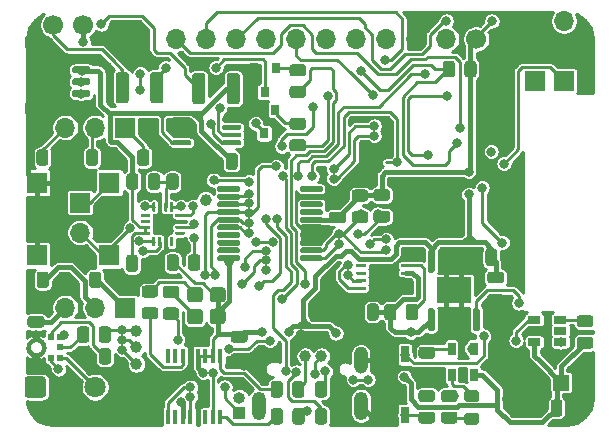
<source format=gtl>
%TF.GenerationSoftware,KiCad,Pcbnew,5.1.10*%
%TF.CreationDate,2021-05-20T00:00:09+01:00*%
%TF.ProjectId,watch2-without-led-tab,77617463-6832-42d7-9769-74686f75742d,rev?*%
%TF.SameCoordinates,Original*%
%TF.FileFunction,Copper,L1,Top*%
%TF.FilePolarity,Positive*%
%FSLAX46Y46*%
G04 Gerber Fmt 4.6, Leading zero omitted, Abs format (unit mm)*
G04 Created by KiCad (PCBNEW 5.1.10) date 2021-05-20 00:00:09*
%MOMM*%
%LPD*%
G01*
G04 APERTURE LIST*
%TA.AperFunction,EtchedComponent*%
%ADD10C,0.001000*%
%TD*%
%TA.AperFunction,SMDPad,CuDef*%
%ADD11C,1.000000*%
%TD*%
%TA.AperFunction,ComponentPad*%
%ADD12O,1.700000X1.700000*%
%TD*%
%TA.AperFunction,ComponentPad*%
%ADD13R,1.700000X1.700000*%
%TD*%
%TA.AperFunction,ComponentPad*%
%ADD14O,1.200000X2.400000*%
%TD*%
%TA.AperFunction,ComponentPad*%
%ADD15O,1.158000X2.316000*%
%TD*%
%TA.AperFunction,ComponentPad*%
%ADD16C,0.800000*%
%TD*%
%TA.AperFunction,SMDPad,CuDef*%
%ADD17R,0.700000X1.450000*%
%TD*%
%TA.AperFunction,SMDPad,CuDef*%
%ADD18R,2.400000X1.800000*%
%TD*%
%TA.AperFunction,SMDPad,CuDef*%
%ADD19R,0.800000X0.900000*%
%TD*%
%TA.AperFunction,ComponentPad*%
%ADD20C,3.200000*%
%TD*%
%TA.AperFunction,ComponentPad*%
%ADD21R,1.350000X1.350000*%
%TD*%
%TA.AperFunction,ComponentPad*%
%ADD22O,1.350000X1.350000*%
%TD*%
%TA.AperFunction,ComponentPad*%
%ADD23R,1.000000X1.000000*%
%TD*%
%TA.AperFunction,ComponentPad*%
%ADD24O,1.000000X1.000000*%
%TD*%
%TA.AperFunction,ComponentPad*%
%ADD25C,1.700000*%
%TD*%
%TA.AperFunction,SMDPad,CuDef*%
%ADD26C,1.700000*%
%TD*%
%TA.AperFunction,SMDPad,CuDef*%
%ADD27R,1.800000X1.800000*%
%TD*%
%TA.AperFunction,SMDPad,CuDef*%
%ADD28R,0.100000X0.100000*%
%TD*%
%TA.AperFunction,SMDPad,CuDef*%
%ADD29R,0.522000X0.600000*%
%TD*%
%TA.AperFunction,SMDPad,CuDef*%
%ADD30R,0.400000X1.200000*%
%TD*%
%TA.AperFunction,SMDPad,CuDef*%
%ADD31R,0.650000X1.060000*%
%TD*%
%TA.AperFunction,SMDPad,CuDef*%
%ADD32R,1.060000X0.650000*%
%TD*%
%TA.AperFunction,SMDPad,CuDef*%
%ADD33R,3.000000X2.290000*%
%TD*%
%TA.AperFunction,SMDPad,CuDef*%
%ADD34R,1.700000X1.700000*%
%TD*%
%TA.AperFunction,ComponentPad*%
%ADD35C,1.800000*%
%TD*%
%TA.AperFunction,ViaPad*%
%ADD36C,0.800000*%
%TD*%
%TA.AperFunction,Conductor*%
%ADD37C,0.250000*%
%TD*%
%TA.AperFunction,Conductor*%
%ADD38C,0.381000*%
%TD*%
%TA.AperFunction,Conductor*%
%ADD39C,0.254000*%
%TD*%
%TA.AperFunction,Conductor*%
%ADD40C,0.100000*%
%TD*%
G04 APERTURE END LIST*
D10*
%TO.C,MK1*%
G36*
X129605500Y-113845500D02*
G01*
X129905500Y-113845500D01*
X129904426Y-113798892D01*
X129901161Y-113757398D01*
X129895728Y-113716132D01*
X129888143Y-113675207D01*
X129878426Y-113634735D01*
X129866605Y-113594827D01*
X129852711Y-113555592D01*
X129836783Y-113517138D01*
X129818864Y-113479570D01*
X129799004Y-113442992D01*
X129777256Y-113407503D01*
X129753681Y-113373201D01*
X129728343Y-113340180D01*
X129701312Y-113308531D01*
X129672661Y-113278339D01*
X129642469Y-113249688D01*
X129610820Y-113222657D01*
X129577799Y-113197319D01*
X129543497Y-113173744D01*
X129508008Y-113151996D01*
X129471430Y-113132136D01*
X129433862Y-113114217D01*
X129395408Y-113098289D01*
X129356173Y-113084395D01*
X129316265Y-113072574D01*
X129275793Y-113062857D01*
X129234868Y-113055272D01*
X129193602Y-113049839D01*
X129152108Y-113046574D01*
X129115500Y-113045500D01*
X129072061Y-113046637D01*
X129028741Y-113050047D01*
X128985659Y-113055719D01*
X128942933Y-113063637D01*
X128900680Y-113073782D01*
X128859016Y-113086123D01*
X128818055Y-113100628D01*
X128777909Y-113117257D01*
X128738688Y-113135965D01*
X128700500Y-113156699D01*
X128663450Y-113179403D01*
X128627638Y-113204016D01*
X128593164Y-113230469D01*
X128560122Y-113258690D01*
X128528601Y-113288601D01*
X128498690Y-113320122D01*
X128470469Y-113353164D01*
X128444016Y-113387638D01*
X128419403Y-113423450D01*
X128396699Y-113460500D01*
X128375965Y-113498688D01*
X128357257Y-113537909D01*
X128340628Y-113578055D01*
X128326123Y-113619016D01*
X128313782Y-113660680D01*
X128303637Y-113702933D01*
X128295719Y-113745659D01*
X128290047Y-113788741D01*
X128286637Y-113832061D01*
X128285500Y-113875500D01*
X128285500Y-113885500D01*
X128286569Y-113926322D01*
X128289773Y-113967032D01*
X128295103Y-114007519D01*
X128302545Y-114047671D01*
X128312078Y-114087379D01*
X128323676Y-114126533D01*
X128337307Y-114165027D01*
X128352935Y-114202755D01*
X128370515Y-114239613D01*
X128390000Y-114275500D01*
X128411337Y-114310318D01*
X128434467Y-114343972D01*
X128459326Y-114376370D01*
X128485847Y-114407422D01*
X128513957Y-114437043D01*
X128543578Y-114465153D01*
X128574630Y-114491674D01*
X128607028Y-114516533D01*
X128640682Y-114539663D01*
X128675500Y-114561000D01*
X128711387Y-114580485D01*
X128748245Y-114598065D01*
X128785973Y-114613693D01*
X128824467Y-114627324D01*
X128863621Y-114638922D01*
X128903329Y-114648455D01*
X128943481Y-114655897D01*
X128983968Y-114661227D01*
X129024678Y-114664431D01*
X129065500Y-114665500D01*
X129095500Y-114665500D01*
X129137892Y-114664390D01*
X129180168Y-114661063D01*
X129222212Y-114655528D01*
X129263908Y-114647800D01*
X129305143Y-114637900D01*
X129345804Y-114625856D01*
X129385778Y-114611700D01*
X129424957Y-114595472D01*
X129463232Y-114577215D01*
X129500500Y-114556981D01*
X129536658Y-114534823D01*
X129571606Y-114510804D01*
X129605250Y-114484988D01*
X129637496Y-114457447D01*
X129668256Y-114428256D01*
X129697447Y-114397496D01*
X129724988Y-114365250D01*
X129750804Y-114331606D01*
X129774823Y-114296658D01*
X129796981Y-114260500D01*
X129817215Y-114223232D01*
X129835472Y-114184957D01*
X129851700Y-114145778D01*
X129865856Y-114105804D01*
X129877900Y-114065143D01*
X129887800Y-114023908D01*
X129895528Y-113982212D01*
X129901063Y-113940168D01*
X129904390Y-113897892D01*
X129905500Y-113855500D01*
X129605500Y-113855500D01*
X129605217Y-113878125D01*
X129603603Y-113904516D01*
X129600610Y-113930786D01*
X129596246Y-113956863D01*
X129590523Y-113982677D01*
X129583458Y-114008155D01*
X129575068Y-114033229D01*
X129565378Y-114057829D01*
X129554413Y-114081888D01*
X129542205Y-114105341D01*
X129528785Y-114128122D01*
X129514192Y-114150170D01*
X129498465Y-114171424D01*
X129481647Y-114191826D01*
X129463784Y-114211320D01*
X129444926Y-114229852D01*
X129425124Y-114247371D01*
X129404431Y-114263831D01*
X129382906Y-114279184D01*
X129360607Y-114293391D01*
X129337595Y-114306410D01*
X129313933Y-114318208D01*
X129289686Y-114328751D01*
X129264920Y-114338010D01*
X129239704Y-114345961D01*
X129214106Y-114352581D01*
X129188197Y-114357852D01*
X129162047Y-114361760D01*
X129135729Y-114364295D01*
X129105500Y-114365500D01*
X129078285Y-114364787D01*
X129051145Y-114362651D01*
X129024154Y-114359098D01*
X128997386Y-114354137D01*
X128970914Y-114347781D01*
X128944811Y-114340049D01*
X128919149Y-114330962D01*
X128893997Y-114320544D01*
X128869425Y-114308823D01*
X128845500Y-114295833D01*
X128822288Y-114281609D01*
X128799852Y-114266189D01*
X128778253Y-114249616D01*
X128757552Y-114231935D01*
X128737804Y-114213196D01*
X128719065Y-114193448D01*
X128701384Y-114172747D01*
X128684811Y-114151148D01*
X128669391Y-114128712D01*
X128655167Y-114105500D01*
X128642177Y-114081575D01*
X128630456Y-114057003D01*
X128620038Y-114031851D01*
X128610951Y-114006189D01*
X128603219Y-113980086D01*
X128596863Y-113953614D01*
X128591902Y-113926846D01*
X128588349Y-113899855D01*
X128586213Y-113872715D01*
X128585500Y-113845500D01*
X128585500Y-113835500D01*
X128586172Y-113809855D01*
X128588184Y-113784281D01*
X128591533Y-113758847D01*
X128596208Y-113733623D01*
X128602196Y-113708679D01*
X128609482Y-113684082D01*
X128618046Y-113659900D01*
X128627863Y-113636199D01*
X128638907Y-113613045D01*
X128651148Y-113590500D01*
X128664551Y-113568627D01*
X128679082Y-113547485D01*
X128694698Y-113527133D01*
X128711359Y-113507626D01*
X128729018Y-113489018D01*
X128747626Y-113471359D01*
X128767133Y-113454698D01*
X128787485Y-113439082D01*
X128808627Y-113424551D01*
X128830500Y-113411148D01*
X128853045Y-113398907D01*
X128876199Y-113387863D01*
X128899900Y-113378046D01*
X128924082Y-113369482D01*
X128948679Y-113362196D01*
X128973623Y-113356208D01*
X128998847Y-113351533D01*
X129024281Y-113348184D01*
X129049855Y-113346172D01*
X129075500Y-113345500D01*
X129105500Y-113345500D01*
X129131668Y-113346185D01*
X129157764Y-113348239D01*
X129183717Y-113351656D01*
X129209456Y-113356426D01*
X129234910Y-113362537D01*
X129260008Y-113369972D01*
X129284684Y-113378710D01*
X129308868Y-113388727D01*
X129332495Y-113399997D01*
X129355500Y-113412487D01*
X129377820Y-113426165D01*
X129399393Y-113440992D01*
X129420160Y-113456927D01*
X129440065Y-113473928D01*
X129459053Y-113491947D01*
X129477072Y-113510935D01*
X129494073Y-113530840D01*
X129510008Y-113551607D01*
X129524835Y-113573180D01*
X129538513Y-113595500D01*
X129551003Y-113618505D01*
X129562273Y-113642132D01*
X129572290Y-113666316D01*
X129581028Y-113690992D01*
X129588463Y-113716090D01*
X129594574Y-113741544D01*
X129599344Y-113767283D01*
X129602761Y-113793236D01*
X129604815Y-113819332D01*
X129605500Y-113845500D01*
G37*
X129605500Y-113845500D02*
X129905500Y-113845500D01*
X129904426Y-113798892D01*
X129901161Y-113757398D01*
X129895728Y-113716132D01*
X129888143Y-113675207D01*
X129878426Y-113634735D01*
X129866605Y-113594827D01*
X129852711Y-113555592D01*
X129836783Y-113517138D01*
X129818864Y-113479570D01*
X129799004Y-113442992D01*
X129777256Y-113407503D01*
X129753681Y-113373201D01*
X129728343Y-113340180D01*
X129701312Y-113308531D01*
X129672661Y-113278339D01*
X129642469Y-113249688D01*
X129610820Y-113222657D01*
X129577799Y-113197319D01*
X129543497Y-113173744D01*
X129508008Y-113151996D01*
X129471430Y-113132136D01*
X129433862Y-113114217D01*
X129395408Y-113098289D01*
X129356173Y-113084395D01*
X129316265Y-113072574D01*
X129275793Y-113062857D01*
X129234868Y-113055272D01*
X129193602Y-113049839D01*
X129152108Y-113046574D01*
X129115500Y-113045500D01*
X129072061Y-113046637D01*
X129028741Y-113050047D01*
X128985659Y-113055719D01*
X128942933Y-113063637D01*
X128900680Y-113073782D01*
X128859016Y-113086123D01*
X128818055Y-113100628D01*
X128777909Y-113117257D01*
X128738688Y-113135965D01*
X128700500Y-113156699D01*
X128663450Y-113179403D01*
X128627638Y-113204016D01*
X128593164Y-113230469D01*
X128560122Y-113258690D01*
X128528601Y-113288601D01*
X128498690Y-113320122D01*
X128470469Y-113353164D01*
X128444016Y-113387638D01*
X128419403Y-113423450D01*
X128396699Y-113460500D01*
X128375965Y-113498688D01*
X128357257Y-113537909D01*
X128340628Y-113578055D01*
X128326123Y-113619016D01*
X128313782Y-113660680D01*
X128303637Y-113702933D01*
X128295719Y-113745659D01*
X128290047Y-113788741D01*
X128286637Y-113832061D01*
X128285500Y-113875500D01*
X128285500Y-113885500D01*
X128286569Y-113926322D01*
X128289773Y-113967032D01*
X128295103Y-114007519D01*
X128302545Y-114047671D01*
X128312078Y-114087379D01*
X128323676Y-114126533D01*
X128337307Y-114165027D01*
X128352935Y-114202755D01*
X128370515Y-114239613D01*
X128390000Y-114275500D01*
X128411337Y-114310318D01*
X128434467Y-114343972D01*
X128459326Y-114376370D01*
X128485847Y-114407422D01*
X128513957Y-114437043D01*
X128543578Y-114465153D01*
X128574630Y-114491674D01*
X128607028Y-114516533D01*
X128640682Y-114539663D01*
X128675500Y-114561000D01*
X128711387Y-114580485D01*
X128748245Y-114598065D01*
X128785973Y-114613693D01*
X128824467Y-114627324D01*
X128863621Y-114638922D01*
X128903329Y-114648455D01*
X128943481Y-114655897D01*
X128983968Y-114661227D01*
X129024678Y-114664431D01*
X129065500Y-114665500D01*
X129095500Y-114665500D01*
X129137892Y-114664390D01*
X129180168Y-114661063D01*
X129222212Y-114655528D01*
X129263908Y-114647800D01*
X129305143Y-114637900D01*
X129345804Y-114625856D01*
X129385778Y-114611700D01*
X129424957Y-114595472D01*
X129463232Y-114577215D01*
X129500500Y-114556981D01*
X129536658Y-114534823D01*
X129571606Y-114510804D01*
X129605250Y-114484988D01*
X129637496Y-114457447D01*
X129668256Y-114428256D01*
X129697447Y-114397496D01*
X129724988Y-114365250D01*
X129750804Y-114331606D01*
X129774823Y-114296658D01*
X129796981Y-114260500D01*
X129817215Y-114223232D01*
X129835472Y-114184957D01*
X129851700Y-114145778D01*
X129865856Y-114105804D01*
X129877900Y-114065143D01*
X129887800Y-114023908D01*
X129895528Y-113982212D01*
X129901063Y-113940168D01*
X129904390Y-113897892D01*
X129905500Y-113855500D01*
X129605500Y-113855500D01*
X129605217Y-113878125D01*
X129603603Y-113904516D01*
X129600610Y-113930786D01*
X129596246Y-113956863D01*
X129590523Y-113982677D01*
X129583458Y-114008155D01*
X129575068Y-114033229D01*
X129565378Y-114057829D01*
X129554413Y-114081888D01*
X129542205Y-114105341D01*
X129528785Y-114128122D01*
X129514192Y-114150170D01*
X129498465Y-114171424D01*
X129481647Y-114191826D01*
X129463784Y-114211320D01*
X129444926Y-114229852D01*
X129425124Y-114247371D01*
X129404431Y-114263831D01*
X129382906Y-114279184D01*
X129360607Y-114293391D01*
X129337595Y-114306410D01*
X129313933Y-114318208D01*
X129289686Y-114328751D01*
X129264920Y-114338010D01*
X129239704Y-114345961D01*
X129214106Y-114352581D01*
X129188197Y-114357852D01*
X129162047Y-114361760D01*
X129135729Y-114364295D01*
X129105500Y-114365500D01*
X129078285Y-114364787D01*
X129051145Y-114362651D01*
X129024154Y-114359098D01*
X128997386Y-114354137D01*
X128970914Y-114347781D01*
X128944811Y-114340049D01*
X128919149Y-114330962D01*
X128893997Y-114320544D01*
X128869425Y-114308823D01*
X128845500Y-114295833D01*
X128822288Y-114281609D01*
X128799852Y-114266189D01*
X128778253Y-114249616D01*
X128757552Y-114231935D01*
X128737804Y-114213196D01*
X128719065Y-114193448D01*
X128701384Y-114172747D01*
X128684811Y-114151148D01*
X128669391Y-114128712D01*
X128655167Y-114105500D01*
X128642177Y-114081575D01*
X128630456Y-114057003D01*
X128620038Y-114031851D01*
X128610951Y-114006189D01*
X128603219Y-113980086D01*
X128596863Y-113953614D01*
X128591902Y-113926846D01*
X128588349Y-113899855D01*
X128586213Y-113872715D01*
X128585500Y-113845500D01*
X128585500Y-113835500D01*
X128586172Y-113809855D01*
X128588184Y-113784281D01*
X128591533Y-113758847D01*
X128596208Y-113733623D01*
X128602196Y-113708679D01*
X128609482Y-113684082D01*
X128618046Y-113659900D01*
X128627863Y-113636199D01*
X128638907Y-113613045D01*
X128651148Y-113590500D01*
X128664551Y-113568627D01*
X128679082Y-113547485D01*
X128694698Y-113527133D01*
X128711359Y-113507626D01*
X128729018Y-113489018D01*
X128747626Y-113471359D01*
X128767133Y-113454698D01*
X128787485Y-113439082D01*
X128808627Y-113424551D01*
X128830500Y-113411148D01*
X128853045Y-113398907D01*
X128876199Y-113387863D01*
X128899900Y-113378046D01*
X128924082Y-113369482D01*
X128948679Y-113362196D01*
X128973623Y-113356208D01*
X128998847Y-113351533D01*
X129024281Y-113348184D01*
X129049855Y-113346172D01*
X129075500Y-113345500D01*
X129105500Y-113345500D01*
X129131668Y-113346185D01*
X129157764Y-113348239D01*
X129183717Y-113351656D01*
X129209456Y-113356426D01*
X129234910Y-113362537D01*
X129260008Y-113369972D01*
X129284684Y-113378710D01*
X129308868Y-113388727D01*
X129332495Y-113399997D01*
X129355500Y-113412487D01*
X129377820Y-113426165D01*
X129399393Y-113440992D01*
X129420160Y-113456927D01*
X129440065Y-113473928D01*
X129459053Y-113491947D01*
X129477072Y-113510935D01*
X129494073Y-113530840D01*
X129510008Y-113551607D01*
X129524835Y-113573180D01*
X129538513Y-113595500D01*
X129551003Y-113618505D01*
X129562273Y-113642132D01*
X129572290Y-113666316D01*
X129581028Y-113690992D01*
X129588463Y-113716090D01*
X129594574Y-113741544D01*
X129599344Y-113767283D01*
X129602761Y-113793236D01*
X129604815Y-113819332D01*
X129605500Y-113845500D01*
%TD*%
D11*
%TO.P,D+,1*%
%TO.N,USB_D+*%
X153263600Y-114604800D03*
%TD*%
%TO.P,D-,1*%
%TO.N,USB_D-*%
X151892000Y-114604800D03*
%TD*%
%TO.P,DOUT,1*%
%TO.N,I2S_DOUT*%
X143459200Y-101371400D03*
%TD*%
%TO.P,BLK,1*%
%TO.N,I2S_BLK*%
X137591800Y-115265200D03*
%TD*%
%TO.P,LRC,1*%
%TO.N,I2S_LRC*%
X137591800Y-113868200D03*
%TD*%
%TO.P,DIN,1*%
%TO.N,I2S_DIN*%
X137591800Y-112471200D03*
%TD*%
D12*
%TO.P,Speaker,2*%
%TO.N,Net-(LS1-Pad2)*%
X132842000Y-104140000D03*
D13*
%TO.P,Speaker,1*%
%TO.N,Net-(LS1-Pad1)*%
X132842000Y-101600000D03*
%TD*%
%TO.P,REF\u002A\u002A,1*%
%TO.N,ESP_TX*%
X171323000Y-91313000D03*
%TD*%
%TO.P,REF\u002A\u002A,1*%
%TO.N,ESP_RX*%
X173799500Y-91313000D03*
D12*
%TO.P,REF\u002A\u002A,2*%
%TO.N,GND*%
X173799500Y-88773000D03*
%TO.P,REF\u002A\u002A,3*%
%TO.N,+3V3*%
X173799500Y-86233000D03*
%TD*%
%TO.P,R31,2*%
%TO.N,+3V3*%
%TA.AperFunction,SMDPad,CuDef*%
G36*
G01*
X145237500Y-93023001D02*
X145237500Y-90872999D01*
G75*
G02*
X145487499Y-90623000I249999J0D01*
G01*
X146112501Y-90623000D01*
G75*
G02*
X146362500Y-90872999I0J-249999D01*
G01*
X146362500Y-93023001D01*
G75*
G02*
X146112501Y-93273000I-249999J0D01*
G01*
X145487499Y-93273000D01*
G75*
G02*
X145237500Y-93023001I0J249999D01*
G01*
G37*
%TD.AperFunction*%
%TO.P,R31,1*%
%TO.N,Net-(D5-Pad2)*%
%TA.AperFunction,SMDPad,CuDef*%
G36*
G01*
X142312500Y-93023001D02*
X142312500Y-90872999D01*
G75*
G02*
X142562499Y-90623000I249999J0D01*
G01*
X143187501Y-90623000D01*
G75*
G02*
X143437500Y-90872999I0J-249999D01*
G01*
X143437500Y-93023001D01*
G75*
G02*
X143187501Y-93273000I-249999J0D01*
G01*
X142562499Y-93273000D01*
G75*
G02*
X142312500Y-93023001I0J249999D01*
G01*
G37*
%TD.AperFunction*%
%TD*%
%TO.P,R28,2*%
%TO.N,Net-(Q2-Pad3)*%
%TA.AperFunction,SMDPad,CuDef*%
G36*
G01*
X138758500Y-92959501D02*
X138758500Y-90809499D01*
G75*
G02*
X139008499Y-90559500I249999J0D01*
G01*
X139633501Y-90559500D01*
G75*
G02*
X139883500Y-90809499I0J-249999D01*
G01*
X139883500Y-92959501D01*
G75*
G02*
X139633501Y-93209500I-249999J0D01*
G01*
X139008499Y-93209500D01*
G75*
G02*
X138758500Y-92959501I0J249999D01*
G01*
G37*
%TD.AperFunction*%
%TO.P,R28,1*%
%TO.N,Net-(J7-Pad1)*%
%TA.AperFunction,SMDPad,CuDef*%
G36*
G01*
X135833500Y-92959501D02*
X135833500Y-90809499D01*
G75*
G02*
X136083499Y-90559500I249999J0D01*
G01*
X136708501Y-90559500D01*
G75*
G02*
X136958500Y-90809499I0J-249999D01*
G01*
X136958500Y-92959501D01*
G75*
G02*
X136708501Y-93209500I-249999J0D01*
G01*
X136083499Y-93209500D01*
G75*
G02*
X135833500Y-92959501I0J249999D01*
G01*
G37*
%TD.AperFunction*%
%TD*%
D14*
%TO.P,J1,S6*%
%TO.N,N/C*%
X147953000Y-118797000D03*
%TO.P,J1,S5*%
X156593000Y-118797000D03*
D15*
%TO.P,J1,S4*%
%TO.N,GND*%
X147953000Y-114972000D03*
%TO.P,J1,S3*%
%TO.N,N/C*%
X156593000Y-114972000D03*
%TD*%
%TO.P,R10,2*%
%TO.N,Net-(J1-PadA4)*%
%TA.AperFunction,SMDPad,CuDef*%
G36*
G01*
X164534001Y-118495500D02*
X163633999Y-118495500D01*
G75*
G02*
X163384000Y-118245501I0J249999D01*
G01*
X163384000Y-117720499D01*
G75*
G02*
X163633999Y-117470500I249999J0D01*
G01*
X164534001Y-117470500D01*
G75*
G02*
X164784000Y-117720499I0J-249999D01*
G01*
X164784000Y-118245501D01*
G75*
G02*
X164534001Y-118495500I-249999J0D01*
G01*
G37*
%TD.AperFunction*%
%TO.P,R10,1*%
%TO.N,Net-(D1-Pad2)*%
%TA.AperFunction,SMDPad,CuDef*%
G36*
G01*
X164534001Y-120320500D02*
X163633999Y-120320500D01*
G75*
G02*
X163384000Y-120070501I0J249999D01*
G01*
X163384000Y-119545499D01*
G75*
G02*
X163633999Y-119295500I249999J0D01*
G01*
X164534001Y-119295500D01*
G75*
G02*
X164784000Y-119545499I0J-249999D01*
G01*
X164784000Y-120070501D01*
G75*
G02*
X164534001Y-120320500I-249999J0D01*
G01*
G37*
%TD.AperFunction*%
%TD*%
D16*
%TO.P,U7,39*%
%TO.N,GND*%
X164106000Y-100000000D03*
X163106000Y-100000000D03*
X162106000Y-100000000D03*
X161106000Y-100000000D03*
X160106000Y-100000000D03*
X164106000Y-102000000D03*
X163106000Y-102000000D03*
X162106000Y-102000000D03*
X161106000Y-102000000D03*
X160106000Y-102000000D03*
X160106000Y-101000000D03*
X161106000Y-101000000D03*
X162106000Y-101000000D03*
X163106000Y-101000000D03*
X164106000Y-101000000D03*
X164106000Y-103000000D03*
X163106000Y-103000000D03*
X162106000Y-103000000D03*
X161106000Y-103000000D03*
X160106000Y-103000000D03*
X160106000Y-104000000D03*
X161106000Y-104000000D03*
X162106000Y-104000000D03*
X163106000Y-104000000D03*
X164106000Y-104000000D03*
%TD*%
D17*
%TO.P,SW2,1*%
%TO.N,ESP_EN*%
X160321500Y-119610500D03*
X160321500Y-114450500D03*
%TO.P,SW2,2*%
%TO.N,GND*%
X158321500Y-114450500D03*
X158321500Y-119610500D03*
%TD*%
%TO.P,U3,1*%
%TO.N,GND*%
%TA.AperFunction,SMDPad,CuDef*%
G36*
G01*
X160874500Y-108804500D02*
X160874500Y-108929500D01*
G75*
G02*
X160812000Y-108992000I-62500J0D01*
G01*
X160037000Y-108992000D01*
G75*
G02*
X159974500Y-108929500I0J62500D01*
G01*
X159974500Y-108804500D01*
G75*
G02*
X160037000Y-108742000I62500J0D01*
G01*
X160812000Y-108742000D01*
G75*
G02*
X160874500Y-108804500I0J-62500D01*
G01*
G37*
%TD.AperFunction*%
%TO.P,U3,2*%
%TA.AperFunction,SMDPad,CuDef*%
G36*
G01*
X160874500Y-108154500D02*
X160874500Y-108279500D01*
G75*
G02*
X160812000Y-108342000I-62500J0D01*
G01*
X160037000Y-108342000D01*
G75*
G02*
X159974500Y-108279500I0J62500D01*
G01*
X159974500Y-108154500D01*
G75*
G02*
X160037000Y-108092000I62500J0D01*
G01*
X160812000Y-108092000D01*
G75*
G02*
X160874500Y-108154500I0J-62500D01*
G01*
G37*
%TD.AperFunction*%
%TO.P,U3,3*%
%TO.N,+5V*%
%TA.AperFunction,SMDPad,CuDef*%
G36*
G01*
X160874500Y-107504500D02*
X160874500Y-107629500D01*
G75*
G02*
X160812000Y-107692000I-62500J0D01*
G01*
X160037000Y-107692000D01*
G75*
G02*
X159974500Y-107629500I0J62500D01*
G01*
X159974500Y-107504500D01*
G75*
G02*
X160037000Y-107442000I62500J0D01*
G01*
X160812000Y-107442000D01*
G75*
G02*
X160874500Y-107504500I0J-62500D01*
G01*
G37*
%TD.AperFunction*%
%TO.P,U3,4*%
%TO.N,Net-(R15-Pad2)*%
%TA.AperFunction,SMDPad,CuDef*%
G36*
G01*
X160874500Y-106854500D02*
X160874500Y-106979500D01*
G75*
G02*
X160812000Y-107042000I-62500J0D01*
G01*
X160037000Y-107042000D01*
G75*
G02*
X159974500Y-106979500I0J62500D01*
G01*
X159974500Y-106854500D01*
G75*
G02*
X160037000Y-106792000I62500J0D01*
G01*
X160812000Y-106792000D01*
G75*
G02*
X160874500Y-106854500I0J-62500D01*
G01*
G37*
%TD.AperFunction*%
%TO.P,U3,5*%
%TO.N,Net-(U3-Pad5)*%
%TA.AperFunction,SMDPad,CuDef*%
G36*
G01*
X157074500Y-106854500D02*
X157074500Y-106979500D01*
G75*
G02*
X157012000Y-107042000I-62500J0D01*
G01*
X156237000Y-107042000D01*
G75*
G02*
X156174500Y-106979500I0J62500D01*
G01*
X156174500Y-106854500D01*
G75*
G02*
X156237000Y-106792000I62500J0D01*
G01*
X157012000Y-106792000D01*
G75*
G02*
X157074500Y-106854500I0J-62500D01*
G01*
G37*
%TD.AperFunction*%
%TO.P,U3,6*%
%TO.N,Net-(U3-Pad6)*%
%TA.AperFunction,SMDPad,CuDef*%
G36*
G01*
X157074500Y-107504500D02*
X157074500Y-107629500D01*
G75*
G02*
X157012000Y-107692000I-62500J0D01*
G01*
X156237000Y-107692000D01*
G75*
G02*
X156174500Y-107629500I0J62500D01*
G01*
X156174500Y-107504500D01*
G75*
G02*
X156237000Y-107442000I62500J0D01*
G01*
X157012000Y-107442000D01*
G75*
G02*
X157074500Y-107504500I0J-62500D01*
G01*
G37*
%TD.AperFunction*%
%TO.P,U3,7*%
%TO.N,I2C_SDA*%
%TA.AperFunction,SMDPad,CuDef*%
G36*
G01*
X157074500Y-108154500D02*
X157074500Y-108279500D01*
G75*
G02*
X157012000Y-108342000I-62500J0D01*
G01*
X156237000Y-108342000D01*
G75*
G02*
X156174500Y-108279500I0J62500D01*
G01*
X156174500Y-108154500D01*
G75*
G02*
X156237000Y-108092000I62500J0D01*
G01*
X157012000Y-108092000D01*
G75*
G02*
X157074500Y-108154500I0J-62500D01*
G01*
G37*
%TD.AperFunction*%
%TO.P,U3,8*%
%TO.N,I2C_SCL*%
%TA.AperFunction,SMDPad,CuDef*%
G36*
G01*
X157074500Y-108804500D02*
X157074500Y-108929500D01*
G75*
G02*
X157012000Y-108992000I-62500J0D01*
G01*
X156237000Y-108992000D01*
G75*
G02*
X156174500Y-108929500I0J62500D01*
G01*
X156174500Y-108804500D01*
G75*
G02*
X156237000Y-108742000I62500J0D01*
G01*
X157012000Y-108742000D01*
G75*
G02*
X157074500Y-108804500I0J-62500D01*
G01*
G37*
%TD.AperFunction*%
D18*
%TO.P,U3,9*%
%TO.N,GND*%
X158524500Y-107892000D03*
%TD*%
%TO.P,R15,2*%
%TO.N,Net-(R15-Pad2)*%
%TA.AperFunction,SMDPad,CuDef*%
G36*
G01*
X160420000Y-111321001D02*
X160420000Y-110420999D01*
G75*
G02*
X160669999Y-110171000I249999J0D01*
G01*
X161195001Y-110171000D01*
G75*
G02*
X161445000Y-110420999I0J-249999D01*
G01*
X161445000Y-111321001D01*
G75*
G02*
X161195001Y-111571000I-249999J0D01*
G01*
X160669999Y-111571000D01*
G75*
G02*
X160420000Y-111321001I0J249999D01*
G01*
G37*
%TD.AperFunction*%
%TO.P,R15,1*%
%TO.N,+5V*%
%TA.AperFunction,SMDPad,CuDef*%
G36*
G01*
X158595000Y-111321001D02*
X158595000Y-110420999D01*
G75*
G02*
X158844999Y-110171000I249999J0D01*
G01*
X159370001Y-110171000D01*
G75*
G02*
X159620000Y-110420999I0J-249999D01*
G01*
X159620000Y-111321001D01*
G75*
G02*
X159370001Y-111571000I-249999J0D01*
G01*
X158844999Y-111571000D01*
G75*
G02*
X158595000Y-111321001I0J249999D01*
G01*
G37*
%TD.AperFunction*%
%TD*%
%TO.P,C3,2*%
%TO.N,GND*%
%TA.AperFunction,SMDPad,CuDef*%
G36*
G01*
X156204500Y-110396000D02*
X156204500Y-111346000D01*
G75*
G02*
X155954500Y-111596000I-250000J0D01*
G01*
X155454500Y-111596000D01*
G75*
G02*
X155204500Y-111346000I0J250000D01*
G01*
X155204500Y-110396000D01*
G75*
G02*
X155454500Y-110146000I250000J0D01*
G01*
X155954500Y-110146000D01*
G75*
G02*
X156204500Y-110396000I0J-250000D01*
G01*
G37*
%TD.AperFunction*%
%TO.P,C3,1*%
%TO.N,+5V*%
%TA.AperFunction,SMDPad,CuDef*%
G36*
G01*
X158104500Y-110396000D02*
X158104500Y-111346000D01*
G75*
G02*
X157854500Y-111596000I-250000J0D01*
G01*
X157354500Y-111596000D01*
G75*
G02*
X157104500Y-111346000I0J250000D01*
G01*
X157104500Y-110396000D01*
G75*
G02*
X157354500Y-110146000I250000J0D01*
G01*
X157854500Y-110146000D01*
G75*
G02*
X158104500Y-110396000I0J-250000D01*
G01*
G37*
%TD.AperFunction*%
%TD*%
%TO.P,U10,8*%
%TO.N,+3V3*%
%TA.AperFunction,SMDPad,CuDef*%
G36*
G01*
X142256500Y-96435000D02*
X142256500Y-96635000D01*
G75*
G02*
X142156500Y-96735000I-100000J0D01*
G01*
X140731500Y-96735000D01*
G75*
G02*
X140631500Y-96635000I0J100000D01*
G01*
X140631500Y-96435000D01*
G75*
G02*
X140731500Y-96335000I100000J0D01*
G01*
X142156500Y-96335000D01*
G75*
G02*
X142256500Y-96435000I0J-100000D01*
G01*
G37*
%TD.AperFunction*%
%TO.P,U10,7*%
%TO.N,GND*%
%TA.AperFunction,SMDPad,CuDef*%
G36*
G01*
X142256500Y-95785000D02*
X142256500Y-95985000D01*
G75*
G02*
X142156500Y-96085000I-100000J0D01*
G01*
X140731500Y-96085000D01*
G75*
G02*
X140631500Y-95985000I0J100000D01*
G01*
X140631500Y-95785000D01*
G75*
G02*
X140731500Y-95685000I100000J0D01*
G01*
X142156500Y-95685000D01*
G75*
G02*
X142256500Y-95785000I0J-100000D01*
G01*
G37*
%TD.AperFunction*%
%TO.P,U10,6*%
%TA.AperFunction,SMDPad,CuDef*%
G36*
G01*
X142256500Y-95135000D02*
X142256500Y-95335000D01*
G75*
G02*
X142156500Y-95435000I-100000J0D01*
G01*
X140731500Y-95435000D01*
G75*
G02*
X140631500Y-95335000I0J100000D01*
G01*
X140631500Y-95135000D01*
G75*
G02*
X140731500Y-95035000I100000J0D01*
G01*
X142156500Y-95035000D01*
G75*
G02*
X142256500Y-95135000I0J-100000D01*
G01*
G37*
%TD.AperFunction*%
%TO.P,U10,5*%
%TA.AperFunction,SMDPad,CuDef*%
G36*
G01*
X142256500Y-94485000D02*
X142256500Y-94685000D01*
G75*
G02*
X142156500Y-94785000I-100000J0D01*
G01*
X140731500Y-94785000D01*
G75*
G02*
X140631500Y-94685000I0J100000D01*
G01*
X140631500Y-94485000D01*
G75*
G02*
X140731500Y-94385000I100000J0D01*
G01*
X142156500Y-94385000D01*
G75*
G02*
X142256500Y-94485000I0J-100000D01*
G01*
G37*
%TD.AperFunction*%
%TO.P,U10,4*%
%TA.AperFunction,SMDPad,CuDef*%
G36*
G01*
X146481500Y-94485000D02*
X146481500Y-94685000D01*
G75*
G02*
X146381500Y-94785000I-100000J0D01*
G01*
X144956500Y-94785000D01*
G75*
G02*
X144856500Y-94685000I0J100000D01*
G01*
X144856500Y-94485000D01*
G75*
G02*
X144956500Y-94385000I100000J0D01*
G01*
X146381500Y-94385000D01*
G75*
G02*
X146481500Y-94485000I0J-100000D01*
G01*
G37*
%TD.AperFunction*%
%TO.P,U10,3*%
%TO.N,Net-(U10-Pad3)*%
%TA.AperFunction,SMDPad,CuDef*%
G36*
G01*
X146481500Y-95135000D02*
X146481500Y-95335000D01*
G75*
G02*
X146381500Y-95435000I-100000J0D01*
G01*
X144956500Y-95435000D01*
G75*
G02*
X144856500Y-95335000I0J100000D01*
G01*
X144856500Y-95135000D01*
G75*
G02*
X144956500Y-95035000I100000J0D01*
G01*
X146381500Y-95035000D01*
G75*
G02*
X146481500Y-95135000I0J-100000D01*
G01*
G37*
%TD.AperFunction*%
%TO.P,U10,2*%
%TO.N,I2C_SCL*%
%TA.AperFunction,SMDPad,CuDef*%
G36*
G01*
X146481500Y-95785000D02*
X146481500Y-95985000D01*
G75*
G02*
X146381500Y-96085000I-100000J0D01*
G01*
X144956500Y-96085000D01*
G75*
G02*
X144856500Y-95985000I0J100000D01*
G01*
X144856500Y-95785000D01*
G75*
G02*
X144956500Y-95685000I100000J0D01*
G01*
X146381500Y-95685000D01*
G75*
G02*
X146481500Y-95785000I0J-100000D01*
G01*
G37*
%TD.AperFunction*%
%TO.P,U10,1*%
%TO.N,I2C_SDA*%
%TA.AperFunction,SMDPad,CuDef*%
G36*
G01*
X146481500Y-96435000D02*
X146481500Y-96635000D01*
G75*
G02*
X146381500Y-96735000I-100000J0D01*
G01*
X144956500Y-96735000D01*
G75*
G02*
X144856500Y-96635000I0J100000D01*
G01*
X144856500Y-96435000D01*
G75*
G02*
X144956500Y-96335000I100000J0D01*
G01*
X146381500Y-96335000D01*
G75*
G02*
X146481500Y-96435000I0J-100000D01*
G01*
G37*
%TD.AperFunction*%
%TD*%
%TO.P,C9,2*%
%TO.N,GND*%
%TA.AperFunction,SMDPad,CuDef*%
G36*
G01*
X144266500Y-97632500D02*
X144266500Y-98582500D01*
G75*
G02*
X144016500Y-98832500I-250000J0D01*
G01*
X143516500Y-98832500D01*
G75*
G02*
X143266500Y-98582500I0J250000D01*
G01*
X143266500Y-97632500D01*
G75*
G02*
X143516500Y-97382500I250000J0D01*
G01*
X144016500Y-97382500D01*
G75*
G02*
X144266500Y-97632500I0J-250000D01*
G01*
G37*
%TD.AperFunction*%
%TO.P,C9,1*%
%TO.N,+3V3*%
%TA.AperFunction,SMDPad,CuDef*%
G36*
G01*
X146166500Y-97632500D02*
X146166500Y-98582500D01*
G75*
G02*
X145916500Y-98832500I-250000J0D01*
G01*
X145416500Y-98832500D01*
G75*
G02*
X145166500Y-98582500I0J250000D01*
G01*
X145166500Y-97632500D01*
G75*
G02*
X145416500Y-97382500I250000J0D01*
G01*
X145916500Y-97382500D01*
G75*
G02*
X146166500Y-97632500I0J-250000D01*
G01*
G37*
%TD.AperFunction*%
%TD*%
D19*
%TO.P,Q3,3*%
%TO.N,Net-(D5-Pad1)*%
X148399500Y-95742000D03*
%TO.P,Q3,2*%
%TO.N,GND*%
X147449500Y-93742000D03*
%TO.P,Q3,1*%
%TO.N,Net-(Q3-Pad1)*%
X149349500Y-93742000D03*
%TD*%
%TO.P,Q2,1*%
%TO.N,Net-(Q2-Pad1)*%
X149413000Y-90249500D03*
%TO.P,Q2,2*%
%TO.N,GND*%
X147513000Y-90249500D03*
%TO.P,Q2,3*%
%TO.N,Net-(Q2-Pad3)*%
X148463000Y-92249500D03*
%TD*%
%TO.P,R32,2*%
%TO.N,LED_TORCH*%
%TA.AperFunction,SMDPad,CuDef*%
G36*
G01*
X150806998Y-91713000D02*
X151707002Y-91713000D01*
G75*
G02*
X151957000Y-91962998I0J-249998D01*
G01*
X151957000Y-92488002D01*
G75*
G02*
X151707002Y-92738000I-249998J0D01*
G01*
X150806998Y-92738000D01*
G75*
G02*
X150557000Y-92488002I0J249998D01*
G01*
X150557000Y-91962998D01*
G75*
G02*
X150806998Y-91713000I249998J0D01*
G01*
G37*
%TD.AperFunction*%
%TO.P,R32,1*%
%TO.N,Net-(Q2-Pad1)*%
%TA.AperFunction,SMDPad,CuDef*%
G36*
G01*
X150806998Y-89888000D02*
X151707002Y-89888000D01*
G75*
G02*
X151957000Y-90137998I0J-249998D01*
G01*
X151957000Y-90663002D01*
G75*
G02*
X151707002Y-90913000I-249998J0D01*
G01*
X150806998Y-90913000D01*
G75*
G02*
X150557000Y-90663002I0J249998D01*
G01*
X150557000Y-90137998D01*
G75*
G02*
X150806998Y-89888000I249998J0D01*
G01*
G37*
%TD.AperFunction*%
%TD*%
D13*
%TO.P,J4,1*%
%TO.N,DPAD_RIGHT*%
X136652000Y-95250000D03*
D12*
%TO.P,J4,2*%
%TO.N,DPAD_UP*%
X134112000Y-95250000D03*
%TO.P,J4,3*%
%TO.N,DPAD_LEFT*%
X131572000Y-95250000D03*
%TD*%
%TO.P,J2,1*%
%TO.N,GND*%
%TA.AperFunction,SMDPad,CuDef*%
G36*
G01*
X132312000Y-89068500D02*
X133562000Y-89068500D01*
G75*
G02*
X133712000Y-89218500I0J-150000D01*
G01*
X133712000Y-89518500D01*
G75*
G02*
X133562000Y-89668500I-150000J0D01*
G01*
X132312000Y-89668500D01*
G75*
G02*
X132162000Y-89518500I0J150000D01*
G01*
X132162000Y-89218500D01*
G75*
G02*
X132312000Y-89068500I150000J0D01*
G01*
G37*
%TD.AperFunction*%
%TO.P,J2,2*%
%TO.N,+3V3*%
%TA.AperFunction,SMDPad,CuDef*%
G36*
G01*
X132312000Y-90068500D02*
X133562000Y-90068500D01*
G75*
G02*
X133712000Y-90218500I0J-150000D01*
G01*
X133712000Y-90518500D01*
G75*
G02*
X133562000Y-90668500I-150000J0D01*
G01*
X132312000Y-90668500D01*
G75*
G02*
X132162000Y-90518500I0J150000D01*
G01*
X132162000Y-90218500D01*
G75*
G02*
X132312000Y-90068500I150000J0D01*
G01*
G37*
%TD.AperFunction*%
%TO.P,J2,3*%
%TO.N,I2C_SDA*%
%TA.AperFunction,SMDPad,CuDef*%
G36*
G01*
X132312000Y-91068500D02*
X133562000Y-91068500D01*
G75*
G02*
X133712000Y-91218500I0J-150000D01*
G01*
X133712000Y-91518500D01*
G75*
G02*
X133562000Y-91668500I-150000J0D01*
G01*
X132312000Y-91668500D01*
G75*
G02*
X132162000Y-91518500I0J150000D01*
G01*
X132162000Y-91218500D01*
G75*
G02*
X132312000Y-91068500I150000J0D01*
G01*
G37*
%TD.AperFunction*%
%TO.P,J2,4*%
%TO.N,I2C_SCL*%
%TA.AperFunction,SMDPad,CuDef*%
G36*
G01*
X132312000Y-92068500D02*
X133562000Y-92068500D01*
G75*
G02*
X133712000Y-92218500I0J-150000D01*
G01*
X133712000Y-92518500D01*
G75*
G02*
X133562000Y-92668500I-150000J0D01*
G01*
X132312000Y-92668500D01*
G75*
G02*
X132162000Y-92518500I0J150000D01*
G01*
X132162000Y-92218500D01*
G75*
G02*
X132312000Y-92068500I150000J0D01*
G01*
G37*
%TD.AperFunction*%
%TO.P,J2,MP*%
%TO.N,GND*%
%TA.AperFunction,SMDPad,CuDef*%
G36*
G01*
X128411999Y-87468500D02*
X129712001Y-87468500D01*
G75*
G02*
X129962000Y-87718499I0J-249999D01*
G01*
X129962000Y-88418501D01*
G75*
G02*
X129712001Y-88668500I-249999J0D01*
G01*
X128411999Y-88668500D01*
G75*
G02*
X128162000Y-88418501I0J249999D01*
G01*
X128162000Y-87718499D01*
G75*
G02*
X128411999Y-87468500I249999J0D01*
G01*
G37*
%TD.AperFunction*%
%TA.AperFunction,SMDPad,CuDef*%
G36*
G01*
X128411999Y-93068500D02*
X129712001Y-93068500D01*
G75*
G02*
X129962000Y-93318499I0J-249999D01*
G01*
X129962000Y-94018501D01*
G75*
G02*
X129712001Y-94268500I-249999J0D01*
G01*
X128411999Y-94268500D01*
G75*
G02*
X128162000Y-94018501I0J249999D01*
G01*
X128162000Y-93318499D01*
G75*
G02*
X128411999Y-93068500I249999J0D01*
G01*
G37*
%TD.AperFunction*%
%TD*%
%TO.P,U6,20*%
%TO.N,+3V3*%
%TA.AperFunction,SMDPad,CuDef*%
G36*
G01*
X146357500Y-106178000D02*
X146357500Y-106428000D01*
G75*
G02*
X146232500Y-106553000I-125000J0D01*
G01*
X144582500Y-106553000D01*
G75*
G02*
X144457500Y-106428000I0J125000D01*
G01*
X144457500Y-106178000D01*
G75*
G02*
X144582500Y-106053000I125000J0D01*
G01*
X146232500Y-106053000D01*
G75*
G02*
X146357500Y-106178000I0J-125000D01*
G01*
G37*
%TD.AperFunction*%
%TO.P,U6,19*%
%TO.N,Net-(U6-Pad19)*%
%TA.AperFunction,SMDPad,CuDef*%
G36*
G01*
X146357500Y-105528000D02*
X146357500Y-105778000D01*
G75*
G02*
X146232500Y-105903000I-125000J0D01*
G01*
X144582500Y-105903000D01*
G75*
G02*
X144457500Y-105778000I0J125000D01*
G01*
X144457500Y-105528000D01*
G75*
G02*
X144582500Y-105403000I125000J0D01*
G01*
X146232500Y-105403000D01*
G75*
G02*
X146357500Y-105528000I0J-125000D01*
G01*
G37*
%TD.AperFunction*%
%TO.P,U6,18*%
%TO.N,Net-(U6-Pad18)*%
%TA.AperFunction,SMDPad,CuDef*%
G36*
G01*
X146357500Y-104878000D02*
X146357500Y-105128000D01*
G75*
G02*
X146232500Y-105253000I-125000J0D01*
G01*
X144582500Y-105253000D01*
G75*
G02*
X144457500Y-105128000I0J125000D01*
G01*
X144457500Y-104878000D01*
G75*
G02*
X144582500Y-104753000I125000J0D01*
G01*
X146232500Y-104753000D01*
G75*
G02*
X146357500Y-104878000I0J-125000D01*
G01*
G37*
%TD.AperFunction*%
%TO.P,U6,17*%
%TO.N,Net-(U6-Pad17)*%
%TA.AperFunction,SMDPad,CuDef*%
G36*
G01*
X146357500Y-104228000D02*
X146357500Y-104478000D01*
G75*
G02*
X146232500Y-104603000I-125000J0D01*
G01*
X144582500Y-104603000D01*
G75*
G02*
X144457500Y-104478000I0J125000D01*
G01*
X144457500Y-104228000D01*
G75*
G02*
X144582500Y-104103000I125000J0D01*
G01*
X146232500Y-104103000D01*
G75*
G02*
X146357500Y-104228000I0J-125000D01*
G01*
G37*
%TD.AperFunction*%
%TO.P,U6,16*%
%TO.N,DPAD_LEFT*%
%TA.AperFunction,SMDPad,CuDef*%
G36*
G01*
X146357500Y-103578000D02*
X146357500Y-103828000D01*
G75*
G02*
X146232500Y-103953000I-125000J0D01*
G01*
X144582500Y-103953000D01*
G75*
G02*
X144457500Y-103828000I0J125000D01*
G01*
X144457500Y-103578000D01*
G75*
G02*
X144582500Y-103453000I125000J0D01*
G01*
X146232500Y-103453000D01*
G75*
G02*
X146357500Y-103578000I0J-125000D01*
G01*
G37*
%TD.AperFunction*%
%TO.P,U6,15*%
%TO.N,DPAD_DOWN*%
%TA.AperFunction,SMDPad,CuDef*%
G36*
G01*
X146357500Y-102928000D02*
X146357500Y-103178000D01*
G75*
G02*
X146232500Y-103303000I-125000J0D01*
G01*
X144582500Y-103303000D01*
G75*
G02*
X144457500Y-103178000I0J125000D01*
G01*
X144457500Y-102928000D01*
G75*
G02*
X144582500Y-102803000I125000J0D01*
G01*
X146232500Y-102803000D01*
G75*
G02*
X146357500Y-102928000I0J-125000D01*
G01*
G37*
%TD.AperFunction*%
%TO.P,U6,14*%
%TO.N,DPAD_ENTER*%
%TA.AperFunction,SMDPad,CuDef*%
G36*
G01*
X146357500Y-102278000D02*
X146357500Y-102528000D01*
G75*
G02*
X146232500Y-102653000I-125000J0D01*
G01*
X144582500Y-102653000D01*
G75*
G02*
X144457500Y-102528000I0J125000D01*
G01*
X144457500Y-102278000D01*
G75*
G02*
X144582500Y-102153000I125000J0D01*
G01*
X146232500Y-102153000D01*
G75*
G02*
X146357500Y-102278000I0J-125000D01*
G01*
G37*
%TD.AperFunction*%
%TO.P,U6,13*%
%TO.N,DPAD_UP*%
%TA.AperFunction,SMDPad,CuDef*%
G36*
G01*
X146357500Y-101628000D02*
X146357500Y-101878000D01*
G75*
G02*
X146232500Y-102003000I-125000J0D01*
G01*
X144582500Y-102003000D01*
G75*
G02*
X144457500Y-101878000I0J125000D01*
G01*
X144457500Y-101628000D01*
G75*
G02*
X144582500Y-101503000I125000J0D01*
G01*
X146232500Y-101503000D01*
G75*
G02*
X146357500Y-101628000I0J-125000D01*
G01*
G37*
%TD.AperFunction*%
%TO.P,U6,12*%
%TO.N,DPAD_RIGHT*%
%TA.AperFunction,SMDPad,CuDef*%
G36*
G01*
X146357500Y-100978000D02*
X146357500Y-101228000D01*
G75*
G02*
X146232500Y-101353000I-125000J0D01*
G01*
X144582500Y-101353000D01*
G75*
G02*
X144457500Y-101228000I0J125000D01*
G01*
X144457500Y-100978000D01*
G75*
G02*
X144582500Y-100853000I125000J0D01*
G01*
X146232500Y-100853000D01*
G75*
G02*
X146357500Y-100978000I0J-125000D01*
G01*
G37*
%TD.AperFunction*%
%TO.P,U6,11*%
%TO.N,Net-(U6-Pad11)*%
%TA.AperFunction,SMDPad,CuDef*%
G36*
G01*
X146357500Y-100328000D02*
X146357500Y-100578000D01*
G75*
G02*
X146232500Y-100703000I-125000J0D01*
G01*
X144582500Y-100703000D01*
G75*
G02*
X144457500Y-100578000I0J125000D01*
G01*
X144457500Y-100328000D01*
G75*
G02*
X144582500Y-100203000I125000J0D01*
G01*
X146232500Y-100203000D01*
G75*
G02*
X146357500Y-100328000I0J-125000D01*
G01*
G37*
%TD.AperFunction*%
%TO.P,U6,10*%
%TO.N,Net-(U6-Pad10)*%
%TA.AperFunction,SMDPad,CuDef*%
G36*
G01*
X153357500Y-100328000D02*
X153357500Y-100578000D01*
G75*
G02*
X153232500Y-100703000I-125000J0D01*
G01*
X151582500Y-100703000D01*
G75*
G02*
X151457500Y-100578000I0J125000D01*
G01*
X151457500Y-100328000D01*
G75*
G02*
X151582500Y-100203000I125000J0D01*
G01*
X153232500Y-100203000D01*
G75*
G02*
X153357500Y-100328000I0J-125000D01*
G01*
G37*
%TD.AperFunction*%
%TO.P,U6,9*%
%TO.N,GND*%
%TA.AperFunction,SMDPad,CuDef*%
G36*
G01*
X153357500Y-100978000D02*
X153357500Y-101228000D01*
G75*
G02*
X153232500Y-101353000I-125000J0D01*
G01*
X151582500Y-101353000D01*
G75*
G02*
X151457500Y-101228000I0J125000D01*
G01*
X151457500Y-100978000D01*
G75*
G02*
X151582500Y-100853000I125000J0D01*
G01*
X153232500Y-100853000D01*
G75*
G02*
X153357500Y-100978000I0J-125000D01*
G01*
G37*
%TD.AperFunction*%
%TO.P,U6,8*%
%TO.N,Net-(U6-Pad8)*%
%TA.AperFunction,SMDPad,CuDef*%
G36*
G01*
X153357500Y-101628000D02*
X153357500Y-101878000D01*
G75*
G02*
X153232500Y-102003000I-125000J0D01*
G01*
X151582500Y-102003000D01*
G75*
G02*
X151457500Y-101878000I0J125000D01*
G01*
X151457500Y-101628000D01*
G75*
G02*
X151582500Y-101503000I125000J0D01*
G01*
X153232500Y-101503000D01*
G75*
G02*
X153357500Y-101628000I0J-125000D01*
G01*
G37*
%TD.AperFunction*%
%TO.P,U6,7*%
%TO.N,Net-(U6-Pad7)*%
%TA.AperFunction,SMDPad,CuDef*%
G36*
G01*
X153357500Y-102278000D02*
X153357500Y-102528000D01*
G75*
G02*
X153232500Y-102653000I-125000J0D01*
G01*
X151582500Y-102653000D01*
G75*
G02*
X151457500Y-102528000I0J125000D01*
G01*
X151457500Y-102278000D01*
G75*
G02*
X151582500Y-102153000I125000J0D01*
G01*
X153232500Y-102153000D01*
G75*
G02*
X153357500Y-102278000I0J-125000D01*
G01*
G37*
%TD.AperFunction*%
%TO.P,U6,6*%
%TO.N,+3V3*%
%TA.AperFunction,SMDPad,CuDef*%
G36*
G01*
X153357500Y-102928000D02*
X153357500Y-103178000D01*
G75*
G02*
X153232500Y-103303000I-125000J0D01*
G01*
X151582500Y-103303000D01*
G75*
G02*
X151457500Y-103178000I0J125000D01*
G01*
X151457500Y-102928000D01*
G75*
G02*
X151582500Y-102803000I125000J0D01*
G01*
X153232500Y-102803000D01*
G75*
G02*
X153357500Y-102928000I0J-125000D01*
G01*
G37*
%TD.AperFunction*%
%TO.P,U6,5*%
%TO.N,GND*%
%TA.AperFunction,SMDPad,CuDef*%
G36*
G01*
X153357500Y-103578000D02*
X153357500Y-103828000D01*
G75*
G02*
X153232500Y-103953000I-125000J0D01*
G01*
X151582500Y-103953000D01*
G75*
G02*
X151457500Y-103828000I0J125000D01*
G01*
X151457500Y-103578000D01*
G75*
G02*
X151582500Y-103453000I125000J0D01*
G01*
X153232500Y-103453000D01*
G75*
G02*
X153357500Y-103578000I0J-125000D01*
G01*
G37*
%TD.AperFunction*%
%TO.P,U6,4*%
%TA.AperFunction,SMDPad,CuDef*%
G36*
G01*
X153357500Y-104228000D02*
X153357500Y-104478000D01*
G75*
G02*
X153232500Y-104603000I-125000J0D01*
G01*
X151582500Y-104603000D01*
G75*
G02*
X151457500Y-104478000I0J125000D01*
G01*
X151457500Y-104228000D01*
G75*
G02*
X151582500Y-104103000I125000J0D01*
G01*
X153232500Y-104103000D01*
G75*
G02*
X153357500Y-104228000I0J-125000D01*
G01*
G37*
%TD.AperFunction*%
%TO.P,U6,3*%
%TA.AperFunction,SMDPad,CuDef*%
G36*
G01*
X153357500Y-104878000D02*
X153357500Y-105128000D01*
G75*
G02*
X153232500Y-105253000I-125000J0D01*
G01*
X151582500Y-105253000D01*
G75*
G02*
X151457500Y-105128000I0J125000D01*
G01*
X151457500Y-104878000D01*
G75*
G02*
X151582500Y-104753000I125000J0D01*
G01*
X153232500Y-104753000D01*
G75*
G02*
X153357500Y-104878000I0J-125000D01*
G01*
G37*
%TD.AperFunction*%
%TO.P,U6,2*%
%TO.N,I2C_SDA*%
%TA.AperFunction,SMDPad,CuDef*%
G36*
G01*
X153357500Y-105528000D02*
X153357500Y-105778000D01*
G75*
G02*
X153232500Y-105903000I-125000J0D01*
G01*
X151582500Y-105903000D01*
G75*
G02*
X151457500Y-105778000I0J125000D01*
G01*
X151457500Y-105528000D01*
G75*
G02*
X151582500Y-105403000I125000J0D01*
G01*
X153232500Y-105403000D01*
G75*
G02*
X153357500Y-105528000I0J-125000D01*
G01*
G37*
%TD.AperFunction*%
%TO.P,U6,1*%
%TO.N,I2C_SCL*%
%TA.AperFunction,SMDPad,CuDef*%
G36*
G01*
X153357500Y-106178000D02*
X153357500Y-106428000D01*
G75*
G02*
X153232500Y-106553000I-125000J0D01*
G01*
X151582500Y-106553000D01*
G75*
G02*
X151457500Y-106428000I0J125000D01*
G01*
X151457500Y-106178000D01*
G75*
G02*
X151582500Y-106053000I125000J0D01*
G01*
X153232500Y-106053000D01*
G75*
G02*
X153357500Y-106178000I0J-125000D01*
G01*
G37*
%TD.AperFunction*%
%TD*%
D20*
%TO.P,U$7,P$1*%
%TO.N,GND*%
X137134600Y-118198900D03*
%TD*%
%TO.P,U$8,P$1*%
%TO.N,GND*%
X170154600Y-118198900D03*
%TD*%
%TO.P,U$9,P$1*%
%TO.N,GND*%
X137134600Y-87718900D03*
%TD*%
%TO.P,U$10,P$1*%
%TO.N,GND*%
X170154600Y-87718900D03*
%TD*%
D21*
%TO.P,BT1,1*%
%TO.N,+5V*%
X173577500Y-116840000D03*
D22*
%TO.P,BT1,2*%
%TO.N,GND*%
X175577500Y-116840000D03*
%TD*%
%TO.P,C1,1*%
%TO.N,+3V3*%
%TA.AperFunction,SMDPad,CuDef*%
G36*
G01*
X145829000Y-112466500D02*
X146779000Y-112466500D01*
G75*
G02*
X147029000Y-112716500I0J-250000D01*
G01*
X147029000Y-113216500D01*
G75*
G02*
X146779000Y-113466500I-250000J0D01*
G01*
X145829000Y-113466500D01*
G75*
G02*
X145579000Y-113216500I0J250000D01*
G01*
X145579000Y-112716500D01*
G75*
G02*
X145829000Y-112466500I250000J0D01*
G01*
G37*
%TD.AperFunction*%
%TO.P,C1,2*%
%TO.N,GND*%
%TA.AperFunction,SMDPad,CuDef*%
G36*
G01*
X145829000Y-114366500D02*
X146779000Y-114366500D01*
G75*
G02*
X147029000Y-114616500I0J-250000D01*
G01*
X147029000Y-115116500D01*
G75*
G02*
X146779000Y-115366500I-250000J0D01*
G01*
X145829000Y-115366500D01*
G75*
G02*
X145579000Y-115116500I0J250000D01*
G01*
X145579000Y-114616500D01*
G75*
G02*
X145829000Y-114366500I250000J0D01*
G01*
G37*
%TD.AperFunction*%
%TD*%
%TO.P,C2,2*%
%TO.N,GND*%
%TA.AperFunction,SMDPad,CuDef*%
G36*
G01*
X174567000Y-119474000D02*
X174567000Y-118524000D01*
G75*
G02*
X174817000Y-118274000I250000J0D01*
G01*
X175317000Y-118274000D01*
G75*
G02*
X175567000Y-118524000I0J-250000D01*
G01*
X175567000Y-119474000D01*
G75*
G02*
X175317000Y-119724000I-250000J0D01*
G01*
X174817000Y-119724000D01*
G75*
G02*
X174567000Y-119474000I0J250000D01*
G01*
G37*
%TD.AperFunction*%
%TO.P,C2,1*%
%TO.N,+5V*%
%TA.AperFunction,SMDPad,CuDef*%
G36*
G01*
X172667000Y-119474000D02*
X172667000Y-118524000D01*
G75*
G02*
X172917000Y-118274000I250000J0D01*
G01*
X173417000Y-118274000D01*
G75*
G02*
X173667000Y-118524000I0J-250000D01*
G01*
X173667000Y-119474000D01*
G75*
G02*
X173417000Y-119724000I-250000J0D01*
G01*
X172917000Y-119724000D01*
G75*
G02*
X172667000Y-119474000I0J250000D01*
G01*
G37*
%TD.AperFunction*%
%TD*%
%TO.P,C4,1*%
%TO.N,+3V3*%
%TA.AperFunction,SMDPad,CuDef*%
G36*
G01*
X167546000Y-107450000D02*
X168496000Y-107450000D01*
G75*
G02*
X168746000Y-107700000I0J-250000D01*
G01*
X168746000Y-108200000D01*
G75*
G02*
X168496000Y-108450000I-250000J0D01*
G01*
X167546000Y-108450000D01*
G75*
G02*
X167296000Y-108200000I0J250000D01*
G01*
X167296000Y-107700000D01*
G75*
G02*
X167546000Y-107450000I250000J0D01*
G01*
G37*
%TD.AperFunction*%
%TO.P,C4,2*%
%TO.N,GND*%
%TA.AperFunction,SMDPad,CuDef*%
G36*
G01*
X167546000Y-109350000D02*
X168496000Y-109350000D01*
G75*
G02*
X168746000Y-109600000I0J-250000D01*
G01*
X168746000Y-110100000D01*
G75*
G02*
X168496000Y-110350000I-250000J0D01*
G01*
X167546000Y-110350000D01*
G75*
G02*
X167296000Y-110100000I0J250000D01*
G01*
X167296000Y-109600000D01*
G75*
G02*
X167546000Y-109350000I250000J0D01*
G01*
G37*
%TD.AperFunction*%
%TD*%
%TO.P,C5,1*%
%TO.N,+3V3*%
%TA.AperFunction,SMDPad,CuDef*%
G36*
G01*
X155097500Y-103367500D02*
X154147500Y-103367500D01*
G75*
G02*
X153897500Y-103117500I0J250000D01*
G01*
X153897500Y-102617500D01*
G75*
G02*
X154147500Y-102367500I250000J0D01*
G01*
X155097500Y-102367500D01*
G75*
G02*
X155347500Y-102617500I0J-250000D01*
G01*
X155347500Y-103117500D01*
G75*
G02*
X155097500Y-103367500I-250000J0D01*
G01*
G37*
%TD.AperFunction*%
%TO.P,C5,2*%
%TO.N,GND*%
%TA.AperFunction,SMDPad,CuDef*%
G36*
G01*
X155097500Y-101467500D02*
X154147500Y-101467500D01*
G75*
G02*
X153897500Y-101217500I0J250000D01*
G01*
X153897500Y-100717500D01*
G75*
G02*
X154147500Y-100467500I250000J0D01*
G01*
X155097500Y-100467500D01*
G75*
G02*
X155347500Y-100717500I0J-250000D01*
G01*
X155347500Y-101217500D01*
G75*
G02*
X155097500Y-101467500I-250000J0D01*
G01*
G37*
%TD.AperFunction*%
%TD*%
%TO.P,C6,2*%
%TO.N,GND*%
%TA.AperFunction,SMDPad,CuDef*%
G36*
G01*
X169045000Y-106710500D02*
X169045000Y-105760500D01*
G75*
G02*
X169295000Y-105510500I250000J0D01*
G01*
X169795000Y-105510500D01*
G75*
G02*
X170045000Y-105760500I0J-250000D01*
G01*
X170045000Y-106710500D01*
G75*
G02*
X169795000Y-106960500I-250000J0D01*
G01*
X169295000Y-106960500D01*
G75*
G02*
X169045000Y-106710500I0J250000D01*
G01*
G37*
%TD.AperFunction*%
%TO.P,C6,1*%
%TO.N,+3V3*%
%TA.AperFunction,SMDPad,CuDef*%
G36*
G01*
X167145000Y-106710500D02*
X167145000Y-105760500D01*
G75*
G02*
X167395000Y-105510500I250000J0D01*
G01*
X167895000Y-105510500D01*
G75*
G02*
X168145000Y-105760500I0J-250000D01*
G01*
X168145000Y-106710500D01*
G75*
G02*
X167895000Y-106960500I-250000J0D01*
G01*
X167395000Y-106960500D01*
G75*
G02*
X167145000Y-106710500I0J250000D01*
G01*
G37*
%TD.AperFunction*%
%TD*%
%TO.P,C7,2*%
%TO.N,GND*%
%TA.AperFunction,SMDPad,CuDef*%
G36*
G01*
X138623500Y-107218500D02*
X138623500Y-106268500D01*
G75*
G02*
X138873500Y-106018500I250000J0D01*
G01*
X139373500Y-106018500D01*
G75*
G02*
X139623500Y-106268500I0J-250000D01*
G01*
X139623500Y-107218500D01*
G75*
G02*
X139373500Y-107468500I-250000J0D01*
G01*
X138873500Y-107468500D01*
G75*
G02*
X138623500Y-107218500I0J250000D01*
G01*
G37*
%TD.AperFunction*%
%TO.P,C7,1*%
%TO.N,+3V3*%
%TA.AperFunction,SMDPad,CuDef*%
G36*
G01*
X136723500Y-107218500D02*
X136723500Y-106268500D01*
G75*
G02*
X136973500Y-106018500I250000J0D01*
G01*
X137473500Y-106018500D01*
G75*
G02*
X137723500Y-106268500I0J-250000D01*
G01*
X137723500Y-107218500D01*
G75*
G02*
X137473500Y-107468500I-250000J0D01*
G01*
X136973500Y-107468500D01*
G75*
G02*
X136723500Y-107218500I0J250000D01*
G01*
G37*
%TD.AperFunction*%
%TD*%
%TO.P,C8,1*%
%TO.N,+3V3*%
%TA.AperFunction,SMDPad,CuDef*%
G36*
G01*
X129570500Y-112196500D02*
X128620500Y-112196500D01*
G75*
G02*
X128370500Y-111946500I0J250000D01*
G01*
X128370500Y-111446500D01*
G75*
G02*
X128620500Y-111196500I250000J0D01*
G01*
X129570500Y-111196500D01*
G75*
G02*
X129820500Y-111446500I0J-250000D01*
G01*
X129820500Y-111946500D01*
G75*
G02*
X129570500Y-112196500I-250000J0D01*
G01*
G37*
%TD.AperFunction*%
%TO.P,C8,2*%
%TO.N,GND*%
%TA.AperFunction,SMDPad,CuDef*%
G36*
G01*
X129570500Y-110296500D02*
X128620500Y-110296500D01*
G75*
G02*
X128370500Y-110046500I0J250000D01*
G01*
X128370500Y-109546500D01*
G75*
G02*
X128620500Y-109296500I250000J0D01*
G01*
X129570500Y-109296500D01*
G75*
G02*
X129820500Y-109546500I0J-250000D01*
G01*
X129820500Y-110046500D01*
G75*
G02*
X129570500Y-110296500I-250000J0D01*
G01*
G37*
%TD.AperFunction*%
%TD*%
%TO.P,D1,2*%
%TO.N,Net-(D1-Pad2)*%
%TA.AperFunction,SMDPad,CuDef*%
G36*
G01*
X165531000Y-119408000D02*
X166447000Y-119408000D01*
G75*
G02*
X166639000Y-119600000I0J-192000D01*
G01*
X166639000Y-120216000D01*
G75*
G02*
X166447000Y-120408000I-192000J0D01*
G01*
X165531000Y-120408000D01*
G75*
G02*
X165339000Y-120216000I0J192000D01*
G01*
X165339000Y-119600000D01*
G75*
G02*
X165531000Y-119408000I192000J0D01*
G01*
G37*
%TD.AperFunction*%
%TO.P,D1,1*%
%TO.N,Net-(D1-Pad1)*%
%TA.AperFunction,SMDPad,CuDef*%
G36*
G01*
X165531000Y-117483000D02*
X166447000Y-117483000D01*
G75*
G02*
X166639000Y-117675000I0J-192000D01*
G01*
X166639000Y-118291000D01*
G75*
G02*
X166447000Y-118483000I-192000J0D01*
G01*
X165531000Y-118483000D01*
G75*
G02*
X165339000Y-118291000I0J192000D01*
G01*
X165339000Y-117675000D01*
G75*
G02*
X165531000Y-117483000I192000J0D01*
G01*
G37*
%TD.AperFunction*%
%TD*%
%TO.P,D2,1*%
%TO.N,Net-(D2-Pad1)*%
%TA.AperFunction,SMDPad,CuDef*%
G36*
G01*
X141895000Y-109810501D02*
X141895000Y-109010499D01*
G75*
G02*
X142144999Y-108760500I249999J0D01*
G01*
X142970001Y-108760500D01*
G75*
G02*
X143220000Y-109010499I0J-249999D01*
G01*
X143220000Y-109810501D01*
G75*
G02*
X142970001Y-110060500I-249999J0D01*
G01*
X142144999Y-110060500D01*
G75*
G02*
X141895000Y-109810501I0J249999D01*
G01*
G37*
%TD.AperFunction*%
%TO.P,D2,2*%
%TO.N,+3V3*%
%TA.AperFunction,SMDPad,CuDef*%
G36*
G01*
X143820000Y-109810501D02*
X143820000Y-109010499D01*
G75*
G02*
X144069999Y-108760500I249999J0D01*
G01*
X144895001Y-108760500D01*
G75*
G02*
X145145000Y-109010499I0J-249999D01*
G01*
X145145000Y-109810501D01*
G75*
G02*
X144895001Y-110060500I-249999J0D01*
G01*
X144069999Y-110060500D01*
G75*
G02*
X143820000Y-109810501I0J249999D01*
G01*
G37*
%TD.AperFunction*%
%TD*%
%TO.P,D3,1*%
%TO.N,Net-(D3-Pad1)*%
%TA.AperFunction,SMDPad,CuDef*%
G36*
G01*
X141895000Y-111652001D02*
X141895000Y-110851999D01*
G75*
G02*
X142144999Y-110602000I249999J0D01*
G01*
X142970001Y-110602000D01*
G75*
G02*
X143220000Y-110851999I0J-249999D01*
G01*
X143220000Y-111652001D01*
G75*
G02*
X142970001Y-111902000I-249999J0D01*
G01*
X142144999Y-111902000D01*
G75*
G02*
X141895000Y-111652001I0J249999D01*
G01*
G37*
%TD.AperFunction*%
%TO.P,D3,2*%
%TO.N,+3V3*%
%TA.AperFunction,SMDPad,CuDef*%
G36*
G01*
X143820000Y-111652001D02*
X143820000Y-110851999D01*
G75*
G02*
X144069999Y-110602000I249999J0D01*
G01*
X144895001Y-110602000D01*
G75*
G02*
X145145000Y-110851999I0J-249999D01*
G01*
X145145000Y-111652001D01*
G75*
G02*
X144895001Y-111902000I-249999J0D01*
G01*
X144069999Y-111902000D01*
G75*
G02*
X143820000Y-111652001I0J249999D01*
G01*
G37*
%TD.AperFunction*%
%TD*%
D23*
%TO.P,J3,1*%
%TO.N,ESP_RX*%
X146304000Y-119380000D03*
D24*
%TO.P,J3,2*%
%TO.N,ESP_TX*%
X146304000Y-118110000D03*
%TO.P,J3,3*%
%TO.N,GND*%
X146304000Y-116840000D03*
%TD*%
D12*
%TO.P,J5,3*%
%TO.N,+3V3*%
X131572000Y-110490000D03*
%TO.P,J5,2*%
%TO.N,DPAD_DOWN*%
X134112000Y-110490000D03*
D13*
%TO.P,J5,1*%
%TO.N,DPAD_ENTER*%
X136652000Y-110490000D03*
%TD*%
D25*
%TO.P,J6,1*%
%TO.N,+3V3*%
X166370000Y-87757000D03*
D12*
%TO.P,J6,2*%
%TO.N,Net-(J6-Pad2)*%
X163830000Y-87757000D03*
%TO.P,J6,3*%
%TO.N,GND*%
X161290000Y-87757000D03*
%TO.P,J6,4*%
%TO.N,TFT_CLOCK*%
X158750000Y-87757000D03*
%TO.P,J6,5*%
%TO.N,TFT_MISO*%
X156210000Y-87757000D03*
%TO.P,J6,6*%
%TO.N,TFT_MOSI*%
X153670000Y-87757000D03*
%TO.P,J6,7*%
%TO.N,TFT_CS*%
X151130000Y-87757000D03*
%TO.P,J6,8*%
%TO.N,TFT_RESET*%
X148590000Y-87757000D03*
%TO.P,J6,9*%
%TO.N,TFT_DC*%
X146050000Y-87757000D03*
%TO.P,J6,10*%
%TO.N,SD_CS*%
X143510000Y-87757000D03*
%TO.P,J6,11*%
%TO.N,TFT_BL*%
X140970000Y-87757000D03*
%TD*%
D26*
%TO.P,J7,1*%
%TO.N,Net-(J7-Pad1)*%
X130556000Y-86550500D03*
%TO.P,J7,2*%
%TO.N,+3V3*%
X133096000Y-86550500D03*
%TD*%
D27*
%TO.P,LS1,N*%
%TO.N,Net-(LS1-Pad1)*%
X135309000Y-99922000D03*
%TO.P,LS1,2*%
%TO.N,Net-(LS1-Pad2)*%
X129159000Y-99922000D03*
%TO.P,LS1,1*%
%TO.N,Net-(LS1-Pad1)*%
X129159000Y-106072000D03*
%TO.P,LS1,P*%
%TO.N,Net-(LS1-Pad2)*%
X135309000Y-106072000D03*
%TD*%
D28*
%TO.P,MK1,3*%
%TO.N,GND*%
X129115500Y-114505500D03*
D29*
%TO.P,MK1,4*%
%TO.N,I2S_BLK*%
X130347500Y-114755500D03*
%TO.P,MK1,5*%
%TO.N,+3V3*%
X131169500Y-114755500D03*
%TO.P,MK1,6*%
%TO.N,Net-(MK1-Pad6)*%
X131169500Y-113855500D03*
%TO.P,MK1,1*%
%TO.N,I2S_LRC*%
X131169500Y-112955500D03*
%TO.P,MK1,2*%
%TO.N,Net-(MK1-Pad2)*%
X130347500Y-112955500D03*
%TD*%
%TO.P,R1,2*%
%TO.N,ESP_IO0*%
%TA.AperFunction,SMDPad,CuDef*%
G36*
G01*
X164573000Y-89846998D02*
X164573000Y-90747002D01*
G75*
G02*
X164323002Y-90997000I-249998J0D01*
G01*
X163797998Y-90997000D01*
G75*
G02*
X163548000Y-90747002I0J249998D01*
G01*
X163548000Y-89846998D01*
G75*
G02*
X163797998Y-89597000I249998J0D01*
G01*
X164323002Y-89597000D01*
G75*
G02*
X164573000Y-89846998I0J-249998D01*
G01*
G37*
%TD.AperFunction*%
%TO.P,R1,1*%
%TO.N,+3V3*%
%TA.AperFunction,SMDPad,CuDef*%
G36*
G01*
X166398000Y-89846998D02*
X166398000Y-90747002D01*
G75*
G02*
X166148002Y-90997000I-249998J0D01*
G01*
X165622998Y-90997000D01*
G75*
G02*
X165373000Y-90747002I0J249998D01*
G01*
X165373000Y-89846998D01*
G75*
G02*
X165622998Y-89597000I249998J0D01*
G01*
X166148002Y-89597000D01*
G75*
G02*
X166398000Y-89846998I0J-249998D01*
G01*
G37*
%TD.AperFunction*%
%TD*%
%TO.P,R2,1*%
%TO.N,+3V3*%
%TA.AperFunction,SMDPad,CuDef*%
G36*
G01*
X156077498Y-100492500D02*
X156977502Y-100492500D01*
G75*
G02*
X157227500Y-100742498I0J-249998D01*
G01*
X157227500Y-101267502D01*
G75*
G02*
X156977502Y-101517500I-249998J0D01*
G01*
X156077498Y-101517500D01*
G75*
G02*
X155827500Y-101267502I0J249998D01*
G01*
X155827500Y-100742498D01*
G75*
G02*
X156077498Y-100492500I249998J0D01*
G01*
G37*
%TD.AperFunction*%
%TO.P,R2,2*%
%TO.N,I2C_SDA*%
%TA.AperFunction,SMDPad,CuDef*%
G36*
G01*
X156077498Y-102317500D02*
X156977502Y-102317500D01*
G75*
G02*
X157227500Y-102567498I0J-249998D01*
G01*
X157227500Y-103092502D01*
G75*
G02*
X156977502Y-103342500I-249998J0D01*
G01*
X156077498Y-103342500D01*
G75*
G02*
X155827500Y-103092502I0J249998D01*
G01*
X155827500Y-102567498D01*
G75*
G02*
X156077498Y-102317500I249998J0D01*
G01*
G37*
%TD.AperFunction*%
%TD*%
%TO.P,R3,2*%
%TO.N,I2C_SCL*%
%TA.AperFunction,SMDPad,CuDef*%
G36*
G01*
X157918998Y-102277500D02*
X158819002Y-102277500D01*
G75*
G02*
X159069000Y-102527498I0J-249998D01*
G01*
X159069000Y-103052502D01*
G75*
G02*
X158819002Y-103302500I-249998J0D01*
G01*
X157918998Y-103302500D01*
G75*
G02*
X157669000Y-103052502I0J249998D01*
G01*
X157669000Y-102527498D01*
G75*
G02*
X157918998Y-102277500I249998J0D01*
G01*
G37*
%TD.AperFunction*%
%TO.P,R3,1*%
%TO.N,+3V3*%
%TA.AperFunction,SMDPad,CuDef*%
G36*
G01*
X157918998Y-100452500D02*
X158819002Y-100452500D01*
G75*
G02*
X159069000Y-100702498I0J-249998D01*
G01*
X159069000Y-101227502D01*
G75*
G02*
X158819002Y-101477500I-249998J0D01*
G01*
X157918998Y-101477500D01*
G75*
G02*
X157669000Y-101227502I0J249998D01*
G01*
X157669000Y-100702498D01*
G75*
G02*
X157918998Y-100452500I249998J0D01*
G01*
G37*
%TD.AperFunction*%
%TD*%
%TO.P,R4,2*%
%TO.N,USB_D-*%
%TA.AperFunction,SMDPad,CuDef*%
G36*
G01*
X150791500Y-117861502D02*
X150791500Y-116961498D01*
G75*
G02*
X151041498Y-116711500I249998J0D01*
G01*
X151566502Y-116711500D01*
G75*
G02*
X151816500Y-116961498I0J-249998D01*
G01*
X151816500Y-117861502D01*
G75*
G02*
X151566502Y-118111500I-249998J0D01*
G01*
X151041498Y-118111500D01*
G75*
G02*
X150791500Y-117861502I0J249998D01*
G01*
G37*
%TD.AperFunction*%
%TO.P,R4,1*%
%TO.N,Net-(R4-Pad1)*%
%TA.AperFunction,SMDPad,CuDef*%
G36*
G01*
X148966500Y-117861502D02*
X148966500Y-116961498D01*
G75*
G02*
X149216498Y-116711500I249998J0D01*
G01*
X149741502Y-116711500D01*
G75*
G02*
X149991500Y-116961498I0J-249998D01*
G01*
X149991500Y-117861502D01*
G75*
G02*
X149741502Y-118111500I-249998J0D01*
G01*
X149216498Y-118111500D01*
G75*
G02*
X148966500Y-117861502I0J249998D01*
G01*
G37*
%TD.AperFunction*%
%TD*%
%TO.P,R5,1*%
%TO.N,Net-(R5-Pad1)*%
%TA.AperFunction,SMDPad,CuDef*%
G36*
G01*
X148983000Y-120147502D02*
X148983000Y-119247498D01*
G75*
G02*
X149232998Y-118997500I249998J0D01*
G01*
X149758002Y-118997500D01*
G75*
G02*
X150008000Y-119247498I0J-249998D01*
G01*
X150008000Y-120147502D01*
G75*
G02*
X149758002Y-120397500I-249998J0D01*
G01*
X149232998Y-120397500D01*
G75*
G02*
X148983000Y-120147502I0J249998D01*
G01*
G37*
%TD.AperFunction*%
%TO.P,R5,2*%
%TO.N,USB_D+*%
%TA.AperFunction,SMDPad,CuDef*%
G36*
G01*
X150808000Y-120147502D02*
X150808000Y-119247498D01*
G75*
G02*
X151057998Y-118997500I249998J0D01*
G01*
X151583002Y-118997500D01*
G75*
G02*
X151833000Y-119247498I0J-249998D01*
G01*
X151833000Y-120147502D01*
G75*
G02*
X151583002Y-120397500I-249998J0D01*
G01*
X151057998Y-120397500D01*
G75*
G02*
X150808000Y-120147502I0J249998D01*
G01*
G37*
%TD.AperFunction*%
%TD*%
%TO.P,R6,1*%
%TO.N,+3V3*%
%TA.AperFunction,SMDPad,CuDef*%
G36*
G01*
X161728998Y-117470500D02*
X162629002Y-117470500D01*
G75*
G02*
X162879000Y-117720498I0J-249998D01*
G01*
X162879000Y-118245502D01*
G75*
G02*
X162629002Y-118495500I-249998J0D01*
G01*
X161728998Y-118495500D01*
G75*
G02*
X161479000Y-118245502I0J249998D01*
G01*
X161479000Y-117720498D01*
G75*
G02*
X161728998Y-117470500I249998J0D01*
G01*
G37*
%TD.AperFunction*%
%TO.P,R6,2*%
%TO.N,ESP_EN*%
%TA.AperFunction,SMDPad,CuDef*%
G36*
G01*
X161728998Y-119295500D02*
X162629002Y-119295500D01*
G75*
G02*
X162879000Y-119545498I0J-249998D01*
G01*
X162879000Y-120070502D01*
G75*
G02*
X162629002Y-120320500I-249998J0D01*
G01*
X161728998Y-120320500D01*
G75*
G02*
X161479000Y-120070502I0J249998D01*
G01*
X161479000Y-119545498D01*
G75*
G02*
X161728998Y-119295500I249998J0D01*
G01*
G37*
%TD.AperFunction*%
%TD*%
%TO.P,R7,2*%
%TO.N,Net-(J1-PadA5)*%
%TA.AperFunction,SMDPad,CuDef*%
G36*
G01*
X153738000Y-116961498D02*
X153738000Y-117861502D01*
G75*
G02*
X153488002Y-118111500I-249998J0D01*
G01*
X152962998Y-118111500D01*
G75*
G02*
X152713000Y-117861502I0J249998D01*
G01*
X152713000Y-116961498D01*
G75*
G02*
X152962998Y-116711500I249998J0D01*
G01*
X153488002Y-116711500D01*
G75*
G02*
X153738000Y-116961498I0J-249998D01*
G01*
G37*
%TD.AperFunction*%
%TO.P,R7,1*%
%TO.N,GND*%
%TA.AperFunction,SMDPad,CuDef*%
G36*
G01*
X155563000Y-116961498D02*
X155563000Y-117861502D01*
G75*
G02*
X155313002Y-118111500I-249998J0D01*
G01*
X154787998Y-118111500D01*
G75*
G02*
X154538000Y-117861502I0J249998D01*
G01*
X154538000Y-116961498D01*
G75*
G02*
X154787998Y-116711500I249998J0D01*
G01*
X155313002Y-116711500D01*
G75*
G02*
X155563000Y-116961498I0J-249998D01*
G01*
G37*
%TD.AperFunction*%
%TD*%
%TO.P,R8,2*%
%TO.N,Net-(J1-PadB5)*%
%TA.AperFunction,SMDPad,CuDef*%
G36*
G01*
X153738000Y-119247498D02*
X153738000Y-120147502D01*
G75*
G02*
X153488002Y-120397500I-249998J0D01*
G01*
X152962998Y-120397500D01*
G75*
G02*
X152713000Y-120147502I0J249998D01*
G01*
X152713000Y-119247498D01*
G75*
G02*
X152962998Y-118997500I249998J0D01*
G01*
X153488002Y-118997500D01*
G75*
G02*
X153738000Y-119247498I0J-249998D01*
G01*
G37*
%TD.AperFunction*%
%TO.P,R8,1*%
%TO.N,GND*%
%TA.AperFunction,SMDPad,CuDef*%
G36*
G01*
X155563000Y-119247498D02*
X155563000Y-120147502D01*
G75*
G02*
X155313002Y-120397500I-249998J0D01*
G01*
X154787998Y-120397500D01*
G75*
G02*
X154538000Y-120147502I0J249998D01*
G01*
X154538000Y-119247498D01*
G75*
G02*
X154787998Y-118997500I249998J0D01*
G01*
X155313002Y-118997500D01*
G75*
G02*
X155563000Y-119247498I0J-249998D01*
G01*
G37*
%TD.AperFunction*%
%TD*%
%TO.P,R9,1*%
%TO.N,Net-(R9-Pad1)*%
%TA.AperFunction,SMDPad,CuDef*%
G36*
G01*
X161728998Y-113804000D02*
X162629002Y-113804000D01*
G75*
G02*
X162879000Y-114053998I0J-249998D01*
G01*
X162879000Y-114579002D01*
G75*
G02*
X162629002Y-114829000I-249998J0D01*
G01*
X161728998Y-114829000D01*
G75*
G02*
X161479000Y-114579002I0J249998D01*
G01*
X161479000Y-114053998D01*
G75*
G02*
X161728998Y-113804000I249998J0D01*
G01*
G37*
%TD.AperFunction*%
%TO.P,R9,2*%
%TO.N,GND*%
%TA.AperFunction,SMDPad,CuDef*%
G36*
G01*
X161728998Y-115629000D02*
X162629002Y-115629000D01*
G75*
G02*
X162879000Y-115878998I0J-249998D01*
G01*
X162879000Y-116404002D01*
G75*
G02*
X162629002Y-116654000I-249998J0D01*
G01*
X161728998Y-116654000D01*
G75*
G02*
X161479000Y-116404002I0J249998D01*
G01*
X161479000Y-115878998D01*
G75*
G02*
X161728998Y-115629000I249998J0D01*
G01*
G37*
%TD.AperFunction*%
%TD*%
%TO.P,R11,1*%
%TO.N,DPAD_RIGHT*%
%TA.AperFunction,SMDPad,CuDef*%
G36*
G01*
X137663500Y-98240002D02*
X137663500Y-97339998D01*
G75*
G02*
X137913498Y-97090000I249998J0D01*
G01*
X138438502Y-97090000D01*
G75*
G02*
X138688500Y-97339998I0J-249998D01*
G01*
X138688500Y-98240002D01*
G75*
G02*
X138438502Y-98490000I-249998J0D01*
G01*
X137913498Y-98490000D01*
G75*
G02*
X137663500Y-98240002I0J249998D01*
G01*
G37*
%TD.AperFunction*%
%TO.P,R11,2*%
%TO.N,GND*%
%TA.AperFunction,SMDPad,CuDef*%
G36*
G01*
X139488500Y-98240002D02*
X139488500Y-97339998D01*
G75*
G02*
X139738498Y-97090000I249998J0D01*
G01*
X140263502Y-97090000D01*
G75*
G02*
X140513500Y-97339998I0J-249998D01*
G01*
X140513500Y-98240002D01*
G75*
G02*
X140263502Y-98490000I-249998J0D01*
G01*
X139738498Y-98490000D01*
G75*
G02*
X139488500Y-98240002I0J249998D01*
G01*
G37*
%TD.AperFunction*%
%TD*%
%TO.P,R12,2*%
%TO.N,GND*%
%TA.AperFunction,SMDPad,CuDef*%
G36*
G01*
X135147000Y-98240002D02*
X135147000Y-97339998D01*
G75*
G02*
X135396998Y-97090000I249998J0D01*
G01*
X135922002Y-97090000D01*
G75*
G02*
X136172000Y-97339998I0J-249998D01*
G01*
X136172000Y-98240002D01*
G75*
G02*
X135922002Y-98490000I-249998J0D01*
G01*
X135396998Y-98490000D01*
G75*
G02*
X135147000Y-98240002I0J249998D01*
G01*
G37*
%TD.AperFunction*%
%TO.P,R12,1*%
%TO.N,DPAD_UP*%
%TA.AperFunction,SMDPad,CuDef*%
G36*
G01*
X133322000Y-98240002D02*
X133322000Y-97339998D01*
G75*
G02*
X133571998Y-97090000I249998J0D01*
G01*
X134097002Y-97090000D01*
G75*
G02*
X134347000Y-97339998I0J-249998D01*
G01*
X134347000Y-98240002D01*
G75*
G02*
X134097002Y-98490000I-249998J0D01*
G01*
X133571998Y-98490000D01*
G75*
G02*
X133322000Y-98240002I0J249998D01*
G01*
G37*
%TD.AperFunction*%
%TD*%
%TO.P,R13,1*%
%TO.N,DPAD_LEFT*%
%TA.AperFunction,SMDPad,CuDef*%
G36*
G01*
X129131000Y-98240002D02*
X129131000Y-97339998D01*
G75*
G02*
X129380998Y-97090000I249998J0D01*
G01*
X129906002Y-97090000D01*
G75*
G02*
X130156000Y-97339998I0J-249998D01*
G01*
X130156000Y-98240002D01*
G75*
G02*
X129906002Y-98490000I-249998J0D01*
G01*
X129380998Y-98490000D01*
G75*
G02*
X129131000Y-98240002I0J249998D01*
G01*
G37*
%TD.AperFunction*%
%TO.P,R13,2*%
%TO.N,GND*%
%TA.AperFunction,SMDPad,CuDef*%
G36*
G01*
X130956000Y-98240002D02*
X130956000Y-97339998D01*
G75*
G02*
X131205998Y-97090000I249998J0D01*
G01*
X131731002Y-97090000D01*
G75*
G02*
X131981000Y-97339998I0J-249998D01*
G01*
X131981000Y-98240002D01*
G75*
G02*
X131731002Y-98490000I-249998J0D01*
G01*
X131205998Y-98490000D01*
G75*
G02*
X130956000Y-98240002I0J249998D01*
G01*
G37*
%TD.AperFunction*%
%TD*%
%TO.P,R14,1*%
%TO.N,+5V*%
%TA.AperFunction,SMDPad,CuDef*%
G36*
G01*
X176027502Y-113987000D02*
X175127498Y-113987000D01*
G75*
G02*
X174877500Y-113737002I0J249998D01*
G01*
X174877500Y-113211998D01*
G75*
G02*
X175127498Y-112962000I249998J0D01*
G01*
X176027502Y-112962000D01*
G75*
G02*
X176277500Y-113211998I0J-249998D01*
G01*
X176277500Y-113737002D01*
G75*
G02*
X176027502Y-113987000I-249998J0D01*
G01*
G37*
%TD.AperFunction*%
%TO.P,R14,2*%
%TO.N,Net-(R14-Pad2)*%
%TA.AperFunction,SMDPad,CuDef*%
G36*
G01*
X176027502Y-112162000D02*
X175127498Y-112162000D01*
G75*
G02*
X174877500Y-111912002I0J249998D01*
G01*
X174877500Y-111386998D01*
G75*
G02*
X175127498Y-111137000I249998J0D01*
G01*
X176027502Y-111137000D01*
G75*
G02*
X176277500Y-111386998I0J-249998D01*
G01*
X176277500Y-111912002D01*
G75*
G02*
X176027502Y-112162000I-249998J0D01*
G01*
G37*
%TD.AperFunction*%
%TD*%
%TO.P,R17,1*%
%TO.N,Net-(D2-Pad1)*%
%TA.AperFunction,SMDPad,CuDef*%
G36*
G01*
X138297498Y-108620500D02*
X139197502Y-108620500D01*
G75*
G02*
X139447500Y-108870498I0J-249998D01*
G01*
X139447500Y-109395502D01*
G75*
G02*
X139197502Y-109645500I-249998J0D01*
G01*
X138297498Y-109645500D01*
G75*
G02*
X138047500Y-109395502I0J249998D01*
G01*
X138047500Y-108870498D01*
G75*
G02*
X138297498Y-108620500I249998J0D01*
G01*
G37*
%TD.AperFunction*%
%TO.P,R17,2*%
%TO.N,Net-(R17-Pad2)*%
%TA.AperFunction,SMDPad,CuDef*%
G36*
G01*
X138297498Y-110445500D02*
X139197502Y-110445500D01*
G75*
G02*
X139447500Y-110695498I0J-249998D01*
G01*
X139447500Y-111220502D01*
G75*
G02*
X139197502Y-111470500I-249998J0D01*
G01*
X138297498Y-111470500D01*
G75*
G02*
X138047500Y-111220502I0J249998D01*
G01*
X138047500Y-110695498D01*
G75*
G02*
X138297498Y-110445500I249998J0D01*
G01*
G37*
%TD.AperFunction*%
%TD*%
%TO.P,R18,2*%
%TO.N,Net-(R18-Pad2)*%
%TA.AperFunction,SMDPad,CuDef*%
G36*
G01*
X140075498Y-110485500D02*
X140975502Y-110485500D01*
G75*
G02*
X141225500Y-110735498I0J-249998D01*
G01*
X141225500Y-111260502D01*
G75*
G02*
X140975502Y-111510500I-249998J0D01*
G01*
X140075498Y-111510500D01*
G75*
G02*
X139825500Y-111260502I0J249998D01*
G01*
X139825500Y-110735498D01*
G75*
G02*
X140075498Y-110485500I249998J0D01*
G01*
G37*
%TD.AperFunction*%
%TO.P,R18,1*%
%TO.N,Net-(D3-Pad1)*%
%TA.AperFunction,SMDPad,CuDef*%
G36*
G01*
X140075498Y-108660500D02*
X140975502Y-108660500D01*
G75*
G02*
X141225500Y-108910498I0J-249998D01*
G01*
X141225500Y-109435502D01*
G75*
G02*
X140975502Y-109685500I-249998J0D01*
G01*
X140075498Y-109685500D01*
G75*
G02*
X139825500Y-109435502I0J249998D01*
G01*
X139825500Y-108910498D01*
G75*
G02*
X140075498Y-108660500I249998J0D01*
G01*
G37*
%TD.AperFunction*%
%TD*%
%TO.P,R19,1*%
%TO.N,DPAD_DOWN*%
%TA.AperFunction,SMDPad,CuDef*%
G36*
G01*
X129154500Y-108590502D02*
X129154500Y-107690498D01*
G75*
G02*
X129404498Y-107440500I249998J0D01*
G01*
X129929502Y-107440500D01*
G75*
G02*
X130179500Y-107690498I0J-249998D01*
G01*
X130179500Y-108590502D01*
G75*
G02*
X129929502Y-108840500I-249998J0D01*
G01*
X129404498Y-108840500D01*
G75*
G02*
X129154500Y-108590502I0J249998D01*
G01*
G37*
%TD.AperFunction*%
%TO.P,R19,2*%
%TO.N,GND*%
%TA.AperFunction,SMDPad,CuDef*%
G36*
G01*
X130979500Y-108590502D02*
X130979500Y-107690498D01*
G75*
G02*
X131229498Y-107440500I249998J0D01*
G01*
X131754502Y-107440500D01*
G75*
G02*
X132004500Y-107690498I0J-249998D01*
G01*
X132004500Y-108590502D01*
G75*
G02*
X131754502Y-108840500I-249998J0D01*
G01*
X131229498Y-108840500D01*
G75*
G02*
X130979500Y-108590502I0J249998D01*
G01*
G37*
%TD.AperFunction*%
%TD*%
%TO.P,R20,2*%
%TO.N,GND*%
%TA.AperFunction,SMDPad,CuDef*%
G36*
G01*
X135424500Y-108590502D02*
X135424500Y-107690498D01*
G75*
G02*
X135674498Y-107440500I249998J0D01*
G01*
X136199502Y-107440500D01*
G75*
G02*
X136449500Y-107690498I0J-249998D01*
G01*
X136449500Y-108590502D01*
G75*
G02*
X136199502Y-108840500I-249998J0D01*
G01*
X135674498Y-108840500D01*
G75*
G02*
X135424500Y-108590502I0J249998D01*
G01*
G37*
%TD.AperFunction*%
%TO.P,R20,1*%
%TO.N,DPAD_ENTER*%
%TA.AperFunction,SMDPad,CuDef*%
G36*
G01*
X133599500Y-108590502D02*
X133599500Y-107690498D01*
G75*
G02*
X133849498Y-107440500I249998J0D01*
G01*
X134374502Y-107440500D01*
G75*
G02*
X134624500Y-107690498I0J-249998D01*
G01*
X134624500Y-108590502D01*
G75*
G02*
X134374502Y-108840500I-249998J0D01*
G01*
X133849498Y-108840500D01*
G75*
G02*
X133599500Y-108590502I0J249998D01*
G01*
G37*
%TD.AperFunction*%
%TD*%
%TO.P,R24,1*%
%TO.N,+3V3*%
%TA.AperFunction,SMDPad,CuDef*%
G36*
G01*
X140156500Y-107130002D02*
X140156500Y-106229998D01*
G75*
G02*
X140406498Y-105980000I249998J0D01*
G01*
X140931502Y-105980000D01*
G75*
G02*
X141181500Y-106229998I0J-249998D01*
G01*
X141181500Y-107130002D01*
G75*
G02*
X140931502Y-107380000I-249998J0D01*
G01*
X140406498Y-107380000D01*
G75*
G02*
X140156500Y-107130002I0J249998D01*
G01*
G37*
%TD.AperFunction*%
%TO.P,R24,2*%
%TO.N,Net-(R24-Pad2)*%
%TA.AperFunction,SMDPad,CuDef*%
G36*
G01*
X141981500Y-107130002D02*
X141981500Y-106229998D01*
G75*
G02*
X142231498Y-105980000I249998J0D01*
G01*
X142756502Y-105980000D01*
G75*
G02*
X143006500Y-106229998I0J-249998D01*
G01*
X143006500Y-107130002D01*
G75*
G02*
X142756502Y-107380000I-249998J0D01*
G01*
X142231498Y-107380000D01*
G75*
G02*
X141981500Y-107130002I0J249998D01*
G01*
G37*
%TD.AperFunction*%
%TD*%
%TO.P,R25,2*%
%TO.N,Net-(R25-Pad2)*%
%TA.AperFunction,SMDPad,CuDef*%
G36*
G01*
X138576000Y-100272002D02*
X138576000Y-99371998D01*
G75*
G02*
X138825998Y-99122000I249998J0D01*
G01*
X139351002Y-99122000D01*
G75*
G02*
X139601000Y-99371998I0J-249998D01*
G01*
X139601000Y-100272002D01*
G75*
G02*
X139351002Y-100522000I-249998J0D01*
G01*
X138825998Y-100522000D01*
G75*
G02*
X138576000Y-100272002I0J249998D01*
G01*
G37*
%TD.AperFunction*%
%TO.P,R25,1*%
%TO.N,+3V3*%
%TA.AperFunction,SMDPad,CuDef*%
G36*
G01*
X136751000Y-100272002D02*
X136751000Y-99371998D01*
G75*
G02*
X137000998Y-99122000I249998J0D01*
G01*
X137526002Y-99122000D01*
G75*
G02*
X137776000Y-99371998I0J-249998D01*
G01*
X137776000Y-100272002D01*
G75*
G02*
X137526002Y-100522000I-249998J0D01*
G01*
X137000998Y-100522000D01*
G75*
G02*
X136751000Y-100272002I0J249998D01*
G01*
G37*
%TD.AperFunction*%
%TD*%
%TO.P,R26,2*%
%TO.N,GND*%
%TA.AperFunction,SMDPad,CuDef*%
G36*
G01*
X141965000Y-100272002D02*
X141965000Y-99371998D01*
G75*
G02*
X142214998Y-99122000I249998J0D01*
G01*
X142740002Y-99122000D01*
G75*
G02*
X142990000Y-99371998I0J-249998D01*
G01*
X142990000Y-100272002D01*
G75*
G02*
X142740002Y-100522000I-249998J0D01*
G01*
X142214998Y-100522000D01*
G75*
G02*
X141965000Y-100272002I0J249998D01*
G01*
G37*
%TD.AperFunction*%
%TO.P,R26,1*%
%TO.N,Net-(R25-Pad2)*%
%TA.AperFunction,SMDPad,CuDef*%
G36*
G01*
X140140000Y-100272002D02*
X140140000Y-99371998D01*
G75*
G02*
X140389998Y-99122000I249998J0D01*
G01*
X140915002Y-99122000D01*
G75*
G02*
X141165000Y-99371998I0J-249998D01*
G01*
X141165000Y-100272002D01*
G75*
G02*
X140915002Y-100522000I-249998J0D01*
G01*
X140389998Y-100522000D01*
G75*
G02*
X140140000Y-100272002I0J249998D01*
G01*
G37*
%TD.AperFunction*%
%TD*%
%TO.P,R27,1*%
%TO.N,GND*%
%TA.AperFunction,SMDPad,CuDef*%
G36*
G01*
X132600000Y-115067502D02*
X132600000Y-114167498D01*
G75*
G02*
X132849998Y-113917500I249998J0D01*
G01*
X133375002Y-113917500D01*
G75*
G02*
X133625000Y-114167498I0J-249998D01*
G01*
X133625000Y-115067502D01*
G75*
G02*
X133375002Y-115317500I-249998J0D01*
G01*
X132849998Y-115317500D01*
G75*
G02*
X132600000Y-115067502I0J249998D01*
G01*
G37*
%TD.AperFunction*%
%TO.P,R27,2*%
%TO.N,Net-(MK1-Pad2)*%
%TA.AperFunction,SMDPad,CuDef*%
G36*
G01*
X134425000Y-115067502D02*
X134425000Y-114167498D01*
G75*
G02*
X134674998Y-113917500I249998J0D01*
G01*
X135200002Y-113917500D01*
G75*
G02*
X135450000Y-114167498I0J-249998D01*
G01*
X135450000Y-115067502D01*
G75*
G02*
X135200002Y-115317500I-249998J0D01*
G01*
X134674998Y-115317500D01*
G75*
G02*
X134425000Y-115067502I0J249998D01*
G01*
G37*
%TD.AperFunction*%
%TD*%
%TO.P,R29,1*%
%TO.N,Net-(MK1-Pad6)*%
%TA.AperFunction,SMDPad,CuDef*%
G36*
G01*
X132583500Y-113226002D02*
X132583500Y-112325998D01*
G75*
G02*
X132833498Y-112076000I249998J0D01*
G01*
X133358502Y-112076000D01*
G75*
G02*
X133608500Y-112325998I0J-249998D01*
G01*
X133608500Y-113226002D01*
G75*
G02*
X133358502Y-113476000I-249998J0D01*
G01*
X132833498Y-113476000D01*
G75*
G02*
X132583500Y-113226002I0J249998D01*
G01*
G37*
%TD.AperFunction*%
%TO.P,R29,2*%
%TO.N,I2S_DIN*%
%TA.AperFunction,SMDPad,CuDef*%
G36*
G01*
X134408500Y-113226002D02*
X134408500Y-112325998D01*
G75*
G02*
X134658498Y-112076000I249998J0D01*
G01*
X135183502Y-112076000D01*
G75*
G02*
X135433500Y-112325998I0J-249998D01*
G01*
X135433500Y-113226002D01*
G75*
G02*
X135183502Y-113476000I-249998J0D01*
G01*
X134658498Y-113476000D01*
G75*
G02*
X134408500Y-113226002I0J249998D01*
G01*
G37*
%TD.AperFunction*%
%TD*%
%TO.P,R30,1*%
%TO.N,Net-(Q3-Pad1)*%
%TA.AperFunction,SMDPad,CuDef*%
G36*
G01*
X150806998Y-94420000D02*
X151707002Y-94420000D01*
G75*
G02*
X151957000Y-94669998I0J-249998D01*
G01*
X151957000Y-95195002D01*
G75*
G02*
X151707002Y-95445000I-249998J0D01*
G01*
X150806998Y-95445000D01*
G75*
G02*
X150557000Y-95195002I0J249998D01*
G01*
X150557000Y-94669998D01*
G75*
G02*
X150806998Y-94420000I249998J0D01*
G01*
G37*
%TD.AperFunction*%
%TO.P,R30,2*%
%TO.N,LED_IR*%
%TA.AperFunction,SMDPad,CuDef*%
G36*
G01*
X150806998Y-96245000D02*
X151707002Y-96245000D01*
G75*
G02*
X151957000Y-96494998I0J-249998D01*
G01*
X151957000Y-97020002D01*
G75*
G02*
X151707002Y-97270000I-249998J0D01*
G01*
X150806998Y-97270000D01*
G75*
G02*
X150557000Y-97020002I0J249998D01*
G01*
X150557000Y-96494998D01*
G75*
G02*
X150806998Y-96245000I249998J0D01*
G01*
G37*
%TD.AperFunction*%
%TD*%
D30*
%TO.P,U1,1*%
%TO.N,ESP_RX*%
X140271500Y-119757500D03*
%TO.P,U1,2*%
%TO.N,Net-(U1-Pad2)*%
X140906500Y-119757500D03*
%TO.P,U1,3*%
%TO.N,+3V3*%
X141541500Y-119757500D03*
%TO.P,U1,4*%
%TO.N,ESP_TX*%
X142176500Y-119757500D03*
%TO.P,U1,5*%
%TO.N,GND*%
X142811500Y-119757500D03*
%TO.P,U1,6*%
%TO.N,Net-(U1-Pad6)*%
X143446500Y-119757500D03*
%TO.P,U1,7*%
%TO.N,Net-(R18-Pad2)*%
X144081500Y-119757500D03*
%TO.P,U1,8*%
%TO.N,Net-(R5-Pad1)*%
X144716500Y-119757500D03*
%TO.P,U1,9*%
%TO.N,Net-(R4-Pad1)*%
X144716500Y-114557500D03*
%TO.P,U1,10*%
%TO.N,+3V3*%
X144081500Y-114557500D03*
%TO.P,U1,11*%
X143446500Y-114557500D03*
%TO.P,U1,12*%
X142811500Y-114557500D03*
%TO.P,U1,13*%
%TO.N,GND*%
X142176500Y-114557500D03*
%TO.P,U1,14*%
%TO.N,Net-(R17-Pad2)*%
X141541500Y-114557500D03*
%TO.P,U1,15*%
%TO.N,Net-(U1-Pad15)*%
X140906500Y-114557500D03*
%TO.P,U1,16*%
%TO.N,Net-(U1-Pad16)*%
X140271500Y-114557500D03*
%TD*%
D31*
%TO.P,U2,1*%
%TO.N,Net-(D1-Pad1)*%
X164277000Y-116162000D03*
%TO.P,U2,2*%
%TO.N,GND*%
X165227000Y-116162000D03*
%TO.P,U2,3*%
%TO.N,+5V*%
X166177000Y-116162000D03*
%TO.P,U2,4*%
%TO.N,Net-(J1-PadA4)*%
X166177000Y-113962000D03*
%TO.P,U2,5*%
%TO.N,Net-(R9-Pad1)*%
X164277000Y-113962000D03*
%TD*%
D32*
%TO.P,U4,1*%
%TO.N,Net-(SW3-Pad1)*%
X171302500Y-111508500D03*
%TO.P,U4,2*%
%TO.N,GND*%
X171302500Y-112458500D03*
%TO.P,U4,3*%
%TO.N,+5V*%
X171302500Y-113408500D03*
%TO.P,U4,4*%
%TO.N,Net-(U4-Pad4)*%
X173502500Y-113408500D03*
%TO.P,U4,6*%
%TO.N,Net-(R14-Pad2)*%
X173502500Y-111508500D03*
%TO.P,U4,5*%
%TO.N,Net-(U4-Pad5)*%
X173502500Y-112458500D03*
%TD*%
D33*
%TO.P,U5,9*%
%TO.N,N/C*%
X164465000Y-109029500D03*
%TO.P,U5,8*%
%TO.N,+3V3*%
%TA.AperFunction,SMDPad,CuDef*%
G36*
G01*
X162710000Y-107529500D02*
X162410000Y-107529500D01*
G75*
G02*
X162260000Y-107379500I0J150000D01*
G01*
X162260000Y-105729500D01*
G75*
G02*
X162410000Y-105579500I150000J0D01*
G01*
X162710000Y-105579500D01*
G75*
G02*
X162860000Y-105729500I0J-150000D01*
G01*
X162860000Y-107379500D01*
G75*
G02*
X162710000Y-107529500I-150000J0D01*
G01*
G37*
%TD.AperFunction*%
%TO.P,U5,7*%
%TO.N,GND*%
%TA.AperFunction,SMDPad,CuDef*%
G36*
G01*
X163980000Y-107529500D02*
X163680000Y-107529500D01*
G75*
G02*
X163530000Y-107379500I0J150000D01*
G01*
X163530000Y-105729500D01*
G75*
G02*
X163680000Y-105579500I150000J0D01*
G01*
X163980000Y-105579500D01*
G75*
G02*
X164130000Y-105729500I0J-150000D01*
G01*
X164130000Y-107379500D01*
G75*
G02*
X163980000Y-107529500I-150000J0D01*
G01*
G37*
%TD.AperFunction*%
%TO.P,U5,6*%
%TA.AperFunction,SMDPad,CuDef*%
G36*
G01*
X165250000Y-107529500D02*
X164950000Y-107529500D01*
G75*
G02*
X164800000Y-107379500I0J150000D01*
G01*
X164800000Y-105729500D01*
G75*
G02*
X164950000Y-105579500I150000J0D01*
G01*
X165250000Y-105579500D01*
G75*
G02*
X165400000Y-105729500I0J-150000D01*
G01*
X165400000Y-107379500D01*
G75*
G02*
X165250000Y-107529500I-150000J0D01*
G01*
G37*
%TD.AperFunction*%
%TO.P,U5,5*%
%TA.AperFunction,SMDPad,CuDef*%
G36*
G01*
X166520000Y-107529500D02*
X166220000Y-107529500D01*
G75*
G02*
X166070000Y-107379500I0J150000D01*
G01*
X166070000Y-105729500D01*
G75*
G02*
X166220000Y-105579500I150000J0D01*
G01*
X166520000Y-105579500D01*
G75*
G02*
X166670000Y-105729500I0J-150000D01*
G01*
X166670000Y-107379500D01*
G75*
G02*
X166520000Y-107529500I-150000J0D01*
G01*
G37*
%TD.AperFunction*%
%TO.P,U5,4*%
%TO.N,Net-(U4-Pad4)*%
%TA.AperFunction,SMDPad,CuDef*%
G36*
G01*
X166520000Y-112479500D02*
X166220000Y-112479500D01*
G75*
G02*
X166070000Y-112329500I0J150000D01*
G01*
X166070000Y-110679500D01*
G75*
G02*
X166220000Y-110529500I150000J0D01*
G01*
X166520000Y-110529500D01*
G75*
G02*
X166670000Y-110679500I0J-150000D01*
G01*
X166670000Y-112329500D01*
G75*
G02*
X166520000Y-112479500I-150000J0D01*
G01*
G37*
%TD.AperFunction*%
%TO.P,U5,3*%
%TO.N,GND*%
%TA.AperFunction,SMDPad,CuDef*%
G36*
G01*
X165250000Y-112479500D02*
X164950000Y-112479500D01*
G75*
G02*
X164800000Y-112329500I0J150000D01*
G01*
X164800000Y-110679500D01*
G75*
G02*
X164950000Y-110529500I150000J0D01*
G01*
X165250000Y-110529500D01*
G75*
G02*
X165400000Y-110679500I0J-150000D01*
G01*
X165400000Y-112329500D01*
G75*
G02*
X165250000Y-112479500I-150000J0D01*
G01*
G37*
%TD.AperFunction*%
%TO.P,U5,2*%
%TA.AperFunction,SMDPad,CuDef*%
G36*
G01*
X163980000Y-112479500D02*
X163680000Y-112479500D01*
G75*
G02*
X163530000Y-112329500I0J150000D01*
G01*
X163530000Y-110679500D01*
G75*
G02*
X163680000Y-110529500I150000J0D01*
G01*
X163980000Y-110529500D01*
G75*
G02*
X164130000Y-110679500I0J-150000D01*
G01*
X164130000Y-112329500D01*
G75*
G02*
X163980000Y-112479500I-150000J0D01*
G01*
G37*
%TD.AperFunction*%
%TO.P,U5,1*%
%TO.N,+5V*%
%TA.AperFunction,SMDPad,CuDef*%
G36*
G01*
X162710000Y-112479500D02*
X162410000Y-112479500D01*
G75*
G02*
X162260000Y-112329500I0J150000D01*
G01*
X162260000Y-110679500D01*
G75*
G02*
X162410000Y-110529500I150000J0D01*
G01*
X162710000Y-110529500D01*
G75*
G02*
X162860000Y-110679500I0J-150000D01*
G01*
X162860000Y-112329500D01*
G75*
G02*
X162710000Y-112479500I-150000J0D01*
G01*
G37*
%TD.AperFunction*%
%TD*%
D34*
%TO.P,U8,17*%
%TO.N,GND*%
X139827000Y-103441500D03*
%TO.P,U8,16*%
%TO.N,I2S_BLK*%
%TA.AperFunction,SMDPad,CuDef*%
G36*
G01*
X140939500Y-102566500D02*
X141639500Y-102566500D01*
G75*
G02*
X141702000Y-102629000I0J-62500D01*
G01*
X141702000Y-102754000D01*
G75*
G02*
X141639500Y-102816500I-62500J0D01*
G01*
X140939500Y-102816500D01*
G75*
G02*
X140877000Y-102754000I0J62500D01*
G01*
X140877000Y-102629000D01*
G75*
G02*
X140939500Y-102566500I62500J0D01*
G01*
G37*
%TD.AperFunction*%
%TO.P,U8,15*%
%TO.N,GND*%
%TA.AperFunction,SMDPad,CuDef*%
G36*
G01*
X140939500Y-103066500D02*
X141639500Y-103066500D01*
G75*
G02*
X141702000Y-103129000I0J-62500D01*
G01*
X141702000Y-103254000D01*
G75*
G02*
X141639500Y-103316500I-62500J0D01*
G01*
X140939500Y-103316500D01*
G75*
G02*
X140877000Y-103254000I0J62500D01*
G01*
X140877000Y-103129000D01*
G75*
G02*
X140939500Y-103066500I62500J0D01*
G01*
G37*
%TD.AperFunction*%
%TO.P,U8,14*%
%TO.N,I2S_LRC*%
%TA.AperFunction,SMDPad,CuDef*%
G36*
G01*
X140939500Y-103566500D02*
X141639500Y-103566500D01*
G75*
G02*
X141702000Y-103629000I0J-62500D01*
G01*
X141702000Y-103754000D01*
G75*
G02*
X141639500Y-103816500I-62500J0D01*
G01*
X140939500Y-103816500D01*
G75*
G02*
X140877000Y-103754000I0J62500D01*
G01*
X140877000Y-103629000D01*
G75*
G02*
X140939500Y-103566500I62500J0D01*
G01*
G37*
%TD.AperFunction*%
%TO.P,U8,13*%
%TO.N,N/C*%
%TA.AperFunction,SMDPad,CuDef*%
G36*
G01*
X140939500Y-104066500D02*
X141639500Y-104066500D01*
G75*
G02*
X141702000Y-104129000I0J-62500D01*
G01*
X141702000Y-104254000D01*
G75*
G02*
X141639500Y-104316500I-62500J0D01*
G01*
X140939500Y-104316500D01*
G75*
G02*
X140877000Y-104254000I0J62500D01*
G01*
X140877000Y-104129000D01*
G75*
G02*
X140939500Y-104066500I62500J0D01*
G01*
G37*
%TD.AperFunction*%
%TO.P,U8,12*%
%TA.AperFunction,SMDPad,CuDef*%
G36*
G01*
X140514500Y-104491500D02*
X140639500Y-104491500D01*
G75*
G02*
X140702000Y-104554000I0J-62500D01*
G01*
X140702000Y-105254000D01*
G75*
G02*
X140639500Y-105316500I-62500J0D01*
G01*
X140514500Y-105316500D01*
G75*
G02*
X140452000Y-105254000I0J62500D01*
G01*
X140452000Y-104554000D01*
G75*
G02*
X140514500Y-104491500I62500J0D01*
G01*
G37*
%TD.AperFunction*%
%TO.P,U8,11*%
%TO.N,GND*%
%TA.AperFunction,SMDPad,CuDef*%
G36*
G01*
X140014500Y-104491500D02*
X140139500Y-104491500D01*
G75*
G02*
X140202000Y-104554000I0J-62500D01*
G01*
X140202000Y-105254000D01*
G75*
G02*
X140139500Y-105316500I-62500J0D01*
G01*
X140014500Y-105316500D01*
G75*
G02*
X139952000Y-105254000I0J62500D01*
G01*
X139952000Y-104554000D01*
G75*
G02*
X140014500Y-104491500I62500J0D01*
G01*
G37*
%TD.AperFunction*%
%TO.P,U8,10*%
%TO.N,Net-(LS1-Pad1)*%
%TA.AperFunction,SMDPad,CuDef*%
G36*
G01*
X139514500Y-104491500D02*
X139639500Y-104491500D01*
G75*
G02*
X139702000Y-104554000I0J-62500D01*
G01*
X139702000Y-105254000D01*
G75*
G02*
X139639500Y-105316500I-62500J0D01*
G01*
X139514500Y-105316500D01*
G75*
G02*
X139452000Y-105254000I0J62500D01*
G01*
X139452000Y-104554000D01*
G75*
G02*
X139514500Y-104491500I62500J0D01*
G01*
G37*
%TD.AperFunction*%
%TO.P,U8,9*%
%TO.N,Net-(LS1-Pad2)*%
%TA.AperFunction,SMDPad,CuDef*%
G36*
G01*
X139014500Y-104491500D02*
X139139500Y-104491500D01*
G75*
G02*
X139202000Y-104554000I0J-62500D01*
G01*
X139202000Y-105254000D01*
G75*
G02*
X139139500Y-105316500I-62500J0D01*
G01*
X139014500Y-105316500D01*
G75*
G02*
X138952000Y-105254000I0J62500D01*
G01*
X138952000Y-104554000D01*
G75*
G02*
X139014500Y-104491500I62500J0D01*
G01*
G37*
%TD.AperFunction*%
%TO.P,U8,8*%
%TO.N,+3V3*%
%TA.AperFunction,SMDPad,CuDef*%
G36*
G01*
X138014500Y-104066500D02*
X138714500Y-104066500D01*
G75*
G02*
X138777000Y-104129000I0J-62500D01*
G01*
X138777000Y-104254000D01*
G75*
G02*
X138714500Y-104316500I-62500J0D01*
G01*
X138014500Y-104316500D01*
G75*
G02*
X137952000Y-104254000I0J62500D01*
G01*
X137952000Y-104129000D01*
G75*
G02*
X138014500Y-104066500I62500J0D01*
G01*
G37*
%TD.AperFunction*%
%TO.P,U8,7*%
%TA.AperFunction,SMDPad,CuDef*%
G36*
G01*
X138014500Y-103566500D02*
X138714500Y-103566500D01*
G75*
G02*
X138777000Y-103629000I0J-62500D01*
G01*
X138777000Y-103754000D01*
G75*
G02*
X138714500Y-103816500I-62500J0D01*
G01*
X138014500Y-103816500D01*
G75*
G02*
X137952000Y-103754000I0J62500D01*
G01*
X137952000Y-103629000D01*
G75*
G02*
X138014500Y-103566500I62500J0D01*
G01*
G37*
%TD.AperFunction*%
%TO.P,U8,6*%
%TO.N,N/C*%
%TA.AperFunction,SMDPad,CuDef*%
G36*
G01*
X138014500Y-103066500D02*
X138714500Y-103066500D01*
G75*
G02*
X138777000Y-103129000I0J-62500D01*
G01*
X138777000Y-103254000D01*
G75*
G02*
X138714500Y-103316500I-62500J0D01*
G01*
X138014500Y-103316500D01*
G75*
G02*
X137952000Y-103254000I0J62500D01*
G01*
X137952000Y-103129000D01*
G75*
G02*
X138014500Y-103066500I62500J0D01*
G01*
G37*
%TD.AperFunction*%
%TO.P,U8,5*%
%TA.AperFunction,SMDPad,CuDef*%
G36*
G01*
X138014500Y-102566500D02*
X138714500Y-102566500D01*
G75*
G02*
X138777000Y-102629000I0J-62500D01*
G01*
X138777000Y-102754000D01*
G75*
G02*
X138714500Y-102816500I-62500J0D01*
G01*
X138014500Y-102816500D01*
G75*
G02*
X137952000Y-102754000I0J62500D01*
G01*
X137952000Y-102629000D01*
G75*
G02*
X138014500Y-102566500I62500J0D01*
G01*
G37*
%TD.AperFunction*%
%TO.P,U8,4*%
%TO.N,Net-(R24-Pad2)*%
%TA.AperFunction,SMDPad,CuDef*%
G36*
G01*
X139014500Y-101566500D02*
X139139500Y-101566500D01*
G75*
G02*
X139202000Y-101629000I0J-62500D01*
G01*
X139202000Y-102329000D01*
G75*
G02*
X139139500Y-102391500I-62500J0D01*
G01*
X139014500Y-102391500D01*
G75*
G02*
X138952000Y-102329000I0J62500D01*
G01*
X138952000Y-101629000D01*
G75*
G02*
X139014500Y-101566500I62500J0D01*
G01*
G37*
%TD.AperFunction*%
%TO.P,U8,3*%
%TO.N,GND*%
%TA.AperFunction,SMDPad,CuDef*%
G36*
G01*
X139514500Y-101566500D02*
X139639500Y-101566500D01*
G75*
G02*
X139702000Y-101629000I0J-62500D01*
G01*
X139702000Y-102329000D01*
G75*
G02*
X139639500Y-102391500I-62500J0D01*
G01*
X139514500Y-102391500D01*
G75*
G02*
X139452000Y-102329000I0J62500D01*
G01*
X139452000Y-101629000D01*
G75*
G02*
X139514500Y-101566500I62500J0D01*
G01*
G37*
%TD.AperFunction*%
%TO.P,U8,2*%
%TO.N,Net-(R25-Pad2)*%
%TA.AperFunction,SMDPad,CuDef*%
G36*
G01*
X140014500Y-101566500D02*
X140139500Y-101566500D01*
G75*
G02*
X140202000Y-101629000I0J-62500D01*
G01*
X140202000Y-102329000D01*
G75*
G02*
X140139500Y-102391500I-62500J0D01*
G01*
X140014500Y-102391500D01*
G75*
G02*
X139952000Y-102329000I0J62500D01*
G01*
X139952000Y-101629000D01*
G75*
G02*
X140014500Y-101566500I62500J0D01*
G01*
G37*
%TD.AperFunction*%
%TO.P,U8,1*%
%TO.N,I2S_DOUT*%
%TA.AperFunction,SMDPad,CuDef*%
G36*
G01*
X140514500Y-101566500D02*
X140639500Y-101566500D01*
G75*
G02*
X140702000Y-101629000I0J-62500D01*
G01*
X140702000Y-102329000D01*
G75*
G02*
X140639500Y-102391500I-62500J0D01*
G01*
X140514500Y-102391500D01*
G75*
G02*
X140452000Y-102329000I0J62500D01*
G01*
X140452000Y-101629000D01*
G75*
G02*
X140514500Y-101566500I62500J0D01*
G01*
G37*
%TD.AperFunction*%
%TD*%
%TO.P,U9,1*%
%TO.N,IR_RECV*%
%TA.AperFunction,ComponentPad*%
G36*
G01*
X128132000Y-117870800D02*
X128132000Y-116571200D01*
G75*
G02*
X128382200Y-116321000I250200J0D01*
G01*
X129681800Y-116321000D01*
G75*
G02*
X129932000Y-116571200I0J-250200D01*
G01*
X129932000Y-117870800D01*
G75*
G02*
X129681800Y-118121000I-250200J0D01*
G01*
X128382200Y-118121000D01*
G75*
G02*
X128132000Y-117870800I0J250200D01*
G01*
G37*
%TD.AperFunction*%
D35*
%TO.P,U9,2*%
%TO.N,GND*%
X131572000Y-117221000D03*
%TO.P,U9,3*%
%TO.N,+3V3*%
X134112000Y-117221000D03*
%TD*%
D36*
%TO.N,GND*%
X143192500Y-113030000D03*
X132969000Y-89408000D03*
X165227000Y-116205000D03*
X161480500Y-105918000D03*
X151511000Y-112712500D03*
X129095500Y-112776000D03*
X133159500Y-114617500D03*
X129159000Y-106045000D03*
X129095500Y-109791500D03*
X131508500Y-108204000D03*
X131445000Y-97536000D03*
X135636000Y-97917000D03*
X140017500Y-97853500D03*
X169545000Y-106235500D03*
X168910000Y-109855000D03*
X171323000Y-112458500D03*
X146685000Y-115443000D03*
X155050500Y-119697500D03*
X166370000Y-106554500D03*
X135953500Y-108140500D03*
X129095500Y-114855503D03*
X148653500Y-97663000D03*
X154622500Y-100967500D03*
X169100500Y-92583000D03*
X162179000Y-116141500D03*
X147574000Y-90297000D03*
X158365250Y-114494250D03*
X158321500Y-119610500D03*
X129286000Y-90881200D03*
%TO.N,+3V3*%
X167703500Y-86233000D03*
X132969000Y-90424000D03*
X150495000Y-112522000D03*
X148272500Y-112585500D03*
X154495500Y-112649000D03*
X161925000Y-117983000D03*
X141351000Y-118491000D03*
X143256000Y-116014500D03*
X145415000Y-106616500D03*
X140716000Y-106616500D03*
X165735000Y-98996500D03*
X168021000Y-107950000D03*
X165735000Y-100901500D03*
X137223500Y-106616500D03*
X144482500Y-110871000D03*
X133096000Y-88011000D03*
%TO.N,+5V*%
X160274000Y-116332000D03*
X164465000Y-117983000D03*
X157226000Y-116586000D03*
X155956000Y-116586000D03*
X165989000Y-113962000D03*
X160845500Y-112585500D03*
%TO.N,Net-(D5-Pad1)*%
X147703500Y-94901000D03*
%TO.N,Net-(D5-Pad2)*%
X134620000Y-86487000D03*
%TO.N,I2C_SCL*%
X144653000Y-93599000D03*
X137922000Y-92075000D03*
X137922000Y-90678000D03*
X155511500Y-106870500D03*
X158051500Y-102552500D03*
X156400500Y-104267000D03*
X154749500Y-105092500D03*
X132937000Y-92368500D03*
%TO.N,I2C_SDA*%
X155511500Y-107759500D03*
X143891000Y-94932500D03*
X156591000Y-102552500D03*
X154749500Y-104267000D03*
X158750000Y-105600500D03*
X132937000Y-91368500D03*
%TO.N,ESP_RX*%
X162306000Y-97599500D03*
X148590000Y-102997000D03*
X154305000Y-98742500D03*
X145097500Y-117221000D03*
X142176500Y-117221000D03*
X157734000Y-95123000D03*
X148018500Y-108648500D03*
X163936000Y-92570000D03*
X168719500Y-98298000D03*
%TO.N,ESP_TX*%
X150241000Y-115887500D03*
X149479000Y-102997000D03*
X154305000Y-99568000D03*
X142176500Y-118046500D03*
X157734000Y-95948500D03*
%TO.N,DPAD_RIGHT*%
X147129500Y-100838000D03*
%TO.N,DPAD_UP*%
X147129500Y-101663500D03*
%TO.N,DPAD_LEFT*%
X144145000Y-99695000D03*
X147129500Y-99822000D03*
X147129500Y-104140000D03*
%TO.N,DPAD_DOWN*%
X147129500Y-103314500D03*
X144272000Y-107696000D03*
%TO.N,DPAD_ENTER*%
X143446500Y-107696000D03*
X147129500Y-102489000D03*
X168577599Y-104989035D03*
X166878000Y-100330000D03*
X159702500Y-98206000D03*
X152463500Y-99377500D03*
X149444000Y-98537766D03*
%TO.N,TFT_CS*%
X157607000Y-92519500D03*
%TO.N,TFT_DC*%
X163830000Y-86233000D03*
%TO.N,SD_CS*%
X158623000Y-89535000D03*
X149987000Y-99377500D03*
X151320500Y-99377500D03*
X149923500Y-109728000D03*
X162052000Y-90678000D03*
%TO.N,TFT_BL*%
X164973000Y-95250000D03*
%TO.N,Net-(LS1-Pad1)*%
X138176000Y-105664000D03*
X135255000Y-99885500D03*
%TO.N,Net-(LS1-Pad2)*%
X137096500Y-103759000D03*
X137795000Y-104838500D03*
%TO.N,Net-(MK1-Pad2)*%
X134937500Y-114681000D03*
%TO.N,I2S_LRC*%
X142494000Y-103441500D03*
X148590000Y-107315000D03*
X131445000Y-112839500D03*
X136398000Y-113220500D03*
%TO.N,I2S_BLK*%
X142367000Y-101917500D03*
X148590000Y-106489500D03*
X136398000Y-114046000D03*
X131000500Y-115697000D03*
X146558000Y-108458000D03*
%TO.N,LED_TORCH*%
X151892000Y-108521500D03*
%TO.N,ESP_IO0*%
X164782500Y-96520000D03*
X152527000Y-93472000D03*
X149923500Y-96837500D03*
X167640000Y-97282000D03*
X156591000Y-90424000D03*
%TO.N,USB_D-*%
X151384000Y-117094000D03*
%TO.N,USB_D+*%
X152019000Y-119253000D03*
X152704800Y-116078000D03*
%TO.N,ESP_EN*%
X167005000Y-112903000D03*
X160381250Y-114510250D03*
X160321500Y-119610500D03*
%TO.N,Net-(J1-PadA5)*%
X153606500Y-115887500D03*
%TO.N,Net-(J1-PadB5)*%
X151130000Y-115951000D03*
%TO.N,Net-(R18-Pad2)*%
X144081500Y-116014500D03*
X141097000Y-113220500D03*
%TO.N,Net-(R24-Pad2)*%
X142494000Y-104584500D03*
X138303000Y-101917500D03*
%TO.N,I2S_DIN*%
X157353000Y-105092500D03*
X146812000Y-107061000D03*
X148590000Y-105664000D03*
X136398000Y-112395000D03*
X158750000Y-104711500D03*
%TO.N,LED_IR*%
X153797000Y-92583000D03*
%TO.N,Net-(U4-Pad4)*%
X169989500Y-110109000D03*
X173545500Y-113411000D03*
%TO.N,IR_RECV*%
X148907500Y-113284000D03*
X145478500Y-113982500D03*
%TO.N,I2S_DOUT*%
X149161500Y-104965500D03*
X141351000Y-101917500D03*
X147701000Y-104902000D03*
X143398949Y-101482451D03*
%TO.N,Net-(Q2-Pad3)*%
X144335500Y-90170000D03*
X140081000Y-90170000D03*
%TO.N,Net-(SW3-Pad1)*%
X169735500Y-113284000D03*
%TD*%
D37*
%TO.N,GND*%
X155050500Y-119697500D02*
X155050500Y-119697500D01*
X155050500Y-119697500D02*
X155050500Y-119697500D01*
D38*
X157800000Y-114972000D02*
X158321500Y-114450500D01*
X156593000Y-114972000D02*
X157800000Y-114972000D01*
X162179000Y-116141500D02*
X162179000Y-116141500D01*
D37*
X155050500Y-119697500D02*
X155050500Y-117411500D01*
D38*
X175067000Y-117350500D02*
X175577500Y-116840000D01*
X175067000Y-118999000D02*
X175067000Y-117350500D01*
X163830000Y-106554500D02*
X166370000Y-106554500D01*
X166370000Y-106554500D02*
X166370000Y-106554500D01*
X165100000Y-109664500D02*
X164465000Y-109029500D01*
X165100000Y-111504500D02*
X165100000Y-109664500D01*
X163830000Y-109664500D02*
X164465000Y-109029500D01*
X163830000Y-111504500D02*
X163830000Y-109664500D01*
X163830000Y-108394500D02*
X164465000Y-109029500D01*
X163830000Y-106554500D02*
X163830000Y-108394500D01*
X165100000Y-108394500D02*
X164465000Y-109029500D01*
X165100000Y-106554500D02*
X165100000Y-108394500D01*
D37*
X169100500Y-92583000D02*
X169100500Y-92583000D01*
D38*
X131154500Y-99922000D02*
X129159000Y-99922000D01*
X131445000Y-99631500D02*
X131154500Y-99922000D01*
X131445000Y-97917000D02*
X131445000Y-99631500D01*
X128462000Y-99225000D02*
X129159000Y-99922000D01*
X128462000Y-94268500D02*
X128462000Y-99225000D01*
X129062000Y-93668500D02*
X128462000Y-94268500D01*
X128847500Y-88068500D02*
X128415510Y-88500490D01*
X129062000Y-88068500D02*
X128847500Y-88068500D01*
X128415510Y-93022010D02*
X129062000Y-93668500D01*
X128415510Y-88500490D02*
X128415510Y-93022010D01*
D37*
X140077000Y-103691500D02*
X139827000Y-103441500D01*
X140077000Y-104904000D02*
X140077000Y-103691500D01*
X140077000Y-103191500D02*
X139827000Y-103441500D01*
X141289500Y-103191500D02*
X140077000Y-103191500D01*
X139577000Y-103191500D02*
X139827000Y-103441500D01*
X139577000Y-101979000D02*
X139577000Y-103191500D01*
X140077000Y-105663000D02*
X140077000Y-104904000D01*
X139123500Y-106616500D02*
X140077000Y-105663000D01*
D38*
X137599500Y-108140500D02*
X139123500Y-106616500D01*
X135937000Y-108140500D02*
X135953500Y-108140500D01*
X135953500Y-108140500D02*
X137599500Y-108140500D01*
X129159000Y-106045000D02*
X129159000Y-99922000D01*
D37*
X129206503Y-114855503D02*
X129095500Y-114855503D01*
X131572000Y-117221000D02*
X129206503Y-114855503D01*
X151457500Y-101103000D02*
X152407500Y-101103000D01*
X151132490Y-103364402D02*
X151132490Y-101428010D01*
X151132490Y-101428010D02*
X151457500Y-101103000D01*
X151471088Y-103703000D02*
X151132490Y-103364402D01*
X152407500Y-103703000D02*
X151471088Y-103703000D01*
X154487000Y-101103000D02*
X154622500Y-100967500D01*
X152407500Y-101103000D02*
X154487000Y-101103000D01*
D38*
X135534601Y-119798899D02*
X137134600Y-118198900D01*
X134149899Y-119798899D02*
X135534601Y-119798899D01*
X131572000Y-117221000D02*
X134149899Y-119798899D01*
X138903001Y-116430499D02*
X137134600Y-118198900D01*
X142967001Y-116841559D02*
X142555941Y-116430499D01*
X142967001Y-118425941D02*
X142967001Y-116841559D01*
X142811500Y-118581442D02*
X142967001Y-118425941D01*
X142811500Y-119757500D02*
X142811500Y-118581442D01*
X142555941Y-116430499D02*
X142274999Y-116430499D01*
X142176500Y-116211498D02*
X141957499Y-116430499D01*
X142176500Y-114557500D02*
X142176500Y-116211498D01*
X142274999Y-116430499D02*
X141957499Y-116430499D01*
X142395501Y-116430499D02*
X142176500Y-116211498D01*
X142555941Y-116430499D02*
X142395501Y-116430499D01*
D37*
X154622500Y-100967500D02*
X154622500Y-100967500D01*
D38*
X169100500Y-88773000D02*
X170154600Y-87718900D01*
X164106000Y-100000000D02*
X165901442Y-100000000D01*
X169100500Y-91503500D02*
X169100500Y-88773000D01*
X169100500Y-92583000D02*
X169100500Y-91503500D01*
D37*
X169100500Y-92583000D02*
X169100500Y-92583000D01*
D38*
X156593000Y-114972000D02*
X156236500Y-114972000D01*
D37*
X146685000Y-115247500D02*
X146304000Y-114866500D01*
X146685000Y-115443000D02*
X146685000Y-115247500D01*
X168026000Y-109855000D02*
X168021000Y-109850000D01*
X168910000Y-109855000D02*
X168026000Y-109855000D01*
D38*
X157406500Y-119610500D02*
X156593000Y-118797000D01*
X158321500Y-119610500D02*
X158321500Y-119610500D01*
X166732721Y-99168721D02*
X166732721Y-92855279D01*
X165901442Y-100000000D02*
X166732721Y-99168721D01*
X167005000Y-92583000D02*
X169100500Y-92583000D01*
X166732721Y-92855279D02*
X167005000Y-92583000D01*
X141957499Y-116430499D02*
X138903001Y-116430499D01*
D37*
X147513000Y-93742000D02*
X147513000Y-90358000D01*
X142477500Y-99747815D02*
X142477500Y-99822000D01*
D38*
X140509000Y-97853500D02*
X142477500Y-99822000D01*
X140017500Y-97853500D02*
X140509000Y-97853500D01*
X144524441Y-98904499D02*
X144799432Y-99179490D01*
X142477500Y-99822000D02*
X143395001Y-98904499D01*
X148118558Y-97663000D02*
X148653500Y-97663000D01*
X146602068Y-99179490D02*
X148118558Y-97663000D01*
X144799432Y-99179490D02*
X146602068Y-99179490D01*
X148653500Y-96937558D02*
X149288500Y-96302558D01*
X148653500Y-97663000D02*
X148653500Y-96937558D01*
X149288500Y-95078098D02*
X148761902Y-94551500D01*
X149288500Y-96302558D02*
X149288500Y-95078098D01*
X147714442Y-93742000D02*
X147449500Y-93742000D01*
X148523942Y-94551500D02*
X147714442Y-93742000D01*
X148761902Y-94551500D02*
X148523942Y-94551500D01*
D37*
X140001000Y-97790000D02*
X140589000Y-97790000D01*
X140589000Y-97790000D02*
X141318990Y-97060010D01*
X142207558Y-95885000D02*
X141444000Y-95885000D01*
X142581510Y-96811048D02*
X142581510Y-96258952D01*
X142581510Y-96258952D02*
X142207558Y-95885000D01*
X142332548Y-97060010D02*
X142581510Y-96811048D01*
X141318990Y-97060010D02*
X142332548Y-97060010D01*
X141444000Y-95885000D02*
X141444000Y-94585000D01*
X146606500Y-94585000D02*
X147449500Y-93742000D01*
X145669000Y-94585000D02*
X146606500Y-94585000D01*
X143766500Y-98878498D02*
X143792501Y-98904499D01*
X143766500Y-98107500D02*
X143766500Y-98878498D01*
D38*
X143792501Y-98904499D02*
X144524441Y-98904499D01*
X143395001Y-98904499D02*
X143792501Y-98904499D01*
X156191416Y-113423490D02*
X155575000Y-114039906D01*
X158321500Y-114450500D02*
X157294490Y-113423490D01*
X152617442Y-112712500D02*
X151511000Y-112712500D01*
X153606500Y-113701558D02*
X152617442Y-112712500D01*
X153944848Y-114039906D02*
X153606500Y-113701558D01*
X155575000Y-114039906D02*
X153944848Y-114039906D01*
X160424500Y-108867000D02*
X160424500Y-108217000D01*
X158849500Y-108217000D02*
X160424500Y-108217000D01*
X158524500Y-107892000D02*
X158849500Y-108217000D01*
X155704500Y-110871000D02*
X156820010Y-109755490D01*
X156820010Y-109755490D02*
X158087510Y-109755490D01*
X158524500Y-109318500D02*
X158524500Y-107892000D01*
X158087510Y-109755490D02*
X158524500Y-109318500D01*
X155704500Y-110871000D02*
X156591000Y-111757500D01*
X156591000Y-113284000D02*
X156730490Y-113423490D01*
X156730490Y-113423490D02*
X156191416Y-113423490D01*
X156191416Y-113423490D02*
X156197510Y-113423490D01*
X156591000Y-113030000D02*
X156591000Y-113284000D01*
X156197510Y-113423490D02*
X156591000Y-113030000D01*
X156591000Y-111757500D02*
X156591000Y-113030000D01*
X156591000Y-113054980D02*
X156959510Y-113423490D01*
X156591000Y-113030000D02*
X156591000Y-113054980D01*
X156959510Y-113423490D02*
X156730490Y-113423490D01*
X157294490Y-113423490D02*
X156959510Y-113423490D01*
D37*
X152407500Y-103703000D02*
X152407500Y-105003000D01*
D38*
X129062000Y-88068500D02*
X130445462Y-88068500D01*
X131784962Y-89408000D02*
X132969000Y-89408000D01*
X130445462Y-88068500D02*
X131784962Y-89408000D01*
D37*
X147513000Y-90358000D02*
X147574000Y-90297000D01*
D38*
X158321500Y-114450500D02*
X158365250Y-114494250D01*
X161283459Y-116141500D02*
X162179000Y-116141500D01*
X160707960Y-115566001D02*
X161283459Y-116141500D01*
X159437001Y-115566001D02*
X160707960Y-115566001D01*
X158365250Y-114494250D02*
X159437001Y-115566001D01*
X158321500Y-119610500D02*
X157406500Y-119610500D01*
D37*
X161290000Y-85821010D02*
X161607500Y-85503510D01*
X161290000Y-87757000D02*
X161290000Y-85821010D01*
X169672000Y-85915500D02*
X169260010Y-85503510D01*
X161607500Y-85503510D02*
X169260010Y-85503510D01*
X169672000Y-87236300D02*
X170154600Y-87718900D01*
X169672000Y-85915500D02*
X169672000Y-87236300D01*
D38*
X142836098Y-113030000D02*
X143192500Y-113030000D01*
X142176500Y-113689598D02*
X142836098Y-113030000D01*
X142176500Y-114557500D02*
X142176500Y-113689598D01*
%TO.N,+3V3*%
X168021000Y-106611500D02*
X167645000Y-106235500D01*
X168021000Y-107950000D02*
X168021000Y-107950000D01*
X162560000Y-105579500D02*
X163174000Y-104965500D01*
X162560000Y-106554500D02*
X162560000Y-106553000D01*
X167645000Y-105510500D02*
X167645000Y-106235500D01*
X167100000Y-104965500D02*
X167645000Y-105510500D01*
X162560000Y-106553000D02*
X162560000Y-105579500D01*
X168021000Y-107950000D02*
X168021000Y-106611500D01*
X144482500Y-110871000D02*
X144482500Y-112712500D01*
X145791000Y-112712500D02*
X146304000Y-113225500D01*
X144482500Y-112712500D02*
X145791000Y-112712500D01*
X151828500Y-111569500D02*
X151828500Y-112077500D01*
X151257000Y-112077500D02*
X151320500Y-112077500D01*
X151257000Y-112077500D02*
X151828500Y-112077500D01*
X151828500Y-111569500D02*
X151828500Y-111633000D01*
X151828500Y-111633000D02*
X152273000Y-112077500D01*
X151828500Y-112077500D02*
X152273000Y-112077500D01*
X165290500Y-104965500D02*
X165735000Y-104521000D01*
X165735000Y-104521000D02*
X165735000Y-100901500D01*
X165735000Y-104965500D02*
X165735000Y-104521000D01*
X163174000Y-104965500D02*
X165290500Y-104965500D01*
X165290500Y-104965500D02*
X165735000Y-104965500D01*
X165862000Y-104521000D02*
X166306500Y-104965500D01*
X165735000Y-104521000D02*
X165862000Y-104521000D01*
X166306500Y-104965500D02*
X167100000Y-104965500D01*
X165735000Y-104965500D02*
X166306500Y-104965500D01*
D37*
X137903978Y-103691500D02*
X138364500Y-103691500D01*
X137263500Y-103051022D02*
X137903978Y-103691500D01*
X137263500Y-99822000D02*
X137263500Y-103051022D01*
X138364500Y-104191500D02*
X138364500Y-103691500D01*
X137223500Y-106616500D02*
X137223500Y-106616500D01*
X137489500Y-104191500D02*
X138364500Y-104191500D01*
X137223500Y-104457500D02*
X137489500Y-104191500D01*
X137223500Y-106616500D02*
X137223500Y-104457500D01*
D38*
X130365500Y-111696500D02*
X131572000Y-110490000D01*
X129095500Y-111696500D02*
X130365500Y-111696500D01*
D37*
X131646500Y-114755500D02*
X134112000Y-117221000D01*
X131169500Y-114755500D02*
X131646500Y-114755500D01*
D38*
X156567500Y-100965000D02*
X156527500Y-101005000D01*
X158369000Y-100965000D02*
X156567500Y-100965000D01*
X156485000Y-101005000D02*
X154622500Y-102867500D01*
X156527500Y-101005000D02*
X156485000Y-101005000D01*
X158369000Y-100965000D02*
X158369000Y-99314000D01*
X158686500Y-98996500D02*
X165735000Y-98996500D01*
X158369000Y-99314000D02*
X158686500Y-98996500D01*
X154437000Y-103053000D02*
X154622500Y-102867500D01*
X152407500Y-103053000D02*
X154437000Y-103053000D01*
D37*
X142811500Y-114557500D02*
X144081500Y-114557500D01*
X144081500Y-113113500D02*
X144482500Y-112712500D01*
X144081500Y-114557500D02*
X144081500Y-113113500D01*
D38*
X144482500Y-110871000D02*
X144482500Y-110871000D01*
X145407500Y-109946000D02*
X145407500Y-106303000D01*
X144482500Y-110871000D02*
X145407500Y-109946000D01*
X141541500Y-118681500D02*
X141351000Y-118491000D01*
X141541500Y-119757500D02*
X141541500Y-118681500D01*
X143256000Y-116014500D02*
X142811500Y-115570000D01*
X142811500Y-115570000D02*
X142811500Y-114557500D01*
X151701500Y-111696500D02*
X151828500Y-111569500D01*
X151320500Y-112077500D02*
X151701500Y-111696500D01*
X135352501Y-96353403D02*
X135352501Y-94120967D01*
X135489599Y-96490501D02*
X135352501Y-96353403D01*
X135978321Y-96490501D02*
X135489599Y-96490501D01*
X137263500Y-97775680D02*
X135978321Y-96490501D01*
X137263500Y-99822000D02*
X137263500Y-97775680D01*
X135352501Y-94120967D02*
X135463969Y-94009499D01*
X146685000Y-112585500D02*
X148272500Y-112585500D01*
X146304000Y-112966500D02*
X146685000Y-112585500D01*
X150622000Y-112649000D02*
X150622000Y-112331500D01*
X150622000Y-112331500D02*
X150876000Y-112077500D01*
X150876000Y-112077500D02*
X151257000Y-112077500D01*
X162560000Y-106554500D02*
X162560000Y-105473500D01*
X162560000Y-105473500D02*
X162052000Y-104965500D01*
X159869540Y-104965500D02*
X159540501Y-105294539D01*
X162052000Y-104965500D02*
X159869540Y-104965500D01*
X159129441Y-106391001D02*
X158460144Y-106391001D01*
X159540501Y-105979941D02*
X159129441Y-106391001D01*
X159540501Y-105294539D02*
X159540501Y-105979941D01*
X165885500Y-98846000D02*
X165735000Y-98996500D01*
X165885500Y-90297000D02*
X165885500Y-98846000D01*
X141795500Y-93980000D02*
X142262820Y-93980000D01*
D37*
X140631500Y-96535000D02*
X139763500Y-95667000D01*
X141444000Y-96535000D02*
X140631500Y-96535000D01*
X139827000Y-94297500D02*
X140144500Y-93980000D01*
X139763500Y-94297500D02*
X139827000Y-94297500D01*
D38*
X140144500Y-93980000D02*
X141795500Y-93980000D01*
X139763500Y-93980000D02*
X140144500Y-93980000D01*
D37*
X139763500Y-95667000D02*
X139763500Y-94297500D01*
X139763500Y-94297500D02*
X139763500Y-93980000D01*
X139700000Y-94297500D02*
X139382500Y-93980000D01*
X139763500Y-94297500D02*
X139700000Y-94297500D01*
D38*
X139382500Y-93980000D02*
X139763500Y-93980000D01*
X135463969Y-93980000D02*
X139382500Y-93980000D01*
X153924000Y-112077500D02*
X154495500Y-112649000D01*
X152273000Y-112077500D02*
X153924000Y-112077500D01*
X155347942Y-105664000D02*
X155734960Y-105664000D01*
X154903442Y-106108500D02*
X155347942Y-105664000D01*
X156437950Y-106366990D02*
X158460144Y-106366990D01*
X154462540Y-106108500D02*
X154903442Y-106108500D01*
X155734960Y-105664000D02*
X156437950Y-106366990D01*
X153627530Y-106943510D02*
X154462540Y-106108500D01*
X152682501Y-107857999D02*
X153596990Y-106943510D01*
X153596990Y-106943510D02*
X153627530Y-106943510D01*
X152682501Y-108873999D02*
X152682501Y-107857999D01*
X151701500Y-109855000D02*
X152682501Y-108873999D01*
X151701500Y-111696500D02*
X151701500Y-109855000D01*
X133096000Y-88011000D02*
X133096000Y-86550500D01*
X134366000Y-90424000D02*
X132969000Y-90424000D01*
X134556500Y-90614500D02*
X134366000Y-90424000D01*
X134556500Y-93324966D02*
X134556500Y-90614500D01*
X135352501Y-94120967D02*
X134556500Y-93324966D01*
X165885500Y-88241500D02*
X166370000Y-87757000D01*
X165885500Y-90297000D02*
X165885500Y-88241500D01*
X143100499Y-95541499D02*
X143100499Y-94735311D01*
X142345188Y-93980000D02*
X141795500Y-93980000D01*
X145666500Y-98107500D02*
X143100499Y-95541499D01*
X143136320Y-93980000D02*
X141795500Y-93980000D01*
X145168320Y-91948000D02*
X143136320Y-93980000D01*
X145800000Y-91948000D02*
X145168320Y-91948000D01*
D37*
X143100499Y-94015821D02*
X143136320Y-93980000D01*
X143100499Y-94735311D02*
X143100499Y-94015821D01*
X143100499Y-94015821D02*
X143093179Y-94015821D01*
D38*
X142737094Y-94371906D02*
X142345188Y-93980000D01*
X143100499Y-94735311D02*
X142737094Y-94371906D01*
D37*
X143100499Y-94459499D02*
X142875000Y-94234000D01*
X143100499Y-94735311D02*
X143100499Y-94459499D01*
X142875000Y-94234000D02*
X142737094Y-94371906D01*
X143093179Y-94015821D02*
X142875000Y-94234000D01*
X166370000Y-87566500D02*
X167703500Y-86233000D01*
X166370000Y-87757000D02*
X166370000Y-87566500D01*
X142534990Y-108435490D02*
X140716000Y-106616500D01*
X143208180Y-108435490D02*
X142534990Y-108435490D01*
X144183190Y-109410500D02*
X143208180Y-108435490D01*
X144482500Y-109410500D02*
X144183190Y-109410500D01*
D38*
X144482500Y-110871000D02*
X144482500Y-109410500D01*
D37*
%TO.N,+5V*%
X156019500Y-116586000D02*
X157226000Y-116586000D01*
D38*
X169199159Y-120189401D02*
X171976599Y-120189401D01*
X168164099Y-119154341D02*
X169199159Y-120189401D01*
X171976599Y-120189401D02*
X173167000Y-118999000D01*
X166883000Y-116162000D02*
X168164099Y-117443099D01*
X166177000Y-116162000D02*
X166883000Y-116162000D01*
X173167000Y-117250500D02*
X173577500Y-116840000D01*
X173167000Y-118999000D02*
X173167000Y-117250500D01*
X171302500Y-113408500D02*
X171302500Y-114565000D01*
X173577500Y-115474500D02*
X175577500Y-113474500D01*
X173577500Y-116840000D02*
X173577500Y-115474500D01*
X171656500Y-114919000D02*
X173577500Y-116840000D01*
X171302500Y-114565000D02*
X171656500Y-114919000D01*
X168164099Y-117443099D02*
X168164099Y-118538401D01*
X168164099Y-118538401D02*
X168164099Y-119154341D01*
X161479000Y-112585500D02*
X162560000Y-111504500D01*
X160845500Y-112585500D02*
X161479000Y-112585500D01*
X157604500Y-110871000D02*
X159107500Y-110871000D01*
X160970500Y-107567000D02*
X161409490Y-108005990D01*
X160424500Y-107567000D02*
X160970500Y-107567000D01*
X161409490Y-109608510D02*
X161237510Y-109780490D01*
X161409490Y-108005990D02*
X161409490Y-109608510D01*
X160198010Y-109780490D02*
X159107500Y-110871000D01*
X161237510Y-109780490D02*
X160198010Y-109780490D01*
X160845500Y-112585500D02*
X159512000Y-112585500D01*
X159107500Y-112181000D02*
X159107500Y-110871000D01*
X159512000Y-112585500D02*
X159107500Y-112181000D01*
X161463690Y-118886010D02*
X160845500Y-118267820D01*
X164895310Y-118726510D02*
X164735810Y-118886010D01*
X167975990Y-118726510D02*
X164895310Y-118726510D01*
X164735810Y-118886010D02*
X161463690Y-118886010D01*
X168164099Y-118538401D02*
X167975990Y-118726510D01*
X160845500Y-116903500D02*
X160274000Y-116332000D01*
X160845500Y-118267820D02*
X160845500Y-116903500D01*
D37*
%TO.N,Net-(D1-Pad2)*%
X165889000Y-119808000D02*
X165989000Y-119908000D01*
X164084000Y-119808000D02*
X165889000Y-119808000D01*
%TO.N,Net-(D1-Pad1)*%
X164480490Y-117145490D02*
X165234990Y-117145490D01*
X164277000Y-116942000D02*
X164480490Y-117145490D01*
X165234990Y-117145490D02*
X165925500Y-117836000D01*
X164277000Y-116162000D02*
X164277000Y-116942000D01*
%TO.N,Net-(D2-Pad1)*%
X138747500Y-109133000D02*
X139545010Y-108335490D01*
X139545010Y-108335490D02*
X141213680Y-108335490D01*
X141595450Y-108335490D02*
X142486980Y-109227020D01*
X141213680Y-108335490D02*
X141595450Y-108335490D01*
%TO.N,Net-(D3-Pad1)*%
X142557500Y-111205000D02*
X140525500Y-109173000D01*
X142557500Y-111252000D02*
X142557500Y-111205000D01*
%TO.N,Net-(D5-Pad1)*%
X147703500Y-94982500D02*
X148463000Y-95742000D01*
X147703500Y-94901000D02*
X147703500Y-94982500D01*
%TO.N,Net-(D5-Pad2)*%
X139059601Y-86794899D02*
X138058601Y-85793899D01*
X139059601Y-88642901D02*
X139059601Y-86794899D01*
X139348701Y-88932001D02*
X139059601Y-88642901D01*
X140437501Y-88932001D02*
X139348701Y-88932001D01*
X141690000Y-90184500D02*
X140437501Y-88932001D01*
X135313101Y-85793899D02*
X135704899Y-85793899D01*
X134620000Y-86487000D02*
X135313101Y-85793899D01*
X138058601Y-85793899D02*
X135704899Y-85793899D01*
X141690000Y-90763000D02*
X141690000Y-90184500D01*
X142875000Y-91948000D02*
X141690000Y-90763000D01*
D38*
%TO.N,I2C_SCL*%
X132909250Y-92396250D02*
X132937000Y-92368500D01*
D37*
X153539000Y-106303000D02*
X152407500Y-106303000D01*
X154749500Y-105092500D02*
X153539000Y-106303000D01*
X156892000Y-104267000D02*
X158369000Y-102790000D01*
X156400500Y-104267000D02*
X156892000Y-104267000D01*
X144905442Y-95885000D02*
X145669000Y-95885000D01*
X144526000Y-95505558D02*
X144905442Y-95885000D01*
X154786499Y-107411499D02*
X155327498Y-106870500D01*
X154786499Y-108107501D02*
X154786499Y-107411499D01*
X155545998Y-108867000D02*
X154786499Y-108107501D01*
X155327498Y-106870500D02*
X155511500Y-106870500D01*
X156624500Y-108867000D02*
X155545998Y-108867000D01*
D38*
X132937000Y-92368500D02*
X132937000Y-92368500D01*
D37*
X137922000Y-92075000D02*
X137922000Y-90678000D01*
X144653000Y-93599000D02*
X144526000Y-93726000D01*
X144526000Y-93726000D02*
X144526000Y-94424500D01*
X144526000Y-94424500D02*
X144526000Y-95505558D01*
X144526000Y-94297500D02*
X144526000Y-94424500D01*
%TO.N,I2C_SDA*%
X155067000Y-104267000D02*
X154749500Y-104267000D01*
X153357500Y-105653000D02*
X152407500Y-105653000D01*
X153682510Y-105327990D02*
X153357500Y-105653000D01*
X153682510Y-105086488D02*
X153682510Y-105327990D01*
X154501998Y-104267000D02*
X153682510Y-105086488D01*
X154749500Y-104267000D02*
X154501998Y-104267000D01*
X155090500Y-104267000D02*
X156527500Y-102830000D01*
X154749500Y-104267000D02*
X155090500Y-104267000D01*
X156617501Y-105817501D02*
X156210000Y-105410000D01*
X158750000Y-105600500D02*
X158532999Y-105817501D01*
X158532999Y-105817501D02*
X156617501Y-105817501D01*
X156210000Y-105410000D02*
X155067000Y-104267000D01*
X144075991Y-95117491D02*
X143891000Y-94932500D01*
X144075991Y-95754491D02*
X144075991Y-95117491D01*
X144856500Y-96535000D02*
X144075991Y-95754491D01*
X145669000Y-96535000D02*
X144856500Y-96535000D01*
X155969000Y-108217000D02*
X155511500Y-107759500D01*
X156624500Y-108217000D02*
X155969000Y-108217000D01*
D38*
X132937000Y-91368500D02*
X132937000Y-91368500D01*
D37*
%TO.N,ESP_RX*%
X140271500Y-118560315D02*
X140271500Y-119757500D01*
X141610815Y-117221000D02*
X140271500Y-118560315D01*
X142176500Y-117221000D02*
X141610815Y-117221000D01*
X145097500Y-118173500D02*
X146304000Y-119380000D01*
X145097500Y-117221000D02*
X145097500Y-118173500D01*
X154305000Y-98742500D02*
X155597038Y-97450462D01*
X155597038Y-97450462D02*
X155597038Y-95672462D01*
X156146500Y-95123000D02*
X157734000Y-95123000D01*
X155597038Y-95672462D02*
X156146500Y-95123000D01*
X148590000Y-103413761D02*
X148590000Y-102997000D01*
X149782460Y-104606221D02*
X148590000Y-103413761D01*
X149782460Y-107583040D02*
X149782460Y-104606221D01*
X149116999Y-108248501D02*
X149782460Y-107583040D01*
X148418499Y-108248501D02*
X149116999Y-108248501D01*
X148018500Y-108648500D02*
X148418499Y-108248501D01*
X170212999Y-90137999D02*
X169926000Y-90424998D01*
X172624499Y-90137999D02*
X170212999Y-90137999D01*
X173799500Y-91313000D02*
X172624499Y-90137999D01*
X169926000Y-90424998D02*
X169926000Y-92519500D01*
X169926000Y-92519500D02*
X169926000Y-97091500D01*
X169926000Y-97091500D02*
X168719500Y-98298000D01*
X160602520Y-97229520D02*
X160972500Y-97599500D01*
X160602520Y-92816892D02*
X160602520Y-97229520D01*
X160972500Y-97599500D02*
X162306000Y-97599500D01*
X160849412Y-92570000D02*
X160602520Y-92816892D01*
X163936000Y-92570000D02*
X160849412Y-92570000D01*
X168719500Y-98298000D02*
X168719500Y-98298000D01*
%TO.N,ESP_TX*%
X142176500Y-119757500D02*
X142176500Y-118046500D01*
X154552502Y-99568000D02*
X156047048Y-98073454D01*
X154305000Y-99568000D02*
X154552502Y-99568000D01*
X156047048Y-98073454D02*
X156047048Y-96301952D01*
X156400500Y-95948500D02*
X157734000Y-95948500D01*
X156047048Y-96301952D02*
X156400500Y-95948500D01*
X149479000Y-103666351D02*
X149479000Y-102997000D01*
X150232471Y-106987203D02*
X150232470Y-106553000D01*
X150716989Y-107471721D02*
X150232471Y-106987203D01*
X150716989Y-108298101D02*
X150716989Y-107471721D01*
X150012091Y-109002999D02*
X150716989Y-108298101D01*
X149575499Y-109002999D02*
X150012091Y-109002999D01*
X149161500Y-109416998D02*
X149575499Y-109002999D01*
X150232470Y-104419821D02*
X149479000Y-103666351D01*
X149161500Y-112261502D02*
X149161500Y-109416998D01*
X150232470Y-106553000D02*
X150232470Y-104419821D01*
X150241000Y-113341002D02*
X149161500Y-112261502D01*
X150241000Y-115887500D02*
X150241000Y-113341002D01*
%TO.N,DPAD_RIGHT*%
X138176000Y-96774000D02*
X136652000Y-95250000D01*
X138176000Y-97790000D02*
X138176000Y-96774000D01*
X146691988Y-101028010D02*
X146881998Y-100838000D01*
X145478990Y-101028010D02*
X146691988Y-101028010D01*
X146881998Y-100838000D02*
X147129500Y-100838000D01*
X145407500Y-101099500D02*
X145478990Y-101028010D01*
X145407500Y-101103000D02*
X145407500Y-101099500D01*
%TO.N,DPAD_UP*%
X133834500Y-95527500D02*
X134112000Y-95250000D01*
X133834500Y-97790000D02*
X133834500Y-95527500D01*
X147040000Y-101753000D02*
X147129500Y-101663500D01*
X145407500Y-101753000D02*
X147040000Y-101753000D01*
%TO.N,DPAD_LEFT*%
X129643500Y-97178500D02*
X131572000Y-95250000D01*
X129643500Y-97790000D02*
X129643500Y-97178500D01*
X146343912Y-103703000D02*
X146780912Y-104140000D01*
X146780912Y-104140000D02*
X147129500Y-104140000D01*
X145407500Y-103703000D02*
X146343912Y-103703000D01*
X144399000Y-99822000D02*
X144145000Y-99568000D01*
X147002500Y-99695000D02*
X147129500Y-99822000D01*
X144145000Y-99695000D02*
X147002500Y-99695000D01*
%TO.N,DPAD_DOWN*%
X134106000Y-110242000D02*
X133858000Y-110490000D01*
X146605412Y-103314500D02*
X147129500Y-103314500D01*
X146343912Y-103053000D02*
X146605412Y-103314500D01*
X145407500Y-103053000D02*
X146343912Y-103053000D01*
D38*
X133208990Y-109586990D02*
X134112000Y-110490000D01*
X133208990Y-108239170D02*
X133208990Y-109586990D01*
X132019810Y-107049990D02*
X133208990Y-108239170D01*
X130964190Y-107049990D02*
X132019810Y-107049990D01*
X129873680Y-108140500D02*
X130964190Y-107049990D01*
X129667000Y-108140500D02*
X129873680Y-108140500D01*
D37*
X143896510Y-107003010D02*
X143896510Y-103568500D01*
X143896510Y-103568500D02*
X144412010Y-103053000D01*
X144272000Y-107378500D02*
X143896510Y-107003010D01*
X144412010Y-103053000D02*
X145407500Y-103053000D01*
X144272000Y-108013500D02*
X144272000Y-107378500D01*
%TO.N,DPAD_ENTER*%
X147043500Y-102403000D02*
X147129500Y-102489000D01*
X145407500Y-102403000D02*
X147043500Y-102403000D01*
D38*
X134302500Y-108140500D02*
X136652000Y-110490000D01*
X134112000Y-108140500D02*
X134302500Y-108140500D01*
D37*
X145407500Y-102403000D02*
X143659500Y-102403000D01*
X143446500Y-102616000D02*
X143446500Y-108013500D01*
X143659500Y-102403000D02*
X143446500Y-102616000D01*
X166878000Y-103289436D02*
X166878000Y-100330000D01*
X168577599Y-104989035D02*
X166878000Y-103289436D01*
X147377002Y-102489000D02*
X147129500Y-102489000D01*
X158747960Y-98206000D02*
X159702500Y-98206000D01*
X147377002Y-102489000D02*
X147891500Y-101974502D01*
X147891500Y-101974502D02*
X147891500Y-98869500D01*
X148223234Y-98537766D02*
X149444000Y-98537766D01*
X147891500Y-98869500D02*
X148223234Y-98537766D01*
X152463500Y-99377500D02*
X152463500Y-98349510D01*
X153848202Y-98124027D02*
X155147028Y-96825200D01*
X152688982Y-98124028D02*
X153848202Y-98124027D01*
X152463500Y-98349510D02*
X152688982Y-98124028D01*
X155147028Y-94344472D02*
X155569490Y-93922010D01*
X155147028Y-96825200D02*
X155147028Y-94344472D01*
X155569490Y-93922010D02*
X159073010Y-93922010D01*
X159702500Y-94551500D02*
X159702500Y-98206000D01*
X159073010Y-93922010D02*
X159702500Y-94551500D01*
%TO.N,TFT_CS*%
X151130000Y-87757000D02*
X151130000Y-89154000D01*
X151130000Y-89154000D02*
X151511000Y-89535000D01*
X154622500Y-89535000D02*
X155733750Y-90646250D01*
X151511000Y-89535000D02*
X154622500Y-89535000D01*
X157607000Y-92519500D02*
X155733750Y-90646250D01*
%TO.N,TFT_DC*%
X146050000Y-87757000D02*
X147853480Y-85953520D01*
X159100094Y-90260001D02*
X160333095Y-89027000D01*
X158274999Y-90260001D02*
X159100094Y-90260001D01*
X157574999Y-89560001D02*
X158274999Y-90260001D01*
X157574999Y-87382997D02*
X157574999Y-89560001D01*
X156946520Y-86754518D02*
X157574999Y-87382997D01*
X156946520Y-86461520D02*
X156438520Y-85953520D01*
X147853480Y-85953520D02*
X156438520Y-85953520D01*
X156946520Y-86461520D02*
X156946520Y-86754518D01*
X163614998Y-86233000D02*
X163830000Y-86233000D01*
X162465001Y-87382997D02*
X163614998Y-86233000D01*
X162465001Y-88359999D02*
X162465001Y-87382997D01*
X161798000Y-89027000D02*
X162465001Y-88359999D01*
X160333095Y-89027000D02*
X161798000Y-89027000D01*
%TO.N,SD_CS*%
X151166999Y-107285321D02*
X150682480Y-106800802D01*
X151166999Y-108230501D02*
X151166999Y-107285321D01*
X150682480Y-104187212D02*
X150232471Y-103737203D01*
X150682480Y-106800802D02*
X150682480Y-104187212D01*
X150232471Y-99622971D02*
X149987000Y-99377500D01*
X150232471Y-103737203D02*
X150232471Y-99622971D01*
X151166999Y-108484501D02*
X151166999Y-108230501D01*
X149923500Y-109728000D02*
X151166999Y-108484501D01*
X151320500Y-98234500D02*
X151320500Y-99377500D01*
X151509980Y-98045020D02*
X151320500Y-98234500D01*
X152131581Y-98045019D02*
X151509980Y-98045020D01*
X152502580Y-97674020D02*
X152131581Y-98045019D01*
X154697018Y-93968982D02*
X154697018Y-96638800D01*
X155194000Y-93472000D02*
X154697018Y-93968982D01*
X158115000Y-93472000D02*
X155194000Y-93472000D01*
X153661801Y-97674019D02*
X152502580Y-97674020D01*
X154697018Y-96638800D02*
X153661801Y-97674019D01*
X159544510Y-85503510D02*
X160114999Y-86073999D01*
X144399000Y-85503510D02*
X159544510Y-85503510D01*
X143510000Y-86392510D02*
X144399000Y-85503510D01*
X143510000Y-87757000D02*
X143510000Y-86392510D01*
X160114999Y-88608686D02*
X160114999Y-87408001D01*
X159188685Y-89535000D02*
X160114999Y-88608686D01*
X158623000Y-89535000D02*
X159188685Y-89535000D01*
X160114999Y-86073999D02*
X160114999Y-87408001D01*
X161988500Y-90741500D02*
X162052000Y-90678000D01*
X160845500Y-90741500D02*
X161988500Y-90741500D01*
X160845500Y-90741500D02*
X158115000Y-93472000D01*
%TO.N,TFT_BL*%
X142145001Y-88932001D02*
X149065999Y-88932001D01*
X140970000Y-87757000D02*
X142145001Y-88932001D01*
X149154001Y-88932001D02*
X149860000Y-88226002D01*
X149065999Y-88932001D02*
X149154001Y-88932001D01*
X152494999Y-87382997D02*
X152494999Y-88613999D01*
X151694001Y-86581999D02*
X152494999Y-87382997D01*
X150565999Y-86581999D02*
X151694001Y-86581999D01*
X149860000Y-87287998D02*
X150565999Y-86581999D01*
X149860000Y-88226002D02*
X149860000Y-87287998D01*
X152813001Y-88932001D02*
X156242001Y-88932001D01*
X152494999Y-88613999D02*
X152813001Y-88932001D01*
X159604169Y-90710011D02*
X159950286Y-90363894D01*
X158020011Y-90710011D02*
X159604169Y-90710011D01*
X156242001Y-88932001D02*
X158020011Y-90710011D01*
X159950286Y-90363894D02*
X160272590Y-90041590D01*
X160272590Y-90041590D02*
X160837170Y-89477010D01*
X160837170Y-89477010D02*
X162052000Y-89477010D01*
X164561180Y-89271990D02*
X164973000Y-89683810D01*
X162257020Y-89271990D02*
X164561180Y-89271990D01*
X162052000Y-89477010D02*
X162257020Y-89271990D01*
X164973000Y-89683810D02*
X164973000Y-95377000D01*
%TO.N,Net-(J7-Pad1)*%
X134650501Y-88619499D02*
X131725501Y-88619499D01*
X130556000Y-87449998D02*
X130556000Y-86550500D01*
X131725501Y-88619499D02*
X130556000Y-87449998D01*
X136396000Y-90364998D02*
X135664501Y-89633499D01*
X136396000Y-91884500D02*
X136396000Y-90364998D01*
X135664501Y-89633499D02*
X134650501Y-88619499D01*
X135784500Y-89753498D02*
X135664501Y-89633499D01*
%TO.N,Net-(LS1-Pad1)*%
X139277522Y-105664000D02*
X138176000Y-105664000D01*
X139577000Y-104904000D02*
X139577000Y-105364522D01*
X139577000Y-105364522D02*
X139277522Y-105664000D01*
X133631000Y-101600000D02*
X135309000Y-99922000D01*
X132842000Y-101600000D02*
X133631000Y-101600000D01*
%TO.N,Net-(LS1-Pad2)*%
X137795000Y-104838500D02*
X139011500Y-104838500D01*
X139011500Y-104838500D02*
X139077000Y-104904000D01*
X135309000Y-105546500D02*
X135309000Y-106072000D01*
X137096500Y-103759000D02*
X135309000Y-105546500D01*
X134774000Y-106072000D02*
X135309000Y-106072000D01*
X132842000Y-104140000D02*
X134774000Y-106072000D01*
%TO.N,Net-(MK1-Pad2)*%
X131228008Y-111750990D02*
X130347500Y-112631498D01*
X133596680Y-111750990D02*
X131228008Y-111750990D01*
X133933510Y-112087820D02*
X133596680Y-111750990D01*
X130347500Y-112631498D02*
X130347500Y-112955500D01*
X133933510Y-113677010D02*
X133933510Y-112087820D01*
X134937500Y-114681000D02*
X133933510Y-113677010D01*
%TO.N,I2S_LRC*%
X142244000Y-103691500D02*
X142494000Y-103441500D01*
X141289500Y-103691500D02*
X142244000Y-103691500D01*
X136944100Y-113220500D02*
X137591800Y-113868200D01*
X136398000Y-113220500D02*
X136944100Y-113220500D01*
%TO.N,Net-(MK1-Pad6)*%
X132016500Y-113855500D02*
X131169500Y-113855500D01*
X133096000Y-112776000D02*
X132016500Y-113855500D01*
%TO.N,I2S_BLK*%
X142367000Y-102483185D02*
X142367000Y-101917500D01*
X142158685Y-102691500D02*
X142367000Y-102483185D01*
X141289500Y-102691500D02*
X142158685Y-102691500D01*
X130347500Y-115044000D02*
X131000500Y-115697000D01*
X130347500Y-114755500D02*
X130347500Y-115044000D01*
X148024315Y-106489500D02*
X148590000Y-106489500D01*
X147537001Y-107478999D02*
X147537001Y-106976814D01*
X147537001Y-106976814D02*
X148024315Y-106489500D01*
X146558000Y-108458000D02*
X147537001Y-107478999D01*
X136398000Y-114071400D02*
X137591800Y-115265200D01*
X136398000Y-114046000D02*
X136398000Y-114071400D01*
%TO.N,LED_TORCH*%
X154522001Y-92931001D02*
X154522001Y-92234999D01*
X151892000Y-107373912D02*
X151132490Y-106614402D01*
X151132490Y-106614402D02*
X151132490Y-104000812D01*
X150682481Y-98047019D02*
X151134490Y-97595010D01*
X152282010Y-97258180D02*
X152282010Y-97224010D01*
X151132490Y-104000812D02*
X150682481Y-103550803D01*
X150682481Y-103550803D02*
X150682481Y-98047019D01*
X151134490Y-97595010D02*
X151945180Y-97595010D01*
X151945180Y-97595010D02*
X152282010Y-97258180D01*
X153475400Y-97224010D02*
X154247009Y-96452401D01*
X151892000Y-108521500D02*
X151892000Y-107373912D01*
X152282010Y-97224010D02*
X153475400Y-97224010D01*
X154247009Y-96452401D02*
X154247010Y-93205992D01*
X154247010Y-93205992D02*
X154522001Y-92931001D01*
X151257000Y-92225500D02*
X152282010Y-91200490D01*
X152282010Y-91200490D02*
X152282010Y-90351490D01*
X152282010Y-90351490D02*
X152463500Y-90170000D01*
X153987500Y-90170000D02*
X154235990Y-90418490D01*
X152463500Y-90170000D02*
X153987500Y-90170000D01*
X154235990Y-91948988D02*
X154522001Y-92234999D01*
X154235990Y-90418490D02*
X154235990Y-91948988D01*
%TO.N,Net-(Q3-Pad1)*%
X149413000Y-94104500D02*
X150209500Y-94901000D01*
X150209500Y-94901000D02*
X151225500Y-94901000D01*
X149413000Y-93742000D02*
X149413000Y-94104500D01*
%TO.N,ESP_IO0*%
X152527000Y-95188190D02*
X152527000Y-93472000D01*
X151945180Y-95770010D02*
X152527000Y-95188190D01*
X150482990Y-95770010D02*
X151269010Y-95770010D01*
X150718800Y-95770010D02*
X151269010Y-95770010D01*
X150361805Y-95770010D02*
X151459510Y-95770010D01*
X149860000Y-96837500D02*
X149860000Y-96271815D01*
X151459510Y-95770010D02*
X151945180Y-95770010D01*
X149860000Y-96271815D02*
X150361805Y-95770010D01*
X151269010Y-95770010D02*
X151459510Y-95770010D01*
X164003498Y-90239998D02*
X164060500Y-90297000D01*
X156591000Y-90424000D02*
X158242000Y-92075000D01*
X158242000Y-92075000D02*
X158875590Y-92075000D01*
X158875590Y-92075000D02*
X160400295Y-90550295D01*
X160047091Y-90903499D02*
X160400295Y-90550295D01*
X162871002Y-90297000D02*
X164060500Y-90297000D01*
X162527001Y-89952999D02*
X162871002Y-90297000D01*
X160997591Y-89952999D02*
X162527001Y-89952999D01*
X160400295Y-90550295D02*
X160997591Y-89952999D01*
X164060500Y-90297000D02*
X163830000Y-90297000D01*
X164060500Y-90297000D02*
X164020500Y-90297000D01*
X162914499Y-91403001D02*
X161380001Y-91403001D01*
X164020500Y-90297000D02*
X162914499Y-91403001D01*
X161380001Y-91403001D02*
X160147000Y-92636002D01*
X160147000Y-94359590D02*
X160152510Y-94365100D01*
X160147000Y-92636002D02*
X160147000Y-94359590D01*
X160152510Y-97583008D02*
X160994502Y-98425000D01*
X160152510Y-94365100D02*
X160152510Y-97583008D01*
X160994502Y-98425000D02*
X163766500Y-98425000D01*
X163766500Y-98425000D02*
X164084000Y-98107500D01*
X164782500Y-96520000D02*
X164084000Y-97218500D01*
X164084000Y-97409000D02*
X164084000Y-97282000D01*
X164084000Y-97218500D02*
X164084000Y-97409000D01*
X164084000Y-98107500D02*
X164084000Y-97409000D01*
%TO.N,USB_D-*%
X151892000Y-116823500D02*
X151892000Y-114604800D01*
X151304000Y-117411500D02*
X151892000Y-116823500D01*
%TO.N,Net-(R4-Pad1)*%
X144716500Y-115697000D02*
X144716500Y-114557500D01*
X145034000Y-116014500D02*
X144716500Y-115697000D01*
X146699502Y-116014500D02*
X145034000Y-116014500D01*
X148083992Y-117398990D02*
X146699502Y-116014500D01*
X149466490Y-117398990D02*
X148083992Y-117398990D01*
X149479000Y-117411500D02*
X149466490Y-117398990D01*
%TO.N,Net-(R5-Pad1)*%
X145166500Y-119757500D02*
X145784954Y-120375955D01*
X144716500Y-119757500D02*
X145166500Y-119757500D01*
X145784954Y-120375955D02*
X147495221Y-120374382D01*
X149415500Y-119697500D02*
X148739765Y-120373235D01*
X149495500Y-119697500D02*
X149415500Y-119697500D01*
X148739765Y-120373235D02*
X148411624Y-120373537D01*
X147496066Y-120373537D02*
X147495221Y-120374382D01*
X148411624Y-120373537D02*
X147496066Y-120373537D01*
%TO.N,USB_D+*%
X151320500Y-119697500D02*
X151701500Y-119697500D01*
X151574500Y-119697500D02*
X152019000Y-119253000D01*
X151320500Y-119697500D02*
X151574500Y-119697500D01*
X152704800Y-115163600D02*
X153263600Y-114604800D01*
X152704800Y-116078000D02*
X152704800Y-115163600D01*
%TO.N,ESP_EN*%
X161981500Y-119610500D02*
X162179000Y-119808000D01*
X160321500Y-119610500D02*
X160321500Y-119610500D01*
X160321500Y-114450500D02*
X160321500Y-113935000D01*
X167005000Y-114574002D02*
X166390002Y-115189000D01*
X167005000Y-112903000D02*
X167005000Y-114574002D01*
X161060000Y-115189000D02*
X160381250Y-114510250D01*
X166390002Y-115189000D02*
X161060000Y-115189000D01*
X160381250Y-114510250D02*
X160321500Y-114450500D01*
X160321500Y-119610500D02*
X161981500Y-119610500D01*
%TO.N,Net-(J1-PadA5)*%
X153606500Y-117030500D02*
X153225500Y-117411500D01*
X153606500Y-115887500D02*
X153606500Y-117030500D01*
%TO.N,Net-(J1-PadB5)*%
X151130000Y-116059810D02*
X151130000Y-115951000D01*
X150466490Y-118099680D02*
X150466490Y-116723320D01*
X150466490Y-116723320D02*
X151130000Y-116059810D01*
X150803320Y-118436510D02*
X150466490Y-118099680D01*
X152664510Y-118436510D02*
X150803320Y-118436510D01*
X153225500Y-118997500D02*
X152664510Y-118436510D01*
X153225500Y-119697500D02*
X153225500Y-118997500D01*
%TO.N,Net-(R9-Pad1)*%
X162533500Y-113962000D02*
X162179000Y-114316500D01*
X164277000Y-113962000D02*
X162533500Y-113962000D01*
%TO.N,Net-(R14-Pad2)*%
X175436500Y-111508500D02*
X175577500Y-111649500D01*
X173502500Y-111508500D02*
X175436500Y-111508500D01*
%TO.N,Net-(R17-Pad2)*%
X141541500Y-115307502D02*
X141541500Y-114557500D01*
X141366501Y-115482501D02*
X141541500Y-115307502D01*
X139811499Y-115482501D02*
X141366501Y-115482501D01*
X138747500Y-114418502D02*
X139811499Y-115482501D01*
X138747500Y-110958000D02*
X138747500Y-114418502D01*
%TO.N,Net-(R18-Pad2)*%
X144081500Y-119757500D02*
X144081500Y-118491000D01*
X141097000Y-111569500D02*
X140525500Y-110998000D01*
X141097000Y-113220500D02*
X141097000Y-111569500D01*
X144081500Y-118491000D02*
X144081500Y-116014500D01*
%TO.N,Net-(R24-Pad2)*%
X142494000Y-106616500D02*
X142494000Y-104584500D01*
X139015500Y-101917500D02*
X139077000Y-101979000D01*
X138303000Y-101917500D02*
X139015500Y-101917500D01*
%TO.N,Net-(R25-Pad2)*%
X140077000Y-100397500D02*
X140652500Y-99822000D01*
X140077000Y-101979000D02*
X140077000Y-100397500D01*
X140652500Y-99822000D02*
X139088500Y-99822000D01*
%TO.N,I2S_DIN*%
X135302000Y-112395000D02*
X136398000Y-112395000D01*
X134921000Y-112776000D02*
X135302000Y-112395000D01*
X146812000Y-107061000D02*
X146812000Y-106299000D01*
X147447000Y-105664000D02*
X148590000Y-105664000D01*
X146812000Y-106299000D02*
X147447000Y-105664000D01*
X157734000Y-104711500D02*
X158750000Y-104711500D01*
X157353000Y-105092500D02*
X157734000Y-104711500D01*
X137515600Y-112395000D02*
X137591800Y-112471200D01*
X136398000Y-112395000D02*
X137515600Y-112395000D01*
%TO.N,LED_IR*%
X153797000Y-92583000D02*
X153797000Y-96266000D01*
X153797000Y-96266000D02*
X153289000Y-96774000D01*
X151273500Y-96774000D02*
X151257000Y-96757500D01*
X153289000Y-96774000D02*
X151273500Y-96774000D01*
%TO.N,Net-(U4-Pad4)*%
X169989500Y-109543315D02*
X169989500Y-110109000D01*
X169471175Y-109024990D02*
X169989500Y-109543315D01*
X166370000Y-109962810D02*
X167307820Y-109024990D01*
X167307820Y-109024990D02*
X169471175Y-109024990D01*
X166370000Y-111504500D02*
X166370000Y-109962810D01*
%TO.N,IR_RECV*%
X147783537Y-113284000D02*
X148907500Y-113284000D01*
X147085037Y-113982500D02*
X147783537Y-113284000D01*
X145478500Y-113982500D02*
X147085037Y-113982500D01*
%TO.N,I2S_DOUT*%
X141289500Y-101979000D02*
X141351000Y-101917500D01*
X140577000Y-101979000D02*
X141289500Y-101979000D01*
X149098000Y-104902000D02*
X147701000Y-104902000D01*
X149161500Y-104965500D02*
X149098000Y-104902000D01*
%TO.N,Net-(Q2-Pad1)*%
X151106000Y-90249500D02*
X151257000Y-90400500D01*
X149476500Y-90249500D02*
X151106000Y-90249500D01*
%TO.N,Net-(R15-Pad2)*%
X161925000Y-109878500D02*
X160932500Y-110871000D01*
X161925000Y-107188000D02*
X161925000Y-109878500D01*
X161654000Y-106917000D02*
X161925000Y-107188000D01*
X160424500Y-106917000D02*
X161654000Y-106917000D01*
%TO.N,Net-(Q2-Pad3)*%
X144402501Y-89859490D02*
X144335500Y-89926491D01*
X144375000Y-90376500D02*
X144399000Y-90400500D01*
X148526500Y-89725500D02*
X148526500Y-92249500D01*
X148275499Y-89474499D02*
X148526500Y-89725500D01*
X145031001Y-89474499D02*
X148275499Y-89474499D01*
X144335500Y-90170000D02*
X145031001Y-89474499D01*
X139321000Y-90930000D02*
X140081000Y-90170000D01*
X139321000Y-91884500D02*
X139321000Y-90930000D01*
%TO.N,Net-(SW3-Pad1)*%
X171225500Y-111585500D02*
X171302500Y-111508500D01*
X170812498Y-111508500D02*
X171302500Y-111508500D01*
X169735500Y-112585498D02*
X170812498Y-111508500D01*
X169735500Y-113284000D02*
X169735500Y-112585498D01*
%TD*%
D39*
%TO.N,GND*%
X176241501Y-118219775D02*
X176198174Y-118661659D01*
X176074846Y-119070139D01*
X175874525Y-119446889D01*
X175604846Y-119777548D01*
X175276069Y-120049535D01*
X174900731Y-120252480D01*
X174493121Y-120378657D01*
X174052192Y-120425000D01*
X172472855Y-120425000D01*
X172851704Y-120046151D01*
X172917000Y-120052582D01*
X173417000Y-120052582D01*
X173529876Y-120041465D01*
X173638414Y-120008540D01*
X173738443Y-119955073D01*
X173826119Y-119883119D01*
X173898073Y-119795443D01*
X173951540Y-119695414D01*
X173984465Y-119586876D01*
X173995582Y-119474000D01*
X173995582Y-118524000D01*
X173984465Y-118411124D01*
X173951540Y-118302586D01*
X173898073Y-118202557D01*
X173826119Y-118114881D01*
X173738443Y-118042927D01*
X173684500Y-118014094D01*
X173684500Y-117843582D01*
X174252500Y-117843582D01*
X174316603Y-117837268D01*
X174378243Y-117818570D01*
X174435050Y-117788206D01*
X174484843Y-117747343D01*
X174525706Y-117697550D01*
X174556070Y-117640743D01*
X174574768Y-117579103D01*
X174581082Y-117515000D01*
X174581082Y-116165000D01*
X174574768Y-116100897D01*
X174556070Y-116039257D01*
X174525706Y-115982450D01*
X174484843Y-115932657D01*
X174435050Y-115891794D01*
X174378243Y-115861430D01*
X174316603Y-115842732D01*
X174252500Y-115836418D01*
X174095000Y-115836418D01*
X174095000Y-115688855D01*
X175468274Y-114315582D01*
X176027502Y-114315582D01*
X176140377Y-114304465D01*
X176241501Y-114273789D01*
X176241501Y-118219775D01*
%TA.AperFunction,Conductor*%
D40*
G36*
X176241501Y-118219775D02*
G01*
X176198174Y-118661659D01*
X176074846Y-119070139D01*
X175874525Y-119446889D01*
X175604846Y-119777548D01*
X175276069Y-120049535D01*
X174900731Y-120252480D01*
X174493121Y-120378657D01*
X174052192Y-120425000D01*
X172472855Y-120425000D01*
X172851704Y-120046151D01*
X172917000Y-120052582D01*
X173417000Y-120052582D01*
X173529876Y-120041465D01*
X173638414Y-120008540D01*
X173738443Y-119955073D01*
X173826119Y-119883119D01*
X173898073Y-119795443D01*
X173951540Y-119695414D01*
X173984465Y-119586876D01*
X173995582Y-119474000D01*
X173995582Y-118524000D01*
X173984465Y-118411124D01*
X173951540Y-118302586D01*
X173898073Y-118202557D01*
X173826119Y-118114881D01*
X173738443Y-118042927D01*
X173684500Y-118014094D01*
X173684500Y-117843582D01*
X174252500Y-117843582D01*
X174316603Y-117837268D01*
X174378243Y-117818570D01*
X174435050Y-117788206D01*
X174484843Y-117747343D01*
X174525706Y-117697550D01*
X174556070Y-117640743D01*
X174574768Y-117579103D01*
X174581082Y-117515000D01*
X174581082Y-116165000D01*
X174574768Y-116100897D01*
X174556070Y-116039257D01*
X174525706Y-115982450D01*
X174484843Y-115932657D01*
X174435050Y-115891794D01*
X174378243Y-115861430D01*
X174316603Y-115842732D01*
X174252500Y-115836418D01*
X174095000Y-115836418D01*
X174095000Y-115688855D01*
X175468274Y-114315582D01*
X176027502Y-114315582D01*
X176140377Y-114304465D01*
X176241501Y-114273789D01*
X176241501Y-118219775D01*
G37*
%TD.AperFunction*%
D39*
X141566418Y-110853142D02*
X141566418Y-111652001D01*
X141577535Y-111764877D01*
X141610460Y-111873414D01*
X141663926Y-111973443D01*
X141735880Y-112061120D01*
X141823557Y-112133074D01*
X141923586Y-112186540D01*
X142032123Y-112219465D01*
X142144999Y-112230582D01*
X142970001Y-112230582D01*
X143082877Y-112219465D01*
X143191414Y-112186540D01*
X143291443Y-112133074D01*
X143379120Y-112061120D01*
X143451074Y-111973443D01*
X143504540Y-111873414D01*
X143520000Y-111822450D01*
X143535460Y-111873414D01*
X143588926Y-111973443D01*
X143660880Y-112061120D01*
X143748557Y-112133074D01*
X143848586Y-112186540D01*
X143957123Y-112219465D01*
X143965001Y-112220241D01*
X143965001Y-112590776D01*
X143777595Y-112778181D01*
X143760342Y-112792341D01*
X143711461Y-112851903D01*
X143703858Y-112861167D01*
X143661886Y-112939691D01*
X143636040Y-113024893D01*
X143627313Y-113113500D01*
X143629501Y-113135715D01*
X143629501Y-113628918D01*
X143246500Y-113628918D01*
X143182397Y-113635232D01*
X143129000Y-113651430D01*
X143075603Y-113635232D01*
X143011500Y-113628918D01*
X142611500Y-113628918D01*
X142547397Y-113635232D01*
X142485757Y-113653930D01*
X142428950Y-113684294D01*
X142379157Y-113725157D01*
X142338294Y-113774950D01*
X142307930Y-113831757D01*
X142289232Y-113893397D01*
X142282918Y-113957500D01*
X142282918Y-115157500D01*
X142289232Y-115221603D01*
X142294000Y-115237322D01*
X142294000Y-115544587D01*
X142291497Y-115570000D01*
X142299576Y-115652028D01*
X142301489Y-115671447D01*
X142331080Y-115768996D01*
X142379133Y-115858898D01*
X142443802Y-115937698D01*
X142463548Y-115953903D01*
X142529000Y-116019355D01*
X142529000Y-116086103D01*
X142556938Y-116226558D01*
X142611741Y-116358864D01*
X142691302Y-116477936D01*
X142792564Y-116579198D01*
X142911636Y-116658759D01*
X143043942Y-116713562D01*
X143184397Y-116741500D01*
X143327603Y-116741500D01*
X143468058Y-116713562D01*
X143600364Y-116658759D01*
X143629501Y-116639291D01*
X143629500Y-118513204D01*
X143629501Y-118513214D01*
X143629501Y-118828918D01*
X143246500Y-118828918D01*
X143182397Y-118835232D01*
X143120757Y-118853930D01*
X143063950Y-118884294D01*
X143014157Y-118925157D01*
X142973294Y-118974950D01*
X142942930Y-119031757D01*
X142924232Y-119093397D01*
X142917918Y-119157500D01*
X142917918Y-120357500D01*
X142924232Y-120421603D01*
X142925262Y-120425000D01*
X142697738Y-120425000D01*
X142698768Y-120421603D01*
X142705082Y-120357500D01*
X142705082Y-119157500D01*
X142698768Y-119093397D01*
X142680070Y-119031757D01*
X142649706Y-118974950D01*
X142628500Y-118949110D01*
X142628500Y-118618839D01*
X142639936Y-118611198D01*
X142741198Y-118509936D01*
X142820759Y-118390864D01*
X142875562Y-118258558D01*
X142903500Y-118118103D01*
X142903500Y-117974897D01*
X142875562Y-117834442D01*
X142820759Y-117702136D01*
X142775065Y-117633750D01*
X142820759Y-117565364D01*
X142875562Y-117433058D01*
X142903500Y-117292603D01*
X142903500Y-117149397D01*
X142875562Y-117008942D01*
X142820759Y-116876636D01*
X142741198Y-116757564D01*
X142639936Y-116656302D01*
X142520864Y-116576741D01*
X142388558Y-116521938D01*
X142248103Y-116494000D01*
X142104897Y-116494000D01*
X141964442Y-116521938D01*
X141832136Y-116576741D01*
X141713064Y-116656302D01*
X141611802Y-116757564D01*
X141605256Y-116767360D01*
X141588611Y-116769000D01*
X141588610Y-116769000D01*
X141522208Y-116775540D01*
X141437005Y-116801386D01*
X141358482Y-116843357D01*
X141289656Y-116899841D01*
X141275501Y-116917089D01*
X139967600Y-118224992D01*
X139950341Y-118239156D01*
X139893857Y-118307983D01*
X139855469Y-118379803D01*
X139851886Y-118386506D01*
X139826040Y-118471708D01*
X139817313Y-118560315D01*
X139819500Y-118582520D01*
X139819500Y-118949109D01*
X139798294Y-118974950D01*
X139767930Y-119031757D01*
X139749232Y-119093397D01*
X139742918Y-119157500D01*
X139742918Y-120357500D01*
X139749232Y-120421603D01*
X139750262Y-120425000D01*
X130509715Y-120425000D01*
X130067841Y-120381674D01*
X129659361Y-120258346D01*
X129282611Y-120058025D01*
X128951952Y-119788346D01*
X128679965Y-119459569D01*
X128477020Y-119084231D01*
X128350843Y-118676621D01*
X128326403Y-118444087D01*
X128382200Y-118449582D01*
X129681800Y-118449582D01*
X129794715Y-118438461D01*
X129903290Y-118405525D01*
X130003354Y-118352040D01*
X130091061Y-118280061D01*
X130163040Y-118192354D01*
X130216525Y-118092290D01*
X130249461Y-117983715D01*
X130260582Y-117870800D01*
X130260582Y-116571200D01*
X130249461Y-116458285D01*
X130216525Y-116349710D01*
X130163040Y-116249646D01*
X130091061Y-116161939D01*
X130003354Y-116089960D01*
X129903290Y-116036475D01*
X129794715Y-116003539D01*
X129681800Y-115992418D01*
X128382200Y-115992418D01*
X128309152Y-115999612D01*
X128311861Y-114696752D01*
X128318139Y-114702710D01*
X128323118Y-114706586D01*
X128327427Y-114711191D01*
X128330883Y-114714186D01*
X128361935Y-114740707D01*
X128367113Y-114744319D01*
X128371656Y-114748691D01*
X128375265Y-114751501D01*
X128407663Y-114776359D01*
X128413012Y-114779688D01*
X128417778Y-114783817D01*
X128421529Y-114786433D01*
X128455183Y-114809563D01*
X128460701Y-114812609D01*
X128465678Y-114816484D01*
X128469561Y-114818901D01*
X128504379Y-114840238D01*
X128510052Y-114842993D01*
X128515227Y-114846603D01*
X128519231Y-114848813D01*
X128555118Y-114868298D01*
X128560930Y-114870753D01*
X128566283Y-114874085D01*
X128570397Y-114876083D01*
X128607255Y-114893663D01*
X128613186Y-114895810D01*
X128618700Y-114898854D01*
X128622912Y-114900634D01*
X128660641Y-114916262D01*
X128666675Y-114918095D01*
X128672354Y-114920853D01*
X128676654Y-114922409D01*
X128715148Y-114936040D01*
X128721268Y-114937554D01*
X128727076Y-114940008D01*
X128731452Y-114941337D01*
X128770606Y-114952935D01*
X128776795Y-114954127D01*
X128782729Y-114956275D01*
X128787168Y-114957373D01*
X128826876Y-114966906D01*
X128833119Y-114967772D01*
X128839154Y-114969606D01*
X128843645Y-114970471D01*
X128883797Y-114977913D01*
X128890085Y-114978452D01*
X128896206Y-114979967D01*
X128900735Y-114980595D01*
X128941222Y-114985925D01*
X128947521Y-114986134D01*
X128953716Y-114987327D01*
X128958272Y-114987717D01*
X128998982Y-114990921D01*
X129005286Y-114990800D01*
X129011534Y-114991667D01*
X129016105Y-114991819D01*
X129056927Y-114992888D01*
X129058932Y-114992744D01*
X129060927Y-114992968D01*
X129065500Y-114993000D01*
X129095500Y-114993000D01*
X129097502Y-114992804D01*
X129099500Y-114992975D01*
X129104072Y-114992888D01*
X129146465Y-114991778D01*
X129152727Y-114990998D01*
X129159024Y-114991207D01*
X129163586Y-114990881D01*
X129205862Y-114987554D01*
X129212071Y-114986448D01*
X129218376Y-114986327D01*
X129222914Y-114985761D01*
X129264958Y-114980226D01*
X129271099Y-114978797D01*
X129277393Y-114978346D01*
X129281895Y-114977544D01*
X129323591Y-114969816D01*
X129329653Y-114968066D01*
X129335910Y-114967287D01*
X129340364Y-114966251D01*
X129381599Y-114956350D01*
X129387555Y-114954288D01*
X129393762Y-114953182D01*
X129398156Y-114951914D01*
X129438816Y-114939870D01*
X129444663Y-114937496D01*
X129450808Y-114936066D01*
X129455129Y-114934570D01*
X129495103Y-114920414D01*
X129500812Y-114917739D01*
X129506867Y-114915992D01*
X129511104Y-114914272D01*
X129550283Y-114898044D01*
X129555853Y-114895070D01*
X129561813Y-114893006D01*
X129565954Y-114891066D01*
X129604229Y-114872810D01*
X129609629Y-114869552D01*
X129615462Y-114867184D01*
X129619496Y-114865030D01*
X129656765Y-114844796D01*
X129661990Y-114841259D01*
X129667704Y-114838582D01*
X129671620Y-114836219D01*
X129707778Y-114814062D01*
X129712810Y-114810256D01*
X129718369Y-114807288D01*
X129722156Y-114804725D01*
X129757103Y-114780706D01*
X129757918Y-114780020D01*
X129757918Y-115055500D01*
X129764232Y-115119603D01*
X129782930Y-115181243D01*
X129813294Y-115238050D01*
X129854157Y-115287843D01*
X129903950Y-115328706D01*
X129960757Y-115359070D01*
X130022397Y-115377768D01*
X130044192Y-115379915D01*
X130276183Y-115611907D01*
X130273500Y-115625397D01*
X130273500Y-115768603D01*
X130301438Y-115909058D01*
X130356241Y-116041364D01*
X130435802Y-116160436D01*
X130537064Y-116261698D01*
X130656136Y-116341259D01*
X130788442Y-116396062D01*
X130928897Y-116424000D01*
X131072103Y-116424000D01*
X131212558Y-116396062D01*
X131344864Y-116341259D01*
X131463936Y-116261698D01*
X131565198Y-116160436D01*
X131644759Y-116041364D01*
X131699562Y-115909058D01*
X131727500Y-115768603D01*
X131727500Y-115625397D01*
X131699562Y-115484942D01*
X131673288Y-115421511D01*
X132985671Y-116733894D01*
X132932153Y-116863097D01*
X132885000Y-117100151D01*
X132885000Y-117341849D01*
X132932153Y-117578903D01*
X133024647Y-117802202D01*
X133158927Y-118003167D01*
X133329833Y-118174073D01*
X133530798Y-118308353D01*
X133754097Y-118400847D01*
X133991151Y-118448000D01*
X134232849Y-118448000D01*
X134469903Y-118400847D01*
X134693202Y-118308353D01*
X134894167Y-118174073D01*
X135065073Y-118003167D01*
X135199353Y-117802202D01*
X135291847Y-117578903D01*
X135339000Y-117341849D01*
X135339000Y-117100151D01*
X135291847Y-116863097D01*
X135199353Y-116639798D01*
X135065073Y-116438833D01*
X134894167Y-116267927D01*
X134693202Y-116133647D01*
X134469903Y-116041153D01*
X134232849Y-115994000D01*
X133991151Y-115994000D01*
X133754097Y-116041153D01*
X133624894Y-116094671D01*
X131981823Y-114451600D01*
X131967659Y-114434341D01*
X131898833Y-114377857D01*
X131820310Y-114335886D01*
X131735107Y-114310040D01*
X131722888Y-114308837D01*
X131722173Y-114307500D01*
X131994295Y-114307500D01*
X132016500Y-114309687D01*
X132038705Y-114307500D01*
X132077704Y-114303659D01*
X132105107Y-114300960D01*
X132110645Y-114299280D01*
X132190310Y-114275114D01*
X132268833Y-114233143D01*
X132337659Y-114176659D01*
X132351823Y-114159400D01*
X132718425Y-113792798D01*
X132720623Y-113793465D01*
X132833498Y-113804582D01*
X133358502Y-113804582D01*
X133471377Y-113793465D01*
X133494381Y-113786487D01*
X133512377Y-113845812D01*
X133513896Y-113850819D01*
X133555867Y-113929342D01*
X133612351Y-113998169D01*
X133629610Y-114012333D01*
X134096418Y-114479142D01*
X134096418Y-115067502D01*
X134107535Y-115180377D01*
X134140460Y-115288915D01*
X134193926Y-115388944D01*
X134265880Y-115476620D01*
X134353556Y-115548574D01*
X134453585Y-115602040D01*
X134562123Y-115634965D01*
X134674998Y-115646082D01*
X135200002Y-115646082D01*
X135312877Y-115634965D01*
X135421415Y-115602040D01*
X135521444Y-115548574D01*
X135609120Y-115476620D01*
X135681074Y-115388944D01*
X135734540Y-115288915D01*
X135767465Y-115180377D01*
X135778582Y-115067502D01*
X135778582Y-114427541D01*
X135833302Y-114509436D01*
X135934564Y-114610698D01*
X136053636Y-114690259D01*
X136185942Y-114745062D01*
X136326397Y-114773000D01*
X136460376Y-114773000D01*
X136782441Y-115095065D01*
X136764800Y-115183748D01*
X136764800Y-115346652D01*
X136796582Y-115506427D01*
X136858923Y-115656931D01*
X136949428Y-115792381D01*
X137064619Y-115907572D01*
X137200069Y-115998077D01*
X137350573Y-116060418D01*
X137510348Y-116092200D01*
X137673252Y-116092200D01*
X137833027Y-116060418D01*
X137983531Y-115998077D01*
X138118981Y-115907572D01*
X138234172Y-115792381D01*
X138324677Y-115656931D01*
X138387018Y-115506427D01*
X138418800Y-115346652D01*
X138418800Y-115183748D01*
X138387018Y-115023973D01*
X138324677Y-114873469D01*
X138234172Y-114738019D01*
X138118981Y-114622828D01*
X138034980Y-114566700D01*
X138118981Y-114510572D01*
X138234172Y-114395381D01*
X138295501Y-114303596D01*
X138295501Y-114396284D01*
X138293313Y-114418502D01*
X138302040Y-114507109D01*
X138327886Y-114592311D01*
X138367878Y-114667130D01*
X138369858Y-114670835D01*
X138426342Y-114739661D01*
X138443596Y-114753821D01*
X139476180Y-115786406D01*
X139490340Y-115803660D01*
X139559166Y-115860144D01*
X139627371Y-115896600D01*
X139637689Y-115902115D01*
X139722891Y-115927961D01*
X139811499Y-115936688D01*
X139833704Y-115934501D01*
X141344296Y-115934501D01*
X141366501Y-115936688D01*
X141388706Y-115934501D01*
X141423928Y-115931032D01*
X141455108Y-115927961D01*
X141464220Y-115925197D01*
X141540311Y-115902115D01*
X141618834Y-115860144D01*
X141687660Y-115803660D01*
X141701824Y-115786401D01*
X141845401Y-115642824D01*
X141862659Y-115628661D01*
X141919143Y-115559835D01*
X141961114Y-115481312D01*
X141969293Y-115454350D01*
X141986960Y-115396110D01*
X141989450Y-115370825D01*
X142014706Y-115340050D01*
X142045070Y-115283243D01*
X142063768Y-115221603D01*
X142070082Y-115157500D01*
X142070082Y-113957500D01*
X142063768Y-113893397D01*
X142045070Y-113831757D01*
X142014706Y-113774950D01*
X141973843Y-113725157D01*
X141924050Y-113684294D01*
X141867243Y-113653930D01*
X141805603Y-113635232D01*
X141741500Y-113628918D01*
X141698460Y-113628918D01*
X141741259Y-113564864D01*
X141796062Y-113432558D01*
X141824000Y-113292103D01*
X141824000Y-113148897D01*
X141796062Y-113008442D01*
X141741259Y-112876136D01*
X141661698Y-112757064D01*
X141560436Y-112655802D01*
X141549000Y-112648161D01*
X141549000Y-111591704D01*
X141551187Y-111569499D01*
X141542460Y-111480892D01*
X141526405Y-111427967D01*
X141542965Y-111373377D01*
X141554082Y-111260502D01*
X141554082Y-110840806D01*
X141566418Y-110853142D01*
%TA.AperFunction,Conductor*%
D40*
G36*
X141566418Y-110853142D02*
G01*
X141566418Y-111652001D01*
X141577535Y-111764877D01*
X141610460Y-111873414D01*
X141663926Y-111973443D01*
X141735880Y-112061120D01*
X141823557Y-112133074D01*
X141923586Y-112186540D01*
X142032123Y-112219465D01*
X142144999Y-112230582D01*
X142970001Y-112230582D01*
X143082877Y-112219465D01*
X143191414Y-112186540D01*
X143291443Y-112133074D01*
X143379120Y-112061120D01*
X143451074Y-111973443D01*
X143504540Y-111873414D01*
X143520000Y-111822450D01*
X143535460Y-111873414D01*
X143588926Y-111973443D01*
X143660880Y-112061120D01*
X143748557Y-112133074D01*
X143848586Y-112186540D01*
X143957123Y-112219465D01*
X143965001Y-112220241D01*
X143965001Y-112590776D01*
X143777595Y-112778181D01*
X143760342Y-112792341D01*
X143711461Y-112851903D01*
X143703858Y-112861167D01*
X143661886Y-112939691D01*
X143636040Y-113024893D01*
X143627313Y-113113500D01*
X143629501Y-113135715D01*
X143629501Y-113628918D01*
X143246500Y-113628918D01*
X143182397Y-113635232D01*
X143129000Y-113651430D01*
X143075603Y-113635232D01*
X143011500Y-113628918D01*
X142611500Y-113628918D01*
X142547397Y-113635232D01*
X142485757Y-113653930D01*
X142428950Y-113684294D01*
X142379157Y-113725157D01*
X142338294Y-113774950D01*
X142307930Y-113831757D01*
X142289232Y-113893397D01*
X142282918Y-113957500D01*
X142282918Y-115157500D01*
X142289232Y-115221603D01*
X142294000Y-115237322D01*
X142294000Y-115544587D01*
X142291497Y-115570000D01*
X142299576Y-115652028D01*
X142301489Y-115671447D01*
X142331080Y-115768996D01*
X142379133Y-115858898D01*
X142443802Y-115937698D01*
X142463548Y-115953903D01*
X142529000Y-116019355D01*
X142529000Y-116086103D01*
X142556938Y-116226558D01*
X142611741Y-116358864D01*
X142691302Y-116477936D01*
X142792564Y-116579198D01*
X142911636Y-116658759D01*
X143043942Y-116713562D01*
X143184397Y-116741500D01*
X143327603Y-116741500D01*
X143468058Y-116713562D01*
X143600364Y-116658759D01*
X143629501Y-116639291D01*
X143629500Y-118513204D01*
X143629501Y-118513214D01*
X143629501Y-118828918D01*
X143246500Y-118828918D01*
X143182397Y-118835232D01*
X143120757Y-118853930D01*
X143063950Y-118884294D01*
X143014157Y-118925157D01*
X142973294Y-118974950D01*
X142942930Y-119031757D01*
X142924232Y-119093397D01*
X142917918Y-119157500D01*
X142917918Y-120357500D01*
X142924232Y-120421603D01*
X142925262Y-120425000D01*
X142697738Y-120425000D01*
X142698768Y-120421603D01*
X142705082Y-120357500D01*
X142705082Y-119157500D01*
X142698768Y-119093397D01*
X142680070Y-119031757D01*
X142649706Y-118974950D01*
X142628500Y-118949110D01*
X142628500Y-118618839D01*
X142639936Y-118611198D01*
X142741198Y-118509936D01*
X142820759Y-118390864D01*
X142875562Y-118258558D01*
X142903500Y-118118103D01*
X142903500Y-117974897D01*
X142875562Y-117834442D01*
X142820759Y-117702136D01*
X142775065Y-117633750D01*
X142820759Y-117565364D01*
X142875562Y-117433058D01*
X142903500Y-117292603D01*
X142903500Y-117149397D01*
X142875562Y-117008942D01*
X142820759Y-116876636D01*
X142741198Y-116757564D01*
X142639936Y-116656302D01*
X142520864Y-116576741D01*
X142388558Y-116521938D01*
X142248103Y-116494000D01*
X142104897Y-116494000D01*
X141964442Y-116521938D01*
X141832136Y-116576741D01*
X141713064Y-116656302D01*
X141611802Y-116757564D01*
X141605256Y-116767360D01*
X141588611Y-116769000D01*
X141588610Y-116769000D01*
X141522208Y-116775540D01*
X141437005Y-116801386D01*
X141358482Y-116843357D01*
X141289656Y-116899841D01*
X141275501Y-116917089D01*
X139967600Y-118224992D01*
X139950341Y-118239156D01*
X139893857Y-118307983D01*
X139855469Y-118379803D01*
X139851886Y-118386506D01*
X139826040Y-118471708D01*
X139817313Y-118560315D01*
X139819500Y-118582520D01*
X139819500Y-118949109D01*
X139798294Y-118974950D01*
X139767930Y-119031757D01*
X139749232Y-119093397D01*
X139742918Y-119157500D01*
X139742918Y-120357500D01*
X139749232Y-120421603D01*
X139750262Y-120425000D01*
X130509715Y-120425000D01*
X130067841Y-120381674D01*
X129659361Y-120258346D01*
X129282611Y-120058025D01*
X128951952Y-119788346D01*
X128679965Y-119459569D01*
X128477020Y-119084231D01*
X128350843Y-118676621D01*
X128326403Y-118444087D01*
X128382200Y-118449582D01*
X129681800Y-118449582D01*
X129794715Y-118438461D01*
X129903290Y-118405525D01*
X130003354Y-118352040D01*
X130091061Y-118280061D01*
X130163040Y-118192354D01*
X130216525Y-118092290D01*
X130249461Y-117983715D01*
X130260582Y-117870800D01*
X130260582Y-116571200D01*
X130249461Y-116458285D01*
X130216525Y-116349710D01*
X130163040Y-116249646D01*
X130091061Y-116161939D01*
X130003354Y-116089960D01*
X129903290Y-116036475D01*
X129794715Y-116003539D01*
X129681800Y-115992418D01*
X128382200Y-115992418D01*
X128309152Y-115999612D01*
X128311861Y-114696752D01*
X128318139Y-114702710D01*
X128323118Y-114706586D01*
X128327427Y-114711191D01*
X128330883Y-114714186D01*
X128361935Y-114740707D01*
X128367113Y-114744319D01*
X128371656Y-114748691D01*
X128375265Y-114751501D01*
X128407663Y-114776359D01*
X128413012Y-114779688D01*
X128417778Y-114783817D01*
X128421529Y-114786433D01*
X128455183Y-114809563D01*
X128460701Y-114812609D01*
X128465678Y-114816484D01*
X128469561Y-114818901D01*
X128504379Y-114840238D01*
X128510052Y-114842993D01*
X128515227Y-114846603D01*
X128519231Y-114848813D01*
X128555118Y-114868298D01*
X128560930Y-114870753D01*
X128566283Y-114874085D01*
X128570397Y-114876083D01*
X128607255Y-114893663D01*
X128613186Y-114895810D01*
X128618700Y-114898854D01*
X128622912Y-114900634D01*
X128660641Y-114916262D01*
X128666675Y-114918095D01*
X128672354Y-114920853D01*
X128676654Y-114922409D01*
X128715148Y-114936040D01*
X128721268Y-114937554D01*
X128727076Y-114940008D01*
X128731452Y-114941337D01*
X128770606Y-114952935D01*
X128776795Y-114954127D01*
X128782729Y-114956275D01*
X128787168Y-114957373D01*
X128826876Y-114966906D01*
X128833119Y-114967772D01*
X128839154Y-114969606D01*
X128843645Y-114970471D01*
X128883797Y-114977913D01*
X128890085Y-114978452D01*
X128896206Y-114979967D01*
X128900735Y-114980595D01*
X128941222Y-114985925D01*
X128947521Y-114986134D01*
X128953716Y-114987327D01*
X128958272Y-114987717D01*
X128998982Y-114990921D01*
X129005286Y-114990800D01*
X129011534Y-114991667D01*
X129016105Y-114991819D01*
X129056927Y-114992888D01*
X129058932Y-114992744D01*
X129060927Y-114992968D01*
X129065500Y-114993000D01*
X129095500Y-114993000D01*
X129097502Y-114992804D01*
X129099500Y-114992975D01*
X129104072Y-114992888D01*
X129146465Y-114991778D01*
X129152727Y-114990998D01*
X129159024Y-114991207D01*
X129163586Y-114990881D01*
X129205862Y-114987554D01*
X129212071Y-114986448D01*
X129218376Y-114986327D01*
X129222914Y-114985761D01*
X129264958Y-114980226D01*
X129271099Y-114978797D01*
X129277393Y-114978346D01*
X129281895Y-114977544D01*
X129323591Y-114969816D01*
X129329653Y-114968066D01*
X129335910Y-114967287D01*
X129340364Y-114966251D01*
X129381599Y-114956350D01*
X129387555Y-114954288D01*
X129393762Y-114953182D01*
X129398156Y-114951914D01*
X129438816Y-114939870D01*
X129444663Y-114937496D01*
X129450808Y-114936066D01*
X129455129Y-114934570D01*
X129495103Y-114920414D01*
X129500812Y-114917739D01*
X129506867Y-114915992D01*
X129511104Y-114914272D01*
X129550283Y-114898044D01*
X129555853Y-114895070D01*
X129561813Y-114893006D01*
X129565954Y-114891066D01*
X129604229Y-114872810D01*
X129609629Y-114869552D01*
X129615462Y-114867184D01*
X129619496Y-114865030D01*
X129656765Y-114844796D01*
X129661990Y-114841259D01*
X129667704Y-114838582D01*
X129671620Y-114836219D01*
X129707778Y-114814062D01*
X129712810Y-114810256D01*
X129718369Y-114807288D01*
X129722156Y-114804725D01*
X129757103Y-114780706D01*
X129757918Y-114780020D01*
X129757918Y-115055500D01*
X129764232Y-115119603D01*
X129782930Y-115181243D01*
X129813294Y-115238050D01*
X129854157Y-115287843D01*
X129903950Y-115328706D01*
X129960757Y-115359070D01*
X130022397Y-115377768D01*
X130044192Y-115379915D01*
X130276183Y-115611907D01*
X130273500Y-115625397D01*
X130273500Y-115768603D01*
X130301438Y-115909058D01*
X130356241Y-116041364D01*
X130435802Y-116160436D01*
X130537064Y-116261698D01*
X130656136Y-116341259D01*
X130788442Y-116396062D01*
X130928897Y-116424000D01*
X131072103Y-116424000D01*
X131212558Y-116396062D01*
X131344864Y-116341259D01*
X131463936Y-116261698D01*
X131565198Y-116160436D01*
X131644759Y-116041364D01*
X131699562Y-115909058D01*
X131727500Y-115768603D01*
X131727500Y-115625397D01*
X131699562Y-115484942D01*
X131673288Y-115421511D01*
X132985671Y-116733894D01*
X132932153Y-116863097D01*
X132885000Y-117100151D01*
X132885000Y-117341849D01*
X132932153Y-117578903D01*
X133024647Y-117802202D01*
X133158927Y-118003167D01*
X133329833Y-118174073D01*
X133530798Y-118308353D01*
X133754097Y-118400847D01*
X133991151Y-118448000D01*
X134232849Y-118448000D01*
X134469903Y-118400847D01*
X134693202Y-118308353D01*
X134894167Y-118174073D01*
X135065073Y-118003167D01*
X135199353Y-117802202D01*
X135291847Y-117578903D01*
X135339000Y-117341849D01*
X135339000Y-117100151D01*
X135291847Y-116863097D01*
X135199353Y-116639798D01*
X135065073Y-116438833D01*
X134894167Y-116267927D01*
X134693202Y-116133647D01*
X134469903Y-116041153D01*
X134232849Y-115994000D01*
X133991151Y-115994000D01*
X133754097Y-116041153D01*
X133624894Y-116094671D01*
X131981823Y-114451600D01*
X131967659Y-114434341D01*
X131898833Y-114377857D01*
X131820310Y-114335886D01*
X131735107Y-114310040D01*
X131722888Y-114308837D01*
X131722173Y-114307500D01*
X131994295Y-114307500D01*
X132016500Y-114309687D01*
X132038705Y-114307500D01*
X132077704Y-114303659D01*
X132105107Y-114300960D01*
X132110645Y-114299280D01*
X132190310Y-114275114D01*
X132268833Y-114233143D01*
X132337659Y-114176659D01*
X132351823Y-114159400D01*
X132718425Y-113792798D01*
X132720623Y-113793465D01*
X132833498Y-113804582D01*
X133358502Y-113804582D01*
X133471377Y-113793465D01*
X133494381Y-113786487D01*
X133512377Y-113845812D01*
X133513896Y-113850819D01*
X133555867Y-113929342D01*
X133612351Y-113998169D01*
X133629610Y-114012333D01*
X134096418Y-114479142D01*
X134096418Y-115067502D01*
X134107535Y-115180377D01*
X134140460Y-115288915D01*
X134193926Y-115388944D01*
X134265880Y-115476620D01*
X134353556Y-115548574D01*
X134453585Y-115602040D01*
X134562123Y-115634965D01*
X134674998Y-115646082D01*
X135200002Y-115646082D01*
X135312877Y-115634965D01*
X135421415Y-115602040D01*
X135521444Y-115548574D01*
X135609120Y-115476620D01*
X135681074Y-115388944D01*
X135734540Y-115288915D01*
X135767465Y-115180377D01*
X135778582Y-115067502D01*
X135778582Y-114427541D01*
X135833302Y-114509436D01*
X135934564Y-114610698D01*
X136053636Y-114690259D01*
X136185942Y-114745062D01*
X136326397Y-114773000D01*
X136460376Y-114773000D01*
X136782441Y-115095065D01*
X136764800Y-115183748D01*
X136764800Y-115346652D01*
X136796582Y-115506427D01*
X136858923Y-115656931D01*
X136949428Y-115792381D01*
X137064619Y-115907572D01*
X137200069Y-115998077D01*
X137350573Y-116060418D01*
X137510348Y-116092200D01*
X137673252Y-116092200D01*
X137833027Y-116060418D01*
X137983531Y-115998077D01*
X138118981Y-115907572D01*
X138234172Y-115792381D01*
X138324677Y-115656931D01*
X138387018Y-115506427D01*
X138418800Y-115346652D01*
X138418800Y-115183748D01*
X138387018Y-115023973D01*
X138324677Y-114873469D01*
X138234172Y-114738019D01*
X138118981Y-114622828D01*
X138034980Y-114566700D01*
X138118981Y-114510572D01*
X138234172Y-114395381D01*
X138295501Y-114303596D01*
X138295501Y-114396284D01*
X138293313Y-114418502D01*
X138302040Y-114507109D01*
X138327886Y-114592311D01*
X138367878Y-114667130D01*
X138369858Y-114670835D01*
X138426342Y-114739661D01*
X138443596Y-114753821D01*
X139476180Y-115786406D01*
X139490340Y-115803660D01*
X139559166Y-115860144D01*
X139627371Y-115896600D01*
X139637689Y-115902115D01*
X139722891Y-115927961D01*
X139811499Y-115936688D01*
X139833704Y-115934501D01*
X141344296Y-115934501D01*
X141366501Y-115936688D01*
X141388706Y-115934501D01*
X141423928Y-115931032D01*
X141455108Y-115927961D01*
X141464220Y-115925197D01*
X141540311Y-115902115D01*
X141618834Y-115860144D01*
X141687660Y-115803660D01*
X141701824Y-115786401D01*
X141845401Y-115642824D01*
X141862659Y-115628661D01*
X141919143Y-115559835D01*
X141961114Y-115481312D01*
X141969293Y-115454350D01*
X141986960Y-115396110D01*
X141989450Y-115370825D01*
X142014706Y-115340050D01*
X142045070Y-115283243D01*
X142063768Y-115221603D01*
X142070082Y-115157500D01*
X142070082Y-113957500D01*
X142063768Y-113893397D01*
X142045070Y-113831757D01*
X142014706Y-113774950D01*
X141973843Y-113725157D01*
X141924050Y-113684294D01*
X141867243Y-113653930D01*
X141805603Y-113635232D01*
X141741500Y-113628918D01*
X141698460Y-113628918D01*
X141741259Y-113564864D01*
X141796062Y-113432558D01*
X141824000Y-113292103D01*
X141824000Y-113148897D01*
X141796062Y-113008442D01*
X141741259Y-112876136D01*
X141661698Y-112757064D01*
X141560436Y-112655802D01*
X141549000Y-112648161D01*
X141549000Y-111591704D01*
X141551187Y-111569499D01*
X141542460Y-111480892D01*
X141526405Y-111427967D01*
X141542965Y-111373377D01*
X141554082Y-111260502D01*
X141554082Y-110840806D01*
X141566418Y-110853142D01*
G37*
%TD.AperFunction*%
D39*
X161952289Y-105597645D02*
X161940614Y-105636133D01*
X161931418Y-105729500D01*
X161931418Y-106559944D01*
X161906333Y-106539357D01*
X161827810Y-106497386D01*
X161742607Y-106471540D01*
X161676205Y-106465000D01*
X161654000Y-106462813D01*
X161631795Y-106465000D01*
X160828061Y-106465000D01*
X160812000Y-106463418D01*
X160037000Y-106463418D01*
X159960704Y-106470933D01*
X159887339Y-106493187D01*
X159819726Y-106529327D01*
X159760463Y-106577963D01*
X159711827Y-106637226D01*
X159675687Y-106704839D01*
X159653433Y-106778204D01*
X159645918Y-106854500D01*
X159645918Y-106979500D01*
X159653433Y-107055796D01*
X159675687Y-107129161D01*
X159711827Y-107196774D01*
X159748943Y-107242000D01*
X159711827Y-107287226D01*
X159675687Y-107354839D01*
X159653433Y-107428204D01*
X159645918Y-107504500D01*
X159645918Y-107629500D01*
X159653433Y-107705796D01*
X159675687Y-107779161D01*
X159711827Y-107846774D01*
X159760463Y-107906037D01*
X159819726Y-107954673D01*
X159887339Y-107990813D01*
X159960704Y-108013067D01*
X160037000Y-108020582D01*
X160175293Y-108020582D01*
X160225503Y-108047420D01*
X160323052Y-108077011D01*
X160399087Y-108084500D01*
X160756145Y-108084500D01*
X160891990Y-108220345D01*
X160891991Y-109262990D01*
X160223422Y-109262990D01*
X160198009Y-109260487D01*
X160156616Y-109264564D01*
X160096562Y-109270479D01*
X159999013Y-109300070D01*
X159909112Y-109348123D01*
X159830312Y-109412792D01*
X159814112Y-109432532D01*
X159401158Y-109845487D01*
X159370001Y-109842418D01*
X158844999Y-109842418D01*
X158732123Y-109853535D01*
X158623586Y-109886460D01*
X158523557Y-109939926D01*
X158435880Y-110011880D01*
X158363926Y-110099557D01*
X158356431Y-110113579D01*
X158335573Y-110074557D01*
X158263619Y-109986881D01*
X158175943Y-109914927D01*
X158075914Y-109861460D01*
X157967376Y-109828535D01*
X157854500Y-109817418D01*
X157354500Y-109817418D01*
X157241624Y-109828535D01*
X157133086Y-109861460D01*
X157033057Y-109914927D01*
X156945381Y-109986881D01*
X156873427Y-110074557D01*
X156819960Y-110174586D01*
X156787035Y-110283124D01*
X156775918Y-110396000D01*
X156775918Y-111346000D01*
X156787035Y-111458876D01*
X156819960Y-111567414D01*
X156873427Y-111667443D01*
X156945381Y-111755119D01*
X157033057Y-111827073D01*
X157133086Y-111880540D01*
X157241624Y-111913465D01*
X157354500Y-111924582D01*
X157854500Y-111924582D01*
X157967376Y-111913465D01*
X158075914Y-111880540D01*
X158175943Y-111827073D01*
X158263619Y-111755119D01*
X158335573Y-111667443D01*
X158356431Y-111628421D01*
X158363926Y-111642443D01*
X158435880Y-111730120D01*
X158523557Y-111802074D01*
X158590000Y-111837588D01*
X158590000Y-112155587D01*
X158587497Y-112181000D01*
X158596060Y-112267943D01*
X158597489Y-112282447D01*
X158627080Y-112379996D01*
X158675133Y-112469898D01*
X158739802Y-112548698D01*
X158759548Y-112564903D01*
X159128101Y-112933457D01*
X159144302Y-112953198D01*
X159223102Y-113017867D01*
X159306766Y-113062586D01*
X159313003Y-113065920D01*
X159410551Y-113095511D01*
X159511999Y-113105503D01*
X159537412Y-113103000D01*
X160334866Y-113103000D01*
X160382064Y-113150198D01*
X160501136Y-113229759D01*
X160633442Y-113284562D01*
X160773897Y-113312500D01*
X160917103Y-113312500D01*
X161057558Y-113284562D01*
X161189864Y-113229759D01*
X161308936Y-113150198D01*
X161356134Y-113103000D01*
X161453587Y-113103000D01*
X161479000Y-113105503D01*
X161504413Y-113103000D01*
X161580448Y-113095511D01*
X161677997Y-113065920D01*
X161767898Y-113017867D01*
X161846698Y-112953198D01*
X161862903Y-112933452D01*
X162102819Y-112693536D01*
X162144114Y-112727426D01*
X162226855Y-112771652D01*
X162316633Y-112798886D01*
X162410000Y-112808082D01*
X162710000Y-112808082D01*
X162803367Y-112798886D01*
X162893145Y-112771652D01*
X162975886Y-112727426D01*
X163048409Y-112667909D01*
X163107926Y-112595386D01*
X163152152Y-112512645D01*
X163179386Y-112422867D01*
X163188582Y-112329500D01*
X163188582Y-110679500D01*
X163179386Y-110586133D01*
X163154193Y-110503082D01*
X165775807Y-110503082D01*
X165750614Y-110586133D01*
X165741418Y-110679500D01*
X165741418Y-112329500D01*
X165750614Y-112422867D01*
X165777848Y-112512645D01*
X165822074Y-112595386D01*
X165881591Y-112667909D01*
X165954114Y-112727426D01*
X166036855Y-112771652D01*
X166126633Y-112798886D01*
X166220000Y-112808082D01*
X166282638Y-112808082D01*
X166278000Y-112831397D01*
X166278000Y-112974603D01*
X166303623Y-113103418D01*
X165852000Y-113103418D01*
X165787897Y-113109732D01*
X165726257Y-113128430D01*
X165669450Y-113158794D01*
X165619657Y-113199657D01*
X165578794Y-113249450D01*
X165548430Y-113306257D01*
X165529732Y-113367897D01*
X165526925Y-113396392D01*
X165525564Y-113397302D01*
X165424302Y-113498564D01*
X165344741Y-113617636D01*
X165289938Y-113749942D01*
X165262000Y-113890397D01*
X165262000Y-114033603D01*
X165289938Y-114174058D01*
X165344741Y-114306364D01*
X165424302Y-114425436D01*
X165525564Y-114526698D01*
X165526925Y-114527608D01*
X165529732Y-114556103D01*
X165548430Y-114617743D01*
X165578794Y-114674550D01*
X165619657Y-114724343D01*
X165635080Y-114737000D01*
X164818920Y-114737000D01*
X164834343Y-114724343D01*
X164875206Y-114674550D01*
X164905570Y-114617743D01*
X164924268Y-114556103D01*
X164930582Y-114492000D01*
X164930582Y-113432000D01*
X164924268Y-113367897D01*
X164905570Y-113306257D01*
X164875206Y-113249450D01*
X164834343Y-113199657D01*
X164784550Y-113158794D01*
X164727743Y-113128430D01*
X164666103Y-113109732D01*
X164602000Y-113103418D01*
X163952000Y-113103418D01*
X163887897Y-113109732D01*
X163826257Y-113128430D01*
X163769450Y-113158794D01*
X163719657Y-113199657D01*
X163678794Y-113249450D01*
X163648430Y-113306257D01*
X163629732Y-113367897D01*
X163623418Y-113432000D01*
X163623418Y-113510000D01*
X162819230Y-113510000D01*
X162741877Y-113486535D01*
X162629002Y-113475418D01*
X161728998Y-113475418D01*
X161616123Y-113486535D01*
X161507585Y-113519460D01*
X161407556Y-113572926D01*
X161319880Y-113644880D01*
X161247926Y-113732556D01*
X161194460Y-113832585D01*
X161161535Y-113941123D01*
X161150418Y-114053998D01*
X161150418Y-114579002D01*
X161157103Y-114646879D01*
X161105567Y-114595343D01*
X161108250Y-114581853D01*
X161108250Y-114438647D01*
X161080312Y-114298192D01*
X161025509Y-114165886D01*
X161000082Y-114127832D01*
X161000082Y-113725500D01*
X160993768Y-113661397D01*
X160975070Y-113599757D01*
X160944706Y-113542950D01*
X160903843Y-113493157D01*
X160854050Y-113452294D01*
X160797243Y-113421930D01*
X160735603Y-113403232D01*
X160671500Y-113396918D01*
X159971500Y-113396918D01*
X159907397Y-113403232D01*
X159845757Y-113421930D01*
X159788950Y-113452294D01*
X159739157Y-113493157D01*
X159698294Y-113542950D01*
X159667930Y-113599757D01*
X159649232Y-113661397D01*
X159642918Y-113725500D01*
X159642918Y-115175500D01*
X159649232Y-115239603D01*
X159667930Y-115301243D01*
X159698294Y-115358050D01*
X159739157Y-115407843D01*
X159788950Y-115448706D01*
X159845757Y-115479070D01*
X159907397Y-115497768D01*
X159971500Y-115504082D01*
X160671500Y-115504082D01*
X160729190Y-115498400D01*
X160738841Y-115510159D01*
X160807667Y-115566643D01*
X160886190Y-115608614D01*
X160971393Y-115634460D01*
X161037795Y-115641000D01*
X161037796Y-115641000D01*
X161059999Y-115643187D01*
X161082202Y-115641000D01*
X163623418Y-115641000D01*
X163623418Y-116692000D01*
X163629732Y-116756103D01*
X163648430Y-116817743D01*
X163678794Y-116874550D01*
X163719657Y-116924343D01*
X163769450Y-116965206D01*
X163826257Y-116995570D01*
X163828146Y-116996143D01*
X163831540Y-117030607D01*
X163857386Y-117115809D01*
X163871342Y-117141918D01*
X163633999Y-117141918D01*
X163521123Y-117153035D01*
X163412586Y-117185960D01*
X163312557Y-117239426D01*
X163224880Y-117311380D01*
X163152926Y-117399057D01*
X163131500Y-117439142D01*
X163110074Y-117399056D01*
X163038120Y-117311380D01*
X162950444Y-117239426D01*
X162850415Y-117185960D01*
X162741877Y-117153035D01*
X162629002Y-117141918D01*
X161728998Y-117141918D01*
X161616123Y-117153035D01*
X161507585Y-117185960D01*
X161407556Y-117239426D01*
X161363000Y-117275992D01*
X161363000Y-116928912D01*
X161365503Y-116903499D01*
X161355511Y-116802052D01*
X161325920Y-116704503D01*
X161323529Y-116700030D01*
X161277867Y-116614602D01*
X161213198Y-116535802D01*
X161193457Y-116519601D01*
X161001000Y-116327144D01*
X161001000Y-116260397D01*
X160973062Y-116119942D01*
X160918259Y-115987636D01*
X160838698Y-115868564D01*
X160737436Y-115767302D01*
X160618364Y-115687741D01*
X160486058Y-115632938D01*
X160345603Y-115605000D01*
X160202397Y-115605000D01*
X160061942Y-115632938D01*
X159929636Y-115687741D01*
X159810564Y-115767302D01*
X159709302Y-115868564D01*
X159629741Y-115987636D01*
X159574938Y-116119942D01*
X159547000Y-116260397D01*
X159547000Y-116403603D01*
X159574938Y-116544058D01*
X159629741Y-116676364D01*
X159709302Y-116795436D01*
X159810564Y-116896698D01*
X159929636Y-116976259D01*
X160061942Y-117031062D01*
X160202397Y-117059000D01*
X160269144Y-117059000D01*
X160328001Y-117117857D01*
X160328000Y-118242407D01*
X160325497Y-118267820D01*
X160328000Y-118293232D01*
X160335489Y-118369267D01*
X160365080Y-118466816D01*
X160413133Y-118556718D01*
X160413297Y-118556918D01*
X159971500Y-118556918D01*
X159907397Y-118563232D01*
X159845757Y-118581930D01*
X159788950Y-118612294D01*
X159739157Y-118653157D01*
X159698294Y-118702950D01*
X159667930Y-118759757D01*
X159649232Y-118821397D01*
X159642918Y-118885500D01*
X159642918Y-119348999D01*
X159622438Y-119398442D01*
X159594500Y-119538897D01*
X159594500Y-119682103D01*
X159622438Y-119822558D01*
X159642918Y-119872001D01*
X159642918Y-120335500D01*
X159649232Y-120399603D01*
X159656936Y-120425000D01*
X153992562Y-120425000D01*
X154022540Y-120368915D01*
X154055465Y-120260377D01*
X154066582Y-120147502D01*
X154066582Y-119442537D01*
X155666000Y-119442537D01*
X155679413Y-119578723D01*
X155732420Y-119753463D01*
X155818499Y-119914504D01*
X155934341Y-120055659D01*
X156075495Y-120171501D01*
X156236536Y-120257580D01*
X156411276Y-120310587D01*
X156593000Y-120328485D01*
X156774723Y-120310587D01*
X156949463Y-120257580D01*
X157110504Y-120171501D01*
X157251659Y-120055659D01*
X157367501Y-119914505D01*
X157453580Y-119753464D01*
X157506587Y-119578724D01*
X157520000Y-119442538D01*
X157520000Y-118151462D01*
X157506587Y-118015276D01*
X157453580Y-117840536D01*
X157367501Y-117679495D01*
X157251659Y-117538341D01*
X157110505Y-117422499D01*
X156949464Y-117336420D01*
X156774724Y-117283413D01*
X156593000Y-117265515D01*
X156411277Y-117283413D01*
X156236537Y-117336420D01*
X156075496Y-117422499D01*
X155934342Y-117538341D01*
X155818500Y-117679495D01*
X155732421Y-117840536D01*
X155679414Y-118015276D01*
X155666001Y-118151462D01*
X155666000Y-119442537D01*
X154066582Y-119442537D01*
X154066582Y-119247498D01*
X154055465Y-119134623D01*
X154022540Y-119026085D01*
X153969074Y-118926056D01*
X153897120Y-118838380D01*
X153809444Y-118766426D01*
X153709415Y-118712960D01*
X153600877Y-118680035D01*
X153544380Y-118674471D01*
X153529405Y-118662181D01*
X153307306Y-118440082D01*
X153488002Y-118440082D01*
X153600877Y-118428965D01*
X153709415Y-118396040D01*
X153809444Y-118342574D01*
X153897120Y-118270620D01*
X153969074Y-118182944D01*
X154022540Y-118082915D01*
X154055465Y-117974377D01*
X154066582Y-117861502D01*
X154066582Y-116961498D01*
X154058500Y-116879438D01*
X154058500Y-116459839D01*
X154069936Y-116452198D01*
X154171198Y-116350936D01*
X154250759Y-116231864D01*
X154305562Y-116099558D01*
X154333500Y-115959103D01*
X154333500Y-115815897D01*
X154305562Y-115675442D01*
X154288301Y-115633769D01*
X154631000Y-115633769D01*
X154631000Y-115760231D01*
X154655672Y-115884264D01*
X154704067Y-116001101D01*
X154774326Y-116106251D01*
X154863749Y-116195674D01*
X154968899Y-116265933D01*
X155085736Y-116314328D01*
X155209769Y-116339000D01*
X155271411Y-116339000D01*
X155256938Y-116373942D01*
X155229000Y-116514397D01*
X155229000Y-116657603D01*
X155256938Y-116798058D01*
X155311741Y-116930364D01*
X155391302Y-117049436D01*
X155492564Y-117150698D01*
X155611636Y-117230259D01*
X155743942Y-117285062D01*
X155884397Y-117313000D01*
X156027603Y-117313000D01*
X156168058Y-117285062D01*
X156300364Y-117230259D01*
X156419436Y-117150698D01*
X156520698Y-117049436D01*
X156528339Y-117038000D01*
X156653661Y-117038000D01*
X156661302Y-117049436D01*
X156762564Y-117150698D01*
X156881636Y-117230259D01*
X157013942Y-117285062D01*
X157154397Y-117313000D01*
X157297603Y-117313000D01*
X157438058Y-117285062D01*
X157570364Y-117230259D01*
X157689436Y-117150698D01*
X157790698Y-117049436D01*
X157870259Y-116930364D01*
X157925062Y-116798058D01*
X157953000Y-116657603D01*
X157953000Y-116514397D01*
X157925062Y-116373942D01*
X157870259Y-116241636D01*
X157790698Y-116122564D01*
X157689436Y-116021302D01*
X157570364Y-115941741D01*
X157438058Y-115886938D01*
X157437872Y-115886901D01*
X157485890Y-115728607D01*
X157499000Y-115595501D01*
X157499000Y-114348499D01*
X157485890Y-114215393D01*
X157434084Y-114044612D01*
X157349956Y-113887218D01*
X157236738Y-113749262D01*
X157098782Y-113636044D01*
X156941388Y-113551916D01*
X156770607Y-113500110D01*
X156593000Y-113482617D01*
X156415394Y-113500110D01*
X156244613Y-113551916D01*
X156087219Y-113636044D01*
X155949263Y-113749262D01*
X155836045Y-113887218D01*
X155751917Y-114044612D01*
X155700111Y-114215393D01*
X155687001Y-114348499D01*
X155687000Y-115203075D01*
X155682251Y-115198326D01*
X155577101Y-115128067D01*
X155460264Y-115079672D01*
X155336231Y-115055000D01*
X155209769Y-115055000D01*
X155085736Y-115079672D01*
X154968899Y-115128067D01*
X154863749Y-115198326D01*
X154774326Y-115287749D01*
X154704067Y-115392899D01*
X154655672Y-115509736D01*
X154631000Y-115633769D01*
X154288301Y-115633769D01*
X154250759Y-115543136D01*
X154171198Y-115424064D01*
X154069936Y-115322802D01*
X153950864Y-115243241D01*
X153840448Y-115197505D01*
X153905972Y-115131981D01*
X153996477Y-114996531D01*
X154058818Y-114846027D01*
X154090600Y-114686252D01*
X154090600Y-114523348D01*
X154058818Y-114363573D01*
X153996477Y-114213069D01*
X153905972Y-114077619D01*
X153790781Y-113962428D01*
X153655331Y-113871923D01*
X153504827Y-113809582D01*
X153345052Y-113777800D01*
X153182148Y-113777800D01*
X153022373Y-113809582D01*
X152871869Y-113871923D01*
X152736419Y-113962428D01*
X152621228Y-114077619D01*
X152577800Y-114142613D01*
X152534372Y-114077619D01*
X152419181Y-113962428D01*
X152283731Y-113871923D01*
X152133227Y-113809582D01*
X151973452Y-113777800D01*
X151810548Y-113777800D01*
X151650773Y-113809582D01*
X151500269Y-113871923D01*
X151364819Y-113962428D01*
X151249628Y-114077619D01*
X151159123Y-114213069D01*
X151096782Y-114363573D01*
X151065000Y-114523348D01*
X151065000Y-114686252D01*
X151096782Y-114846027D01*
X151159123Y-114996531D01*
X151249628Y-115131981D01*
X151364819Y-115247172D01*
X151420708Y-115284516D01*
X151342058Y-115251938D01*
X151201603Y-115224000D01*
X151058397Y-115224000D01*
X150917942Y-115251938D01*
X150785636Y-115306741D01*
X150727332Y-115345698D01*
X150704436Y-115322802D01*
X150693000Y-115315161D01*
X150693000Y-113363207D01*
X150695187Y-113341002D01*
X150686460Y-113252394D01*
X150678668Y-113226709D01*
X150707058Y-113221062D01*
X150839364Y-113166259D01*
X150958436Y-113086698D01*
X151059698Y-112985436D01*
X151139259Y-112866364D01*
X151194062Y-112734058D01*
X151221722Y-112595000D01*
X151295087Y-112595000D01*
X151320500Y-112597503D01*
X151345913Y-112595000D01*
X151803087Y-112595000D01*
X151828500Y-112597503D01*
X151853913Y-112595000D01*
X152247587Y-112595000D01*
X152273000Y-112597503D01*
X152298413Y-112595000D01*
X153709645Y-112595000D01*
X153768500Y-112653855D01*
X153768500Y-112720603D01*
X153796438Y-112861058D01*
X153851241Y-112993364D01*
X153930802Y-113112436D01*
X154032064Y-113213698D01*
X154151136Y-113293259D01*
X154283442Y-113348062D01*
X154423897Y-113376000D01*
X154567103Y-113376000D01*
X154707558Y-113348062D01*
X154839864Y-113293259D01*
X154958936Y-113213698D01*
X155060198Y-113112436D01*
X155139759Y-112993364D01*
X155194562Y-112861058D01*
X155222500Y-112720603D01*
X155222500Y-112577397D01*
X155194562Y-112436942D01*
X155139759Y-112304636D01*
X155060198Y-112185564D01*
X154958936Y-112084302D01*
X154839864Y-112004741D01*
X154707558Y-111949938D01*
X154567103Y-111922000D01*
X154500355Y-111922000D01*
X154307903Y-111729548D01*
X154291698Y-111709802D01*
X154212898Y-111645133D01*
X154122997Y-111597080D01*
X154025448Y-111567489D01*
X153949413Y-111560000D01*
X153924000Y-111557497D01*
X153898587Y-111560000D01*
X152487356Y-111560000D01*
X152313737Y-111386381D01*
X152308920Y-111370503D01*
X152260867Y-111280602D01*
X152219000Y-111229587D01*
X152219000Y-110069355D01*
X153030453Y-109257902D01*
X153050199Y-109241697D01*
X153114868Y-109162897D01*
X153162921Y-109072996D01*
X153192512Y-108975447D01*
X153200001Y-108899412D01*
X153200001Y-108899411D01*
X153202504Y-108873999D01*
X153200001Y-108848586D01*
X153200001Y-108072354D01*
X153873570Y-107398785D01*
X153916428Y-107375877D01*
X153995228Y-107311208D01*
X154011433Y-107291462D01*
X154676896Y-106626000D01*
X154825876Y-106626000D01*
X154812438Y-106658442D01*
X154790614Y-106768160D01*
X154482594Y-107076181D01*
X154465341Y-107090340D01*
X154422529Y-107142507D01*
X154408857Y-107159166D01*
X154366885Y-107237690D01*
X154341039Y-107322892D01*
X154332312Y-107411499D01*
X154334500Y-107433714D01*
X154334499Y-108085295D01*
X154332312Y-108107501D01*
X154341039Y-108196108D01*
X154356933Y-108248502D01*
X154366885Y-108281310D01*
X154408856Y-108359833D01*
X154465340Y-108428660D01*
X154482599Y-108442824D01*
X155210679Y-109170905D01*
X155224839Y-109188159D01*
X155293665Y-109244643D01*
X155372188Y-109286614D01*
X155457390Y-109312460D01*
X155545998Y-109321187D01*
X155568203Y-109319000D01*
X156220939Y-109319000D01*
X156237000Y-109320582D01*
X157012000Y-109320582D01*
X157088296Y-109313067D01*
X157161661Y-109290813D01*
X157229274Y-109254673D01*
X157288537Y-109206037D01*
X157337173Y-109146774D01*
X157373313Y-109079161D01*
X157395567Y-109005796D01*
X157403082Y-108929500D01*
X157403082Y-108804500D01*
X157395567Y-108728204D01*
X157373313Y-108654839D01*
X157337173Y-108587226D01*
X157300057Y-108542000D01*
X157337173Y-108496774D01*
X157373313Y-108429161D01*
X157395567Y-108355796D01*
X157403082Y-108279500D01*
X157403082Y-108154500D01*
X157395567Y-108078204D01*
X157373313Y-108004839D01*
X157337173Y-107937226D01*
X157300057Y-107892000D01*
X157337173Y-107846774D01*
X157373313Y-107779161D01*
X157395567Y-107705796D01*
X157403082Y-107629500D01*
X157403082Y-107504500D01*
X157395567Y-107428204D01*
X157373313Y-107354839D01*
X157337173Y-107287226D01*
X157300057Y-107242000D01*
X157337173Y-107196774D01*
X157373313Y-107129161D01*
X157395567Y-107055796D01*
X157403082Y-106979500D01*
X157403082Y-106884490D01*
X158304230Y-106884490D01*
X158358696Y-106901012D01*
X158434731Y-106908501D01*
X159104028Y-106908501D01*
X159129441Y-106911004D01*
X159154854Y-106908501D01*
X159230889Y-106901012D01*
X159328438Y-106871421D01*
X159418339Y-106823368D01*
X159497139Y-106758699D01*
X159513344Y-106738953D01*
X159888453Y-106363844D01*
X159908199Y-106347639D01*
X159972868Y-106268839D01*
X160020921Y-106178938D01*
X160050512Y-106081389D01*
X160058001Y-106005354D01*
X160060504Y-105979941D01*
X160058001Y-105954528D01*
X160058001Y-105508894D01*
X160083895Y-105483000D01*
X161837645Y-105483000D01*
X161952289Y-105597645D01*
%TA.AperFunction,Conductor*%
D40*
G36*
X161952289Y-105597645D02*
G01*
X161940614Y-105636133D01*
X161931418Y-105729500D01*
X161931418Y-106559944D01*
X161906333Y-106539357D01*
X161827810Y-106497386D01*
X161742607Y-106471540D01*
X161676205Y-106465000D01*
X161654000Y-106462813D01*
X161631795Y-106465000D01*
X160828061Y-106465000D01*
X160812000Y-106463418D01*
X160037000Y-106463418D01*
X159960704Y-106470933D01*
X159887339Y-106493187D01*
X159819726Y-106529327D01*
X159760463Y-106577963D01*
X159711827Y-106637226D01*
X159675687Y-106704839D01*
X159653433Y-106778204D01*
X159645918Y-106854500D01*
X159645918Y-106979500D01*
X159653433Y-107055796D01*
X159675687Y-107129161D01*
X159711827Y-107196774D01*
X159748943Y-107242000D01*
X159711827Y-107287226D01*
X159675687Y-107354839D01*
X159653433Y-107428204D01*
X159645918Y-107504500D01*
X159645918Y-107629500D01*
X159653433Y-107705796D01*
X159675687Y-107779161D01*
X159711827Y-107846774D01*
X159760463Y-107906037D01*
X159819726Y-107954673D01*
X159887339Y-107990813D01*
X159960704Y-108013067D01*
X160037000Y-108020582D01*
X160175293Y-108020582D01*
X160225503Y-108047420D01*
X160323052Y-108077011D01*
X160399087Y-108084500D01*
X160756145Y-108084500D01*
X160891990Y-108220345D01*
X160891991Y-109262990D01*
X160223422Y-109262990D01*
X160198009Y-109260487D01*
X160156616Y-109264564D01*
X160096562Y-109270479D01*
X159999013Y-109300070D01*
X159909112Y-109348123D01*
X159830312Y-109412792D01*
X159814112Y-109432532D01*
X159401158Y-109845487D01*
X159370001Y-109842418D01*
X158844999Y-109842418D01*
X158732123Y-109853535D01*
X158623586Y-109886460D01*
X158523557Y-109939926D01*
X158435880Y-110011880D01*
X158363926Y-110099557D01*
X158356431Y-110113579D01*
X158335573Y-110074557D01*
X158263619Y-109986881D01*
X158175943Y-109914927D01*
X158075914Y-109861460D01*
X157967376Y-109828535D01*
X157854500Y-109817418D01*
X157354500Y-109817418D01*
X157241624Y-109828535D01*
X157133086Y-109861460D01*
X157033057Y-109914927D01*
X156945381Y-109986881D01*
X156873427Y-110074557D01*
X156819960Y-110174586D01*
X156787035Y-110283124D01*
X156775918Y-110396000D01*
X156775918Y-111346000D01*
X156787035Y-111458876D01*
X156819960Y-111567414D01*
X156873427Y-111667443D01*
X156945381Y-111755119D01*
X157033057Y-111827073D01*
X157133086Y-111880540D01*
X157241624Y-111913465D01*
X157354500Y-111924582D01*
X157854500Y-111924582D01*
X157967376Y-111913465D01*
X158075914Y-111880540D01*
X158175943Y-111827073D01*
X158263619Y-111755119D01*
X158335573Y-111667443D01*
X158356431Y-111628421D01*
X158363926Y-111642443D01*
X158435880Y-111730120D01*
X158523557Y-111802074D01*
X158590000Y-111837588D01*
X158590000Y-112155587D01*
X158587497Y-112181000D01*
X158596060Y-112267943D01*
X158597489Y-112282447D01*
X158627080Y-112379996D01*
X158675133Y-112469898D01*
X158739802Y-112548698D01*
X158759548Y-112564903D01*
X159128101Y-112933457D01*
X159144302Y-112953198D01*
X159223102Y-113017867D01*
X159306766Y-113062586D01*
X159313003Y-113065920D01*
X159410551Y-113095511D01*
X159511999Y-113105503D01*
X159537412Y-113103000D01*
X160334866Y-113103000D01*
X160382064Y-113150198D01*
X160501136Y-113229759D01*
X160633442Y-113284562D01*
X160773897Y-113312500D01*
X160917103Y-113312500D01*
X161057558Y-113284562D01*
X161189864Y-113229759D01*
X161308936Y-113150198D01*
X161356134Y-113103000D01*
X161453587Y-113103000D01*
X161479000Y-113105503D01*
X161504413Y-113103000D01*
X161580448Y-113095511D01*
X161677997Y-113065920D01*
X161767898Y-113017867D01*
X161846698Y-112953198D01*
X161862903Y-112933452D01*
X162102819Y-112693536D01*
X162144114Y-112727426D01*
X162226855Y-112771652D01*
X162316633Y-112798886D01*
X162410000Y-112808082D01*
X162710000Y-112808082D01*
X162803367Y-112798886D01*
X162893145Y-112771652D01*
X162975886Y-112727426D01*
X163048409Y-112667909D01*
X163107926Y-112595386D01*
X163152152Y-112512645D01*
X163179386Y-112422867D01*
X163188582Y-112329500D01*
X163188582Y-110679500D01*
X163179386Y-110586133D01*
X163154193Y-110503082D01*
X165775807Y-110503082D01*
X165750614Y-110586133D01*
X165741418Y-110679500D01*
X165741418Y-112329500D01*
X165750614Y-112422867D01*
X165777848Y-112512645D01*
X165822074Y-112595386D01*
X165881591Y-112667909D01*
X165954114Y-112727426D01*
X166036855Y-112771652D01*
X166126633Y-112798886D01*
X166220000Y-112808082D01*
X166282638Y-112808082D01*
X166278000Y-112831397D01*
X166278000Y-112974603D01*
X166303623Y-113103418D01*
X165852000Y-113103418D01*
X165787897Y-113109732D01*
X165726257Y-113128430D01*
X165669450Y-113158794D01*
X165619657Y-113199657D01*
X165578794Y-113249450D01*
X165548430Y-113306257D01*
X165529732Y-113367897D01*
X165526925Y-113396392D01*
X165525564Y-113397302D01*
X165424302Y-113498564D01*
X165344741Y-113617636D01*
X165289938Y-113749942D01*
X165262000Y-113890397D01*
X165262000Y-114033603D01*
X165289938Y-114174058D01*
X165344741Y-114306364D01*
X165424302Y-114425436D01*
X165525564Y-114526698D01*
X165526925Y-114527608D01*
X165529732Y-114556103D01*
X165548430Y-114617743D01*
X165578794Y-114674550D01*
X165619657Y-114724343D01*
X165635080Y-114737000D01*
X164818920Y-114737000D01*
X164834343Y-114724343D01*
X164875206Y-114674550D01*
X164905570Y-114617743D01*
X164924268Y-114556103D01*
X164930582Y-114492000D01*
X164930582Y-113432000D01*
X164924268Y-113367897D01*
X164905570Y-113306257D01*
X164875206Y-113249450D01*
X164834343Y-113199657D01*
X164784550Y-113158794D01*
X164727743Y-113128430D01*
X164666103Y-113109732D01*
X164602000Y-113103418D01*
X163952000Y-113103418D01*
X163887897Y-113109732D01*
X163826257Y-113128430D01*
X163769450Y-113158794D01*
X163719657Y-113199657D01*
X163678794Y-113249450D01*
X163648430Y-113306257D01*
X163629732Y-113367897D01*
X163623418Y-113432000D01*
X163623418Y-113510000D01*
X162819230Y-113510000D01*
X162741877Y-113486535D01*
X162629002Y-113475418D01*
X161728998Y-113475418D01*
X161616123Y-113486535D01*
X161507585Y-113519460D01*
X161407556Y-113572926D01*
X161319880Y-113644880D01*
X161247926Y-113732556D01*
X161194460Y-113832585D01*
X161161535Y-113941123D01*
X161150418Y-114053998D01*
X161150418Y-114579002D01*
X161157103Y-114646879D01*
X161105567Y-114595343D01*
X161108250Y-114581853D01*
X161108250Y-114438647D01*
X161080312Y-114298192D01*
X161025509Y-114165886D01*
X161000082Y-114127832D01*
X161000082Y-113725500D01*
X160993768Y-113661397D01*
X160975070Y-113599757D01*
X160944706Y-113542950D01*
X160903843Y-113493157D01*
X160854050Y-113452294D01*
X160797243Y-113421930D01*
X160735603Y-113403232D01*
X160671500Y-113396918D01*
X159971500Y-113396918D01*
X159907397Y-113403232D01*
X159845757Y-113421930D01*
X159788950Y-113452294D01*
X159739157Y-113493157D01*
X159698294Y-113542950D01*
X159667930Y-113599757D01*
X159649232Y-113661397D01*
X159642918Y-113725500D01*
X159642918Y-115175500D01*
X159649232Y-115239603D01*
X159667930Y-115301243D01*
X159698294Y-115358050D01*
X159739157Y-115407843D01*
X159788950Y-115448706D01*
X159845757Y-115479070D01*
X159907397Y-115497768D01*
X159971500Y-115504082D01*
X160671500Y-115504082D01*
X160729190Y-115498400D01*
X160738841Y-115510159D01*
X160807667Y-115566643D01*
X160886190Y-115608614D01*
X160971393Y-115634460D01*
X161037795Y-115641000D01*
X161037796Y-115641000D01*
X161059999Y-115643187D01*
X161082202Y-115641000D01*
X163623418Y-115641000D01*
X163623418Y-116692000D01*
X163629732Y-116756103D01*
X163648430Y-116817743D01*
X163678794Y-116874550D01*
X163719657Y-116924343D01*
X163769450Y-116965206D01*
X163826257Y-116995570D01*
X163828146Y-116996143D01*
X163831540Y-117030607D01*
X163857386Y-117115809D01*
X163871342Y-117141918D01*
X163633999Y-117141918D01*
X163521123Y-117153035D01*
X163412586Y-117185960D01*
X163312557Y-117239426D01*
X163224880Y-117311380D01*
X163152926Y-117399057D01*
X163131500Y-117439142D01*
X163110074Y-117399056D01*
X163038120Y-117311380D01*
X162950444Y-117239426D01*
X162850415Y-117185960D01*
X162741877Y-117153035D01*
X162629002Y-117141918D01*
X161728998Y-117141918D01*
X161616123Y-117153035D01*
X161507585Y-117185960D01*
X161407556Y-117239426D01*
X161363000Y-117275992D01*
X161363000Y-116928912D01*
X161365503Y-116903499D01*
X161355511Y-116802052D01*
X161325920Y-116704503D01*
X161323529Y-116700030D01*
X161277867Y-116614602D01*
X161213198Y-116535802D01*
X161193457Y-116519601D01*
X161001000Y-116327144D01*
X161001000Y-116260397D01*
X160973062Y-116119942D01*
X160918259Y-115987636D01*
X160838698Y-115868564D01*
X160737436Y-115767302D01*
X160618364Y-115687741D01*
X160486058Y-115632938D01*
X160345603Y-115605000D01*
X160202397Y-115605000D01*
X160061942Y-115632938D01*
X159929636Y-115687741D01*
X159810564Y-115767302D01*
X159709302Y-115868564D01*
X159629741Y-115987636D01*
X159574938Y-116119942D01*
X159547000Y-116260397D01*
X159547000Y-116403603D01*
X159574938Y-116544058D01*
X159629741Y-116676364D01*
X159709302Y-116795436D01*
X159810564Y-116896698D01*
X159929636Y-116976259D01*
X160061942Y-117031062D01*
X160202397Y-117059000D01*
X160269144Y-117059000D01*
X160328001Y-117117857D01*
X160328000Y-118242407D01*
X160325497Y-118267820D01*
X160328000Y-118293232D01*
X160335489Y-118369267D01*
X160365080Y-118466816D01*
X160413133Y-118556718D01*
X160413297Y-118556918D01*
X159971500Y-118556918D01*
X159907397Y-118563232D01*
X159845757Y-118581930D01*
X159788950Y-118612294D01*
X159739157Y-118653157D01*
X159698294Y-118702950D01*
X159667930Y-118759757D01*
X159649232Y-118821397D01*
X159642918Y-118885500D01*
X159642918Y-119348999D01*
X159622438Y-119398442D01*
X159594500Y-119538897D01*
X159594500Y-119682103D01*
X159622438Y-119822558D01*
X159642918Y-119872001D01*
X159642918Y-120335500D01*
X159649232Y-120399603D01*
X159656936Y-120425000D01*
X153992562Y-120425000D01*
X154022540Y-120368915D01*
X154055465Y-120260377D01*
X154066582Y-120147502D01*
X154066582Y-119442537D01*
X155666000Y-119442537D01*
X155679413Y-119578723D01*
X155732420Y-119753463D01*
X155818499Y-119914504D01*
X155934341Y-120055659D01*
X156075495Y-120171501D01*
X156236536Y-120257580D01*
X156411276Y-120310587D01*
X156593000Y-120328485D01*
X156774723Y-120310587D01*
X156949463Y-120257580D01*
X157110504Y-120171501D01*
X157251659Y-120055659D01*
X157367501Y-119914505D01*
X157453580Y-119753464D01*
X157506587Y-119578724D01*
X157520000Y-119442538D01*
X157520000Y-118151462D01*
X157506587Y-118015276D01*
X157453580Y-117840536D01*
X157367501Y-117679495D01*
X157251659Y-117538341D01*
X157110505Y-117422499D01*
X156949464Y-117336420D01*
X156774724Y-117283413D01*
X156593000Y-117265515D01*
X156411277Y-117283413D01*
X156236537Y-117336420D01*
X156075496Y-117422499D01*
X155934342Y-117538341D01*
X155818500Y-117679495D01*
X155732421Y-117840536D01*
X155679414Y-118015276D01*
X155666001Y-118151462D01*
X155666000Y-119442537D01*
X154066582Y-119442537D01*
X154066582Y-119247498D01*
X154055465Y-119134623D01*
X154022540Y-119026085D01*
X153969074Y-118926056D01*
X153897120Y-118838380D01*
X153809444Y-118766426D01*
X153709415Y-118712960D01*
X153600877Y-118680035D01*
X153544380Y-118674471D01*
X153529405Y-118662181D01*
X153307306Y-118440082D01*
X153488002Y-118440082D01*
X153600877Y-118428965D01*
X153709415Y-118396040D01*
X153809444Y-118342574D01*
X153897120Y-118270620D01*
X153969074Y-118182944D01*
X154022540Y-118082915D01*
X154055465Y-117974377D01*
X154066582Y-117861502D01*
X154066582Y-116961498D01*
X154058500Y-116879438D01*
X154058500Y-116459839D01*
X154069936Y-116452198D01*
X154171198Y-116350936D01*
X154250759Y-116231864D01*
X154305562Y-116099558D01*
X154333500Y-115959103D01*
X154333500Y-115815897D01*
X154305562Y-115675442D01*
X154288301Y-115633769D01*
X154631000Y-115633769D01*
X154631000Y-115760231D01*
X154655672Y-115884264D01*
X154704067Y-116001101D01*
X154774326Y-116106251D01*
X154863749Y-116195674D01*
X154968899Y-116265933D01*
X155085736Y-116314328D01*
X155209769Y-116339000D01*
X155271411Y-116339000D01*
X155256938Y-116373942D01*
X155229000Y-116514397D01*
X155229000Y-116657603D01*
X155256938Y-116798058D01*
X155311741Y-116930364D01*
X155391302Y-117049436D01*
X155492564Y-117150698D01*
X155611636Y-117230259D01*
X155743942Y-117285062D01*
X155884397Y-117313000D01*
X156027603Y-117313000D01*
X156168058Y-117285062D01*
X156300364Y-117230259D01*
X156419436Y-117150698D01*
X156520698Y-117049436D01*
X156528339Y-117038000D01*
X156653661Y-117038000D01*
X156661302Y-117049436D01*
X156762564Y-117150698D01*
X156881636Y-117230259D01*
X157013942Y-117285062D01*
X157154397Y-117313000D01*
X157297603Y-117313000D01*
X157438058Y-117285062D01*
X157570364Y-117230259D01*
X157689436Y-117150698D01*
X157790698Y-117049436D01*
X157870259Y-116930364D01*
X157925062Y-116798058D01*
X157953000Y-116657603D01*
X157953000Y-116514397D01*
X157925062Y-116373942D01*
X157870259Y-116241636D01*
X157790698Y-116122564D01*
X157689436Y-116021302D01*
X157570364Y-115941741D01*
X157438058Y-115886938D01*
X157437872Y-115886901D01*
X157485890Y-115728607D01*
X157499000Y-115595501D01*
X157499000Y-114348499D01*
X157485890Y-114215393D01*
X157434084Y-114044612D01*
X157349956Y-113887218D01*
X157236738Y-113749262D01*
X157098782Y-113636044D01*
X156941388Y-113551916D01*
X156770607Y-113500110D01*
X156593000Y-113482617D01*
X156415394Y-113500110D01*
X156244613Y-113551916D01*
X156087219Y-113636044D01*
X155949263Y-113749262D01*
X155836045Y-113887218D01*
X155751917Y-114044612D01*
X155700111Y-114215393D01*
X155687001Y-114348499D01*
X155687000Y-115203075D01*
X155682251Y-115198326D01*
X155577101Y-115128067D01*
X155460264Y-115079672D01*
X155336231Y-115055000D01*
X155209769Y-115055000D01*
X155085736Y-115079672D01*
X154968899Y-115128067D01*
X154863749Y-115198326D01*
X154774326Y-115287749D01*
X154704067Y-115392899D01*
X154655672Y-115509736D01*
X154631000Y-115633769D01*
X154288301Y-115633769D01*
X154250759Y-115543136D01*
X154171198Y-115424064D01*
X154069936Y-115322802D01*
X153950864Y-115243241D01*
X153840448Y-115197505D01*
X153905972Y-115131981D01*
X153996477Y-114996531D01*
X154058818Y-114846027D01*
X154090600Y-114686252D01*
X154090600Y-114523348D01*
X154058818Y-114363573D01*
X153996477Y-114213069D01*
X153905972Y-114077619D01*
X153790781Y-113962428D01*
X153655331Y-113871923D01*
X153504827Y-113809582D01*
X153345052Y-113777800D01*
X153182148Y-113777800D01*
X153022373Y-113809582D01*
X152871869Y-113871923D01*
X152736419Y-113962428D01*
X152621228Y-114077619D01*
X152577800Y-114142613D01*
X152534372Y-114077619D01*
X152419181Y-113962428D01*
X152283731Y-113871923D01*
X152133227Y-113809582D01*
X151973452Y-113777800D01*
X151810548Y-113777800D01*
X151650773Y-113809582D01*
X151500269Y-113871923D01*
X151364819Y-113962428D01*
X151249628Y-114077619D01*
X151159123Y-114213069D01*
X151096782Y-114363573D01*
X151065000Y-114523348D01*
X151065000Y-114686252D01*
X151096782Y-114846027D01*
X151159123Y-114996531D01*
X151249628Y-115131981D01*
X151364819Y-115247172D01*
X151420708Y-115284516D01*
X151342058Y-115251938D01*
X151201603Y-115224000D01*
X151058397Y-115224000D01*
X150917942Y-115251938D01*
X150785636Y-115306741D01*
X150727332Y-115345698D01*
X150704436Y-115322802D01*
X150693000Y-115315161D01*
X150693000Y-113363207D01*
X150695187Y-113341002D01*
X150686460Y-113252394D01*
X150678668Y-113226709D01*
X150707058Y-113221062D01*
X150839364Y-113166259D01*
X150958436Y-113086698D01*
X151059698Y-112985436D01*
X151139259Y-112866364D01*
X151194062Y-112734058D01*
X151221722Y-112595000D01*
X151295087Y-112595000D01*
X151320500Y-112597503D01*
X151345913Y-112595000D01*
X151803087Y-112595000D01*
X151828500Y-112597503D01*
X151853913Y-112595000D01*
X152247587Y-112595000D01*
X152273000Y-112597503D01*
X152298413Y-112595000D01*
X153709645Y-112595000D01*
X153768500Y-112653855D01*
X153768500Y-112720603D01*
X153796438Y-112861058D01*
X153851241Y-112993364D01*
X153930802Y-113112436D01*
X154032064Y-113213698D01*
X154151136Y-113293259D01*
X154283442Y-113348062D01*
X154423897Y-113376000D01*
X154567103Y-113376000D01*
X154707558Y-113348062D01*
X154839864Y-113293259D01*
X154958936Y-113213698D01*
X155060198Y-113112436D01*
X155139759Y-112993364D01*
X155194562Y-112861058D01*
X155222500Y-112720603D01*
X155222500Y-112577397D01*
X155194562Y-112436942D01*
X155139759Y-112304636D01*
X155060198Y-112185564D01*
X154958936Y-112084302D01*
X154839864Y-112004741D01*
X154707558Y-111949938D01*
X154567103Y-111922000D01*
X154500355Y-111922000D01*
X154307903Y-111729548D01*
X154291698Y-111709802D01*
X154212898Y-111645133D01*
X154122997Y-111597080D01*
X154025448Y-111567489D01*
X153949413Y-111560000D01*
X153924000Y-111557497D01*
X153898587Y-111560000D01*
X152487356Y-111560000D01*
X152313737Y-111386381D01*
X152308920Y-111370503D01*
X152260867Y-111280602D01*
X152219000Y-111229587D01*
X152219000Y-110069355D01*
X153030453Y-109257902D01*
X153050199Y-109241697D01*
X153114868Y-109162897D01*
X153162921Y-109072996D01*
X153192512Y-108975447D01*
X153200001Y-108899412D01*
X153200001Y-108899411D01*
X153202504Y-108873999D01*
X153200001Y-108848586D01*
X153200001Y-108072354D01*
X153873570Y-107398785D01*
X153916428Y-107375877D01*
X153995228Y-107311208D01*
X154011433Y-107291462D01*
X154676896Y-106626000D01*
X154825876Y-106626000D01*
X154812438Y-106658442D01*
X154790614Y-106768160D01*
X154482594Y-107076181D01*
X154465341Y-107090340D01*
X154422529Y-107142507D01*
X154408857Y-107159166D01*
X154366885Y-107237690D01*
X154341039Y-107322892D01*
X154332312Y-107411499D01*
X154334500Y-107433714D01*
X154334499Y-108085295D01*
X154332312Y-108107501D01*
X154341039Y-108196108D01*
X154356933Y-108248502D01*
X154366885Y-108281310D01*
X154408856Y-108359833D01*
X154465340Y-108428660D01*
X154482599Y-108442824D01*
X155210679Y-109170905D01*
X155224839Y-109188159D01*
X155293665Y-109244643D01*
X155372188Y-109286614D01*
X155457390Y-109312460D01*
X155545998Y-109321187D01*
X155568203Y-109319000D01*
X156220939Y-109319000D01*
X156237000Y-109320582D01*
X157012000Y-109320582D01*
X157088296Y-109313067D01*
X157161661Y-109290813D01*
X157229274Y-109254673D01*
X157288537Y-109206037D01*
X157337173Y-109146774D01*
X157373313Y-109079161D01*
X157395567Y-109005796D01*
X157403082Y-108929500D01*
X157403082Y-108804500D01*
X157395567Y-108728204D01*
X157373313Y-108654839D01*
X157337173Y-108587226D01*
X157300057Y-108542000D01*
X157337173Y-108496774D01*
X157373313Y-108429161D01*
X157395567Y-108355796D01*
X157403082Y-108279500D01*
X157403082Y-108154500D01*
X157395567Y-108078204D01*
X157373313Y-108004839D01*
X157337173Y-107937226D01*
X157300057Y-107892000D01*
X157337173Y-107846774D01*
X157373313Y-107779161D01*
X157395567Y-107705796D01*
X157403082Y-107629500D01*
X157403082Y-107504500D01*
X157395567Y-107428204D01*
X157373313Y-107354839D01*
X157337173Y-107287226D01*
X157300057Y-107242000D01*
X157337173Y-107196774D01*
X157373313Y-107129161D01*
X157395567Y-107055796D01*
X157403082Y-106979500D01*
X157403082Y-106884490D01*
X158304230Y-106884490D01*
X158358696Y-106901012D01*
X158434731Y-106908501D01*
X159104028Y-106908501D01*
X159129441Y-106911004D01*
X159154854Y-106908501D01*
X159230889Y-106901012D01*
X159328438Y-106871421D01*
X159418339Y-106823368D01*
X159497139Y-106758699D01*
X159513344Y-106738953D01*
X159888453Y-106363844D01*
X159908199Y-106347639D01*
X159972868Y-106268839D01*
X160020921Y-106178938D01*
X160050512Y-106081389D01*
X160058001Y-106005354D01*
X160060504Y-105979941D01*
X160058001Y-105954528D01*
X160058001Y-105508894D01*
X160083895Y-105483000D01*
X161837645Y-105483000D01*
X161952289Y-105597645D01*
G37*
%TD.AperFunction*%
D39*
X169438663Y-109631703D02*
X169424802Y-109645564D01*
X169345241Y-109764636D01*
X169290438Y-109896942D01*
X169262500Y-110037397D01*
X169262500Y-110180603D01*
X169290438Y-110321058D01*
X169345241Y-110453364D01*
X169424802Y-110572436D01*
X169526064Y-110673698D01*
X169645136Y-110753259D01*
X169777442Y-110808062D01*
X169917897Y-110836000D01*
X170061103Y-110836000D01*
X170201558Y-110808062D01*
X170308929Y-110763587D01*
X170309440Y-110768776D01*
X170316667Y-110792601D01*
X170328403Y-110814557D01*
X170344197Y-110833803D01*
X170363443Y-110849597D01*
X170385399Y-110861333D01*
X170409224Y-110868560D01*
X170434000Y-110871000D01*
X170676196Y-110871000D01*
X170646757Y-110879930D01*
X170589950Y-110910294D01*
X170540157Y-110951157D01*
X170499294Y-111000950D01*
X170468930Y-111057757D01*
X170450232Y-111119397D01*
X170443918Y-111183500D01*
X170443918Y-111237855D01*
X169431596Y-112250179D01*
X169414342Y-112264339D01*
X169363740Y-112325998D01*
X169357858Y-112333165D01*
X169315886Y-112411689D01*
X169290040Y-112496891D01*
X169281313Y-112585498D01*
X169283501Y-112607713D01*
X169283501Y-112711660D01*
X169272064Y-112719302D01*
X169170802Y-112820564D01*
X169091241Y-112939636D01*
X169036438Y-113071942D01*
X169008500Y-113212397D01*
X169008500Y-113355603D01*
X169036438Y-113496058D01*
X169091241Y-113628364D01*
X169170802Y-113747436D01*
X169272064Y-113848698D01*
X169391136Y-113928259D01*
X169523442Y-113983062D01*
X169663897Y-114011000D01*
X169807103Y-114011000D01*
X169947558Y-113983062D01*
X170079864Y-113928259D01*
X170198936Y-113848698D01*
X170300198Y-113747436D01*
X170379759Y-113628364D01*
X170434562Y-113496058D01*
X170443918Y-113449022D01*
X170443918Y-113733500D01*
X170450232Y-113797603D01*
X170468930Y-113859243D01*
X170499294Y-113916050D01*
X170540157Y-113965843D01*
X170589950Y-114006706D01*
X170646757Y-114037070D01*
X170708397Y-114055768D01*
X170772500Y-114062082D01*
X170785001Y-114062082D01*
X170785001Y-114539578D01*
X170782497Y-114565000D01*
X170792489Y-114666447D01*
X170822080Y-114763996D01*
X170839235Y-114796090D01*
X170870134Y-114853898D01*
X170934803Y-114932698D01*
X170954543Y-114948898D01*
X171272603Y-115266958D01*
X172573918Y-116568274D01*
X172573918Y-117515000D01*
X172580232Y-117579103D01*
X172598930Y-117640743D01*
X172629294Y-117697550D01*
X172649501Y-117722173D01*
X172649501Y-118014093D01*
X172595557Y-118042927D01*
X172507881Y-118114881D01*
X172435927Y-118202557D01*
X172382460Y-118302586D01*
X172349535Y-118411124D01*
X172338418Y-118524000D01*
X172338418Y-119095726D01*
X171762244Y-119671901D01*
X169413514Y-119671901D01*
X168681599Y-118939986D01*
X168681599Y-118563814D01*
X168684102Y-118538402D01*
X168681599Y-118512988D01*
X168681599Y-117468512D01*
X168684102Y-117443099D01*
X168679643Y-117397822D01*
X168674110Y-117341651D01*
X168644519Y-117244102D01*
X168596466Y-117154201D01*
X168531797Y-117075401D01*
X168512051Y-117059196D01*
X167266903Y-115814048D01*
X167250698Y-115794302D01*
X167171898Y-115729633D01*
X167081997Y-115681580D01*
X166984448Y-115651989D01*
X166908413Y-115644500D01*
X166883000Y-115641997D01*
X166857587Y-115644500D01*
X166830582Y-115644500D01*
X166830582Y-115632000D01*
X166824268Y-115567897D01*
X166805570Y-115506257D01*
X166775206Y-115449450D01*
X166772307Y-115445918D01*
X167308905Y-114909321D01*
X167326159Y-114895161D01*
X167382643Y-114826335D01*
X167424614Y-114747812D01*
X167428198Y-114735998D01*
X167450460Y-114662610D01*
X167459187Y-114574002D01*
X167457000Y-114551797D01*
X167457000Y-113475339D01*
X167468436Y-113467698D01*
X167569698Y-113366436D01*
X167649259Y-113247364D01*
X167704062Y-113115058D01*
X167732000Y-112974603D01*
X167732000Y-112831397D01*
X167704062Y-112690942D01*
X167649259Y-112558636D01*
X167569698Y-112439564D01*
X167468436Y-112338302D01*
X167349364Y-112258741D01*
X167217058Y-112203938D01*
X167076603Y-112176000D01*
X166998582Y-112176000D01*
X166998582Y-110679500D01*
X166989386Y-110586133D01*
X166962152Y-110496355D01*
X166917926Y-110413614D01*
X166858409Y-110341091D01*
X166822000Y-110311211D01*
X166822000Y-110150033D01*
X167495044Y-109476990D01*
X169283951Y-109476990D01*
X169438663Y-109631703D01*
%TA.AperFunction,Conductor*%
D40*
G36*
X169438663Y-109631703D02*
G01*
X169424802Y-109645564D01*
X169345241Y-109764636D01*
X169290438Y-109896942D01*
X169262500Y-110037397D01*
X169262500Y-110180603D01*
X169290438Y-110321058D01*
X169345241Y-110453364D01*
X169424802Y-110572436D01*
X169526064Y-110673698D01*
X169645136Y-110753259D01*
X169777442Y-110808062D01*
X169917897Y-110836000D01*
X170061103Y-110836000D01*
X170201558Y-110808062D01*
X170308929Y-110763587D01*
X170309440Y-110768776D01*
X170316667Y-110792601D01*
X170328403Y-110814557D01*
X170344197Y-110833803D01*
X170363443Y-110849597D01*
X170385399Y-110861333D01*
X170409224Y-110868560D01*
X170434000Y-110871000D01*
... [144729 chars truncated]
</source>
